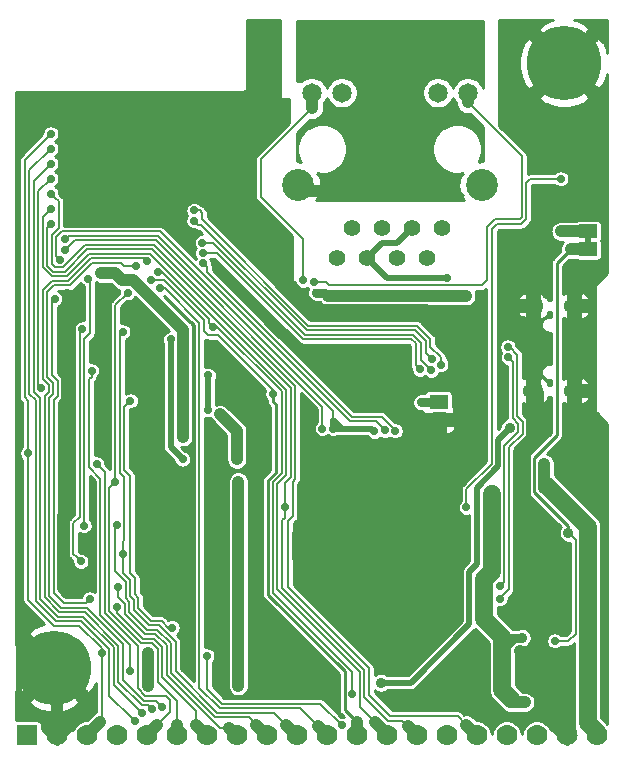
<source format=gbr>
G04 #@! TF.GenerationSoftware,KiCad,Pcbnew,5.1.0-unknown-f7d35cf~86~ubuntu18.04.1*
G04 #@! TF.CreationDate,2019-04-25T16:16:15+03:00*
G04 #@! TF.ProjectId,ESP32-GATEWAY_Rev_F,45535033-322d-4474-9154-455741595f52,F*
G04 #@! TF.SameCoordinates,Original*
G04 #@! TF.FileFunction,Copper,L2,Bot*
G04 #@! TF.FilePolarity,Positive*
%FSLAX46Y46*%
G04 Gerber Fmt 4.6, Leading zero omitted, Abs format (unit mm)*
G04 Created by KiCad (PCBNEW 5.1.0-unknown-f7d35cf~86~ubuntu18.04.1) date 2019-04-25 16:16:15*
%MOMM*%
%LPD*%
G04 APERTURE LIST*
%ADD10R,1.600200X1.168400*%
%ADD11C,1.650000*%
%ADD12C,2.700000*%
%ADD13C,1.410000*%
%ADD14C,1.778000*%
%ADD15R,1.778000X1.778000*%
%ADD16O,1.800000X1.200000*%
%ADD17R,0.400000X0.400000*%
%ADD18R,1.422400X1.422400*%
%ADD19C,1.200000*%
%ADD20C,6.300000*%
%ADD21C,1.300000*%
%ADD22C,2.000000*%
%ADD23C,0.700000*%
%ADD24C,0.900000*%
%ADD25C,0.750000*%
%ADD26C,0.508000*%
%ADD27C,0.203200*%
%ADD28C,1.016000*%
%ADD29C,0.254000*%
%ADD30C,0.762000*%
%ADD31C,0.406400*%
%ADD32C,1.778000*%
%ADD33C,1.524000*%
%ADD34C,1.270000*%
G04 APERTURE END LIST*
D10*
X118364000Y-85344000D03*
X118364000Y-86868000D03*
X118364000Y-86868000D03*
D11*
X105670000Y-73610500D03*
X94990000Y-73610500D03*
D12*
X93800000Y-81409000D03*
X109400000Y-81409000D03*
D11*
X108210000Y-73610500D03*
X97530000Y-73610500D03*
D13*
X97165000Y-87599000D03*
X98435000Y-85059000D03*
X99705000Y-87599000D03*
X100975000Y-85059000D03*
X102245000Y-87599000D03*
X103515000Y-85059000D03*
X104785000Y-87599000D03*
X106055000Y-85059000D03*
D14*
X78486000Y-128016000D03*
X75946000Y-128016000D03*
X73406000Y-128016000D03*
D15*
X70866000Y-128016000D03*
D14*
X81026000Y-128016000D03*
X83566000Y-128016000D03*
X88646000Y-128016000D03*
X86106000Y-128016000D03*
X91186000Y-128016000D03*
X93726000Y-128016000D03*
X98806000Y-128016000D03*
X96266000Y-128016000D03*
X101346000Y-128016000D03*
X103886000Y-128016000D03*
X108966000Y-128016000D03*
X106426000Y-128016000D03*
X116586000Y-128016000D03*
X119126000Y-128016000D03*
X114046000Y-128016000D03*
X111506000Y-128016000D03*
D16*
X117217000Y-98850000D03*
X113747000Y-98850000D03*
X113747000Y-91650000D03*
X117217000Y-91650000D03*
D10*
X105727500Y-99758500D03*
X105727500Y-101282500D03*
X105727500Y-101282500D03*
D17*
X101249000Y-97544000D03*
X101249000Y-98544000D03*
X100449000Y-99344000D03*
X99449000Y-99344000D03*
X98649000Y-98544000D03*
X98649000Y-97544000D03*
X99449000Y-96744000D03*
X100449000Y-96744000D03*
D18*
X99949000Y-98044000D03*
D19*
X70739000Y-122301000D03*
X75565000Y-122301000D03*
X74803000Y-123952000D03*
X71501000Y-124079000D03*
X74803000Y-120650000D03*
X71501000Y-120650000D03*
X73152000Y-124714000D03*
X73152000Y-119888000D03*
D20*
X73152000Y-122301000D03*
D19*
X113919000Y-71120000D03*
X118745000Y-71120000D03*
X117983000Y-72771000D03*
X114681000Y-72898000D03*
X117983000Y-69469000D03*
X114681000Y-69469000D03*
X116332000Y-73533000D03*
X116332000Y-68707000D03*
D20*
X116332000Y-71120000D03*
D21*
X80810000Y-82083000D03*
X77210000Y-82083000D03*
X79010000Y-83883000D03*
X79010000Y-80283000D03*
X80810000Y-80283000D03*
X77210000Y-80283000D03*
X80810000Y-83883000D03*
D22*
X79010000Y-82083000D03*
D21*
X77210000Y-83883000D03*
D23*
X115570000Y-120015000D03*
D24*
X116077994Y-85344000D03*
X116713000Y-110871000D03*
D23*
X70231000Y-109093000D03*
X70231000Y-112268000D03*
X70231000Y-116332000D03*
X119761000Y-102997000D03*
X119761000Y-105537000D03*
X119761000Y-109728000D03*
X119761000Y-113919000D03*
X119761000Y-118364000D03*
X119761000Y-121920000D03*
D24*
X114300000Y-113411000D03*
X113284000Y-111760000D03*
X114300000Y-111760000D03*
X109347000Y-94234000D03*
X109347000Y-95377000D03*
X109347000Y-96520000D03*
X98806000Y-104648000D03*
X112649000Y-120904000D03*
X112649000Y-104775000D03*
X116586000Y-118364000D03*
X115570000Y-118364000D03*
X101092000Y-121158000D03*
X102362000Y-119761000D03*
X101092000Y-118491000D03*
X101092000Y-116967000D03*
X99949000Y-114173000D03*
X97536000Y-114173000D03*
X102743000Y-112649000D03*
X97917000Y-110871000D03*
X100457000Y-110871000D03*
X105537000Y-110744000D03*
X107315000Y-110744000D03*
X101219000Y-115443000D03*
X93853000Y-110998000D03*
X93853000Y-112014000D03*
X93853000Y-113030000D03*
X90170000Y-109982000D03*
X90170000Y-111125000D03*
X82804000Y-107442000D03*
X82804000Y-108458000D03*
X102362000Y-122428000D03*
X103632000Y-118491000D03*
X103632000Y-110871000D03*
X93980000Y-120015000D03*
X90170000Y-112141000D03*
X74295000Y-94361000D03*
X74295000Y-95631000D03*
X85725000Y-76073000D03*
X83185000Y-76073000D03*
X80391000Y-76073000D03*
X77089000Y-76073000D03*
X75819000Y-83693000D03*
X75565000Y-81280000D03*
X75565000Y-78105000D03*
X75565000Y-74295000D03*
X78740000Y-74295000D03*
X78740000Y-78105000D03*
X81915000Y-78105000D03*
X81915000Y-74295000D03*
X84455000Y-74295000D03*
X84455000Y-78105000D03*
X74295000Y-90678000D03*
X86995000Y-74549000D03*
X91694000Y-68199000D03*
X91694000Y-69469000D03*
X103124000Y-102108000D03*
X106426000Y-95123000D03*
X91694000Y-74676000D03*
X92710000Y-74676000D03*
X91567000Y-88138000D03*
X106426000Y-94107000D03*
X90932000Y-104140000D03*
X87376000Y-97536000D03*
X92557600Y-88138000D03*
X103124000Y-100965000D03*
X73152000Y-74549000D03*
X77089000Y-90424000D03*
X78168500Y-90423439D03*
X74295000Y-115951000D03*
X112140998Y-117475002D03*
X73913946Y-109474000D03*
X94615000Y-91757500D03*
X74168000Y-102235152D03*
X82804000Y-113284000D03*
X82804000Y-114300000D03*
X82804000Y-115316000D03*
X107315000Y-113726430D03*
X112458500Y-93853000D03*
X111125000Y-94107000D03*
X111125000Y-93091000D03*
X112903000Y-92964000D03*
X114046000Y-92964000D03*
D23*
X105918004Y-102235000D03*
X105029000Y-102235000D03*
X104140000Y-102235000D03*
D24*
X111125000Y-91948000D03*
D23*
X103124000Y-95885000D03*
X102361988Y-95377000D03*
D24*
X92670479Y-94019521D03*
X90170000Y-91694000D03*
X109347000Y-93091000D03*
X109347000Y-91948000D03*
X109347000Y-90805000D03*
X109347000Y-97663000D03*
X109347000Y-98806000D03*
X109347000Y-99949000D03*
X109347000Y-101092000D03*
X99187000Y-109728000D03*
X101854000Y-109728000D03*
X103632000Y-109728000D03*
X105537000Y-109728000D03*
X101854000Y-110871000D03*
X100457000Y-109728000D03*
X97917000Y-109728000D03*
X99187000Y-110871000D03*
X107315000Y-109728000D03*
X95377000Y-110871000D03*
X95377000Y-109728000D03*
X96647000Y-110871000D03*
X96647000Y-109728000D03*
X111125000Y-90678000D03*
X111125000Y-89408000D03*
X111125000Y-88138000D03*
X111125000Y-86868000D03*
X111125000Y-85598000D03*
X112395000Y-88138000D03*
X112395000Y-90678000D03*
X112395000Y-86868000D03*
X112395000Y-85598000D03*
X112395000Y-89408000D03*
X113665000Y-88138000D03*
X114935000Y-90678000D03*
X113665000Y-90678000D03*
X113665000Y-86868000D03*
X114935000Y-89408000D03*
X113665000Y-85598000D03*
X113665000Y-89408000D03*
X114935000Y-86868000D03*
X114935000Y-85598000D03*
X114935000Y-88138000D03*
X114935000Y-84328000D03*
X114935000Y-83058000D03*
X114935000Y-81788000D03*
X114935000Y-80010000D03*
X114935000Y-78740000D03*
X114935000Y-77470000D03*
X114935000Y-76200000D03*
X114935000Y-74930000D03*
X109601000Y-122809000D03*
X107315000Y-122809000D03*
X108458000Y-122809000D03*
X105283000Y-123698000D03*
X104521000Y-124460000D03*
X93980000Y-123825000D03*
X92710000Y-123825000D03*
X91440000Y-123825000D03*
X90170000Y-123825000D03*
X95250000Y-123825000D03*
X96520000Y-123825000D03*
X92710000Y-122555000D03*
X93980000Y-122555000D03*
X90170000Y-122555000D03*
X91440000Y-122555000D03*
X95250000Y-122555000D03*
X86868000Y-118110000D03*
X112395000Y-74930000D03*
X113665000Y-74930000D03*
X113665000Y-76200000D03*
X113665000Y-77470000D03*
X111252000Y-74295000D03*
X111252000Y-72390000D03*
X111252000Y-70485000D03*
X111252000Y-68580000D03*
X116205000Y-76200000D03*
X116205000Y-78740000D03*
X116205000Y-77470000D03*
X105537000Y-113792000D03*
X105536992Y-115443000D03*
X106807000Y-115443000D03*
D23*
X81026000Y-94488000D03*
X82042010Y-94488000D03*
D24*
X77089000Y-74295000D03*
X80391000Y-74295000D03*
X83185000Y-74295000D03*
X78740000Y-76073000D03*
X75565000Y-76073000D03*
X81915000Y-76073000D03*
X84455000Y-76073000D03*
X85725000Y-74295000D03*
X74168000Y-74295000D03*
X77089000Y-78105000D03*
X80391000Y-78105000D03*
X83185000Y-78105000D03*
X90170000Y-68199000D03*
X90170000Y-69469000D03*
X90170000Y-72009000D03*
X90170000Y-70739000D03*
X90170000Y-73279000D03*
X113030000Y-125222000D03*
X111887000Y-125222000D03*
X112776000Y-119761000D03*
X88773000Y-106553000D03*
X88773000Y-107569000D03*
X84074000Y-102743000D03*
D23*
X84074000Y-97028000D03*
D24*
X81153000Y-123825000D03*
X77152500Y-88900000D03*
X88773000Y-114554000D03*
X81145229Y-121031000D03*
X88773000Y-123825000D03*
X110236000Y-107569000D03*
D23*
X104267012Y-99822000D03*
X72898000Y-77089000D03*
X77216000Y-121031000D03*
X70973086Y-104140000D03*
X106426000Y-89281000D03*
D24*
X103505000Y-90805000D03*
D23*
X99314000Y-90805000D03*
D25*
X95377000Y-90551000D03*
D24*
X108077000Y-90805000D03*
D23*
X95159530Y-89637202D03*
X94266301Y-89503821D03*
D24*
X103505000Y-68580000D03*
X106680000Y-68580000D03*
X99695000Y-68580000D03*
X96520000Y-68580000D03*
X97790000Y-70485000D03*
X95250000Y-70485000D03*
X105410000Y-70485000D03*
X107950000Y-70485000D03*
X103505000Y-72390000D03*
X99695000Y-72390000D03*
X97155000Y-75565000D03*
X99695000Y-76200000D03*
X103505000Y-76200000D03*
X106045000Y-75565000D03*
X101600000Y-78105000D03*
X101600000Y-74295000D03*
X101600000Y-70485000D03*
X99695000Y-80010000D03*
X103505000Y-80010000D03*
X105410000Y-81915000D03*
X97790000Y-81915000D03*
X101600000Y-81915000D03*
X100838000Y-123571000D03*
X111759976Y-101980980D03*
D23*
X111593816Y-95123000D03*
X110934500Y-116439176D03*
X110945655Y-115416133D03*
X111632439Y-96012561D03*
X79629000Y-99695000D03*
X83165118Y-118891880D03*
X72898000Y-82169000D03*
D24*
X114681000Y-107061000D03*
X114681000Y-106045000D03*
X114681000Y-105029000D03*
D23*
X82148555Y-90167249D03*
X72898000Y-79629000D03*
X80608563Y-126119125D03*
X72898000Y-78359000D03*
X80010000Y-126838003D03*
X72898000Y-83439000D03*
D24*
X87249000Y-100838000D03*
X88646000Y-104648000D03*
D23*
X86233000Y-100457020D03*
X86233000Y-97536000D03*
X72898000Y-80899000D03*
X72079663Y-98638043D03*
X97548670Y-127184919D03*
X86106000Y-121285000D03*
X76346831Y-97155000D03*
X79629000Y-122555000D03*
X86614561Y-93471439D03*
X98430568Y-124555251D03*
X82001455Y-88827971D03*
X80137000Y-88265000D03*
X82302865Y-125597410D03*
X84052273Y-104625152D03*
X76767885Y-105034590D03*
X83038190Y-94488000D03*
X79393926Y-90555188D03*
X78359000Y-106553000D03*
X81026000Y-87882878D03*
X81454766Y-125827582D03*
X74104500Y-86931504D03*
X95884996Y-102044500D03*
X74100664Y-85992781D03*
X96774000Y-102044500D03*
X100292412Y-102287515D03*
X73660000Y-87756990D03*
X101166595Y-102207780D03*
X85784289Y-88053618D03*
X102043985Y-102235000D03*
X75697606Y-110276932D03*
X78491565Y-110231305D03*
X76056201Y-89361299D03*
X78994000Y-93853000D03*
X78993992Y-112649000D03*
X73222686Y-91059000D03*
X78508767Y-117111090D03*
X76200000Y-116459000D03*
X75565000Y-93599000D03*
X75438000Y-113284002D03*
X78613000Y-115443000D03*
X72917863Y-84732988D03*
X116078000Y-80899000D03*
X108077000Y-108712000D03*
X92710000Y-108712000D03*
X105161367Y-96187517D03*
X85027114Y-84455000D03*
X85750053Y-87176474D03*
X104139439Y-97028561D03*
X85716035Y-86299321D03*
X105114546Y-97113546D03*
X105918000Y-96647000D03*
X85018726Y-83573266D03*
X91713803Y-99113378D03*
X81408376Y-89475128D03*
D26*
X118364000Y-85344000D02*
X118364000Y-86868000D01*
D27*
X117162999Y-111320999D02*
X116713000Y-110871000D01*
X117322589Y-111480589D02*
X117162999Y-111320999D01*
X117322589Y-119405411D02*
X117322589Y-111480589D01*
X115570000Y-120015000D02*
X116713000Y-120015000D01*
X116713000Y-120015000D02*
X117322589Y-119405411D01*
D28*
X118364000Y-85344000D02*
X116077994Y-85344000D01*
X118364000Y-86868000D02*
X116903500Y-86868000D01*
D29*
X116713000Y-110299500D02*
X116713000Y-110871000D01*
X113835636Y-107422136D02*
X116713000Y-110299500D01*
X113835636Y-104505209D02*
X113835636Y-107422136D01*
X116903500Y-86868000D02*
X115727995Y-88043505D01*
X115727995Y-102612850D02*
X113835636Y-104505209D01*
X115727995Y-88043505D02*
X115727995Y-102612850D01*
D26*
X119761000Y-121920000D02*
X119761000Y-126111000D01*
X119761000Y-113919000D02*
X119761000Y-109728000D01*
X119761000Y-118364000D02*
X119761000Y-113919000D01*
X119761000Y-121920000D02*
X119761000Y-118364000D01*
D28*
X113284000Y-111760000D02*
X114300000Y-111760000D01*
X93853000Y-110998000D02*
X98806000Y-106045000D01*
X98806000Y-106045000D02*
X98806000Y-104648000D01*
D30*
X116586000Y-118364000D02*
X115570000Y-118364000D01*
D28*
X101092000Y-118491000D02*
X101092000Y-116967000D01*
X97917000Y-110871000D02*
X100457000Y-110871000D01*
D26*
X81407000Y-106045000D02*
X82804000Y-107442000D01*
D30*
X82804000Y-107442000D02*
X82804000Y-108458000D01*
D26*
X70231000Y-109093000D02*
X70231000Y-112268000D01*
X70231000Y-112268000D02*
X70231000Y-116332000D01*
X70231000Y-116332000D02*
X70231000Y-126111000D01*
D28*
X85979000Y-76073000D02*
X83185000Y-76073000D01*
X80391000Y-76073000D02*
X77089000Y-76073000D01*
X75565000Y-81280000D02*
X75565000Y-78105000D01*
X75565000Y-74295000D02*
X78740000Y-74295000D01*
X78740000Y-78105000D02*
X81915000Y-78105000D01*
X81915000Y-74295000D02*
X84455000Y-74295000D01*
X91059000Y-69469000D02*
X91059000Y-68199000D01*
X101219000Y-115443000D02*
X99949000Y-114173000D01*
X103632000Y-112649000D02*
X102743000Y-112649000D01*
X103505000Y-115443000D02*
X101219000Y-115443000D01*
X103632000Y-115443000D02*
X103505000Y-115443000D01*
X93853000Y-110998000D02*
X93853000Y-112014000D01*
X93853000Y-113030000D02*
X93853000Y-112014000D01*
X90170000Y-109982000D02*
X90170000Y-111125000D01*
X90170000Y-111125000D02*
X90170000Y-112141000D01*
X102362000Y-122428000D02*
X102362000Y-121158000D01*
X102362000Y-121158000D02*
X102362000Y-119761000D01*
X102362000Y-119761000D02*
X103632000Y-118491000D01*
X103632000Y-118491000D02*
X103632000Y-115443000D01*
X103632000Y-115443000D02*
X103632000Y-112649000D01*
X103632000Y-112649000D02*
X103632000Y-111125000D01*
X84455000Y-78105000D02*
X84455000Y-78172000D01*
X84455000Y-78172000D02*
X82643200Y-79983800D01*
D26*
X107569000Y-97663000D02*
X107823000Y-97663000D01*
X107823000Y-97663000D02*
X108204000Y-97536000D01*
X108204000Y-97536000D02*
X107823000Y-97663000D01*
D31*
X107823000Y-101219000D02*
X107188000Y-101219000D01*
X107188000Y-101219000D02*
X107823000Y-101219000D01*
D28*
X92710000Y-74676000D02*
X91694000Y-74676000D01*
D32*
X107823000Y-101219000D02*
X107823000Y-99568000D01*
X107823000Y-99568000D02*
X107823000Y-97663000D01*
D26*
X81407000Y-106045000D02*
X81407000Y-97028000D01*
X81407000Y-97028000D02*
X81407000Y-96647000D01*
D28*
X90482001Y-104589999D02*
X90932000Y-104140000D01*
X90170000Y-109982000D02*
X90170000Y-104902000D01*
X90170000Y-104902000D02*
X90482001Y-104589999D01*
X90932000Y-103503604D02*
X90932000Y-104140000D01*
X87376000Y-97536000D02*
X87884016Y-97536000D01*
X90932000Y-100583984D02*
X90932000Y-103503604D01*
X87884016Y-97536000D02*
X90932000Y-100583984D01*
X73406000Y-124968000D02*
X73152000Y-124714000D01*
X73406000Y-128016000D02*
X73406000Y-124968000D01*
X93343604Y-120015000D02*
X93980000Y-120015000D01*
X90170000Y-116841396D02*
X93343604Y-120015000D01*
X90170000Y-112141000D02*
X90170000Y-116841396D01*
D33*
X116586000Y-128016000D02*
X116586000Y-125857000D01*
D31*
X106158974Y-101409496D02*
X105664000Y-101409496D01*
X107632504Y-101409496D02*
X106158974Y-101409496D01*
D26*
X72702001Y-74998999D02*
X73152000Y-74549000D01*
X70231000Y-109093000D02*
X70231000Y-108598026D01*
X70231000Y-108598026D02*
X70154810Y-108521836D01*
X70154810Y-108521836D02*
X70154810Y-77546190D01*
X70154810Y-77546190D02*
X72702001Y-74998999D01*
D32*
X107823000Y-95504000D02*
X106426000Y-94107000D01*
X107823000Y-97663000D02*
X107823000Y-95504000D01*
D28*
X74295000Y-102108152D02*
X74168000Y-102235152D01*
X74363945Y-109024001D02*
X74363945Y-102431097D01*
X74363945Y-102431097D02*
X74168000Y-102235152D01*
X74295000Y-95631000D02*
X74295000Y-102108152D01*
X73913946Y-109474000D02*
X74363945Y-109024001D01*
X82804000Y-115316000D02*
X82804000Y-107442000D01*
X101092000Y-121158000D02*
X101092000Y-118491000D01*
X116586000Y-124841000D02*
X116586000Y-125857000D01*
X112649000Y-120904000D02*
X116586000Y-124841000D01*
X105537000Y-110744000D02*
X107315000Y-110744000D01*
X113728500Y-91631500D02*
X113728500Y-89852500D01*
X113747000Y-91650000D02*
X113728500Y-91631500D01*
D30*
X105918004Y-101473004D02*
X105727500Y-101282500D01*
X105918004Y-102235000D02*
X105918004Y-101473004D01*
X105918004Y-102235000D02*
X104140000Y-102235000D01*
X105727500Y-101536500D02*
X105029000Y-102235000D01*
X105727500Y-101282500D02*
X105727500Y-101536500D01*
X107759500Y-101282500D02*
X107823000Y-101219000D01*
X105727500Y-101282500D02*
X107759500Y-101282500D01*
D33*
X103124000Y-100965000D02*
X103632000Y-101473000D01*
X103632000Y-101473000D02*
X103632000Y-110488604D01*
X103632000Y-110488604D02*
X103632000Y-111125000D01*
D29*
X103124000Y-95885000D02*
X102616000Y-95377000D01*
X102616000Y-95377000D02*
X102361988Y-95377000D01*
D33*
X91567000Y-88138000D02*
X92557600Y-88138000D01*
D34*
X92583000Y-88138000D02*
X92557600Y-88138000D01*
X92557600Y-89128600D02*
X92557600Y-89801014D01*
X91567000Y-88138000D02*
X92557600Y-89128600D01*
D33*
X95123000Y-92265500D02*
X94615000Y-91757500D01*
X106426000Y-94107000D02*
X104584500Y-92265500D01*
X104584500Y-92265500D02*
X95123000Y-92265500D01*
X94615000Y-91757500D02*
X92658514Y-89801014D01*
X92557600Y-89700100D02*
X92557600Y-88138000D01*
X93218000Y-90360500D02*
X92557600Y-89700100D01*
D28*
X96694958Y-98044000D02*
X92670479Y-94019521D01*
X99949000Y-98044000D02*
X96694958Y-98044000D01*
X92495521Y-94019521D02*
X90170000Y-91694000D01*
X92670479Y-94019521D02*
X92495521Y-94019521D01*
D33*
X100076000Y-98044000D02*
X99949000Y-98044000D01*
X103124000Y-100965000D02*
X100203000Y-98044000D01*
X100203000Y-98044000D02*
X100076000Y-98044000D01*
X112768825Y-116847175D02*
X112590997Y-117025003D01*
X112590997Y-117025003D02*
X112140998Y-117475002D01*
X113747000Y-98850000D02*
X113911834Y-99014834D01*
X113911834Y-99014834D02*
X113911834Y-102920313D01*
X113911834Y-102920313D02*
X112768825Y-104063322D01*
X112768825Y-104063322D02*
X112768825Y-116847175D01*
D28*
X109347000Y-90805000D02*
X109347000Y-101092000D01*
X73913946Y-115569946D02*
X73913946Y-109474000D01*
X74295000Y-115951000D02*
X73913946Y-115569946D01*
X105537000Y-115442992D02*
X105536992Y-115443000D01*
X105537000Y-113792000D02*
X105537000Y-115442992D01*
X103505000Y-115443000D02*
X105536992Y-115443000D01*
D26*
X81407000Y-96647000D02*
X81026000Y-96266000D01*
X81026000Y-96266000D02*
X81026000Y-94982974D01*
X81026000Y-94982974D02*
X81026000Y-94488000D01*
X81026000Y-94488000D02*
X82042010Y-94488000D01*
D32*
X82967001Y-81895199D02*
X82643200Y-82219000D01*
X91567000Y-87501604D02*
X85960595Y-81895199D01*
X85960595Y-81895199D02*
X82967001Y-81895199D01*
X91567000Y-88138000D02*
X91567000Y-87501604D01*
D28*
X111887000Y-125222000D02*
X111887000Y-124968000D01*
X113030000Y-125222000D02*
X111887000Y-125222000D01*
X88773000Y-106553000D02*
X88773000Y-107569000D01*
D33*
X111887000Y-124968000D02*
X111125000Y-124206000D01*
D30*
X112139604Y-119761000D02*
X111125000Y-119761000D01*
X112139604Y-119761000D02*
X111125000Y-120775604D01*
X112776000Y-119761000D02*
X112139604Y-119761000D01*
X111125000Y-120775604D02*
X111125000Y-121285000D01*
D33*
X111125000Y-124206000D02*
X111125000Y-121285000D01*
X111125000Y-121285000D02*
X111125000Y-119761000D01*
D26*
X81153002Y-121285002D02*
X81153000Y-121285000D01*
D33*
X111125000Y-119761000D02*
X111125000Y-119723698D01*
D28*
X81153000Y-121038771D02*
X81145229Y-121031000D01*
X81153000Y-123825000D02*
X81153000Y-121038771D01*
X88773000Y-107569000D02*
X88773000Y-123825000D01*
D30*
X111162302Y-119761000D02*
X111125000Y-119723698D01*
X112776000Y-119761000D02*
X111162302Y-119761000D01*
D33*
X110236000Y-114173000D02*
X110236000Y-107569000D01*
X109601000Y-114808000D02*
X110236000Y-114173000D01*
X111125000Y-119723698D02*
X109601000Y-118199698D01*
X109601000Y-118199698D02*
X109601000Y-114808000D01*
D28*
X84074000Y-97028000D02*
X84074000Y-102743000D01*
X78359000Y-88900000D02*
X77152500Y-88900000D01*
X78930500Y-89471500D02*
X78359000Y-88900000D01*
X79883000Y-89471500D02*
X78930500Y-89471500D01*
X84074000Y-97028000D02*
X84074000Y-93662500D01*
X84074000Y-93662500D02*
X79883000Y-89471500D01*
D30*
X105664000Y-99822000D02*
X104761986Y-99822000D01*
X104761986Y-99822000D02*
X104267012Y-99822000D01*
D28*
X105727500Y-99758500D02*
X105664000Y-99822000D01*
X75946000Y-128016000D02*
X77089000Y-126873000D01*
D27*
X70973086Y-99675086D02*
X70973086Y-104140000D01*
X70688221Y-99390221D02*
X70973086Y-99675086D01*
X72898000Y-77089000D02*
X70688221Y-79298779D01*
X70688221Y-79298779D02*
X70688221Y-99390221D01*
X77216000Y-126746000D02*
X77216000Y-121031000D01*
X77089000Y-126873000D02*
X77216000Y-126746000D01*
X70973086Y-104634974D02*
X70973086Y-104140000D01*
X70973086Y-116562406D02*
X70973086Y-104634974D01*
X73155680Y-118745000D02*
X70973086Y-116562406D01*
X75311000Y-118745000D02*
X73155680Y-118745000D01*
X77216000Y-121031000D02*
X77216000Y-120650000D01*
X77216000Y-120650000D02*
X75311000Y-118745000D01*
D26*
X99705000Y-87599000D02*
X101387000Y-89281000D01*
X101387000Y-89281000D02*
X106426000Y-89281000D01*
X103515000Y-85059000D02*
X102214000Y-86360000D01*
X102214000Y-86360000D02*
X100944000Y-86360000D01*
X100944000Y-86360000D02*
X99705000Y-87599000D01*
D28*
X99314000Y-90805000D02*
X96393000Y-90805000D01*
X96393000Y-90805000D02*
X96520000Y-90805000D01*
X102868604Y-90805000D02*
X102855883Y-90792279D01*
X99808974Y-90805000D02*
X99314000Y-90805000D01*
X103505000Y-90805000D02*
X102868604Y-90805000D01*
X102855883Y-90792279D02*
X99821695Y-90792279D01*
X99821695Y-90792279D02*
X99808974Y-90805000D01*
D30*
X96139000Y-90551000D02*
X95377000Y-90551000D01*
X96393000Y-90805000D02*
X96139000Y-90551000D01*
D28*
X103505000Y-90805000D02*
X108077000Y-90805000D01*
X108210000Y-73610500D02*
X108210000Y-74428000D01*
D27*
X112776000Y-78994000D02*
X108210000Y-74428000D01*
X112776000Y-84137500D02*
X112776000Y-78994000D01*
X110490000Y-84328000D02*
X112585500Y-84328000D01*
X112585500Y-84328000D02*
X112776000Y-84137500D01*
X96159164Y-89637202D02*
X96437962Y-89916000D01*
X96437962Y-89916000D02*
X109410500Y-89916000D01*
X109410500Y-89916000D02*
X109855000Y-89471500D01*
X95159530Y-89637202D02*
X96159164Y-89637202D01*
X109855000Y-84963000D02*
X110490000Y-84328000D01*
X109855000Y-89471500D02*
X109855000Y-84963000D01*
D28*
X94990000Y-74936000D02*
X94990000Y-73610500D01*
D27*
X90678000Y-82423000D02*
X94266301Y-86011301D01*
X94266301Y-86011301D02*
X94266301Y-89008847D01*
X94266301Y-89008847D02*
X94266301Y-89503821D01*
X90678000Y-79248000D02*
X90678000Y-82423000D01*
X94990000Y-74936000D02*
X90678000Y-79248000D01*
D28*
X93800000Y-81409000D02*
X94306000Y-81915000D01*
X94306000Y-81915000D02*
X97790000Y-81915000D01*
X101600000Y-70485000D02*
X103505000Y-68580000D01*
X103505000Y-68580000D02*
X106680000Y-68580000D01*
X99695000Y-68580000D02*
X96520000Y-68580000D01*
X97790000Y-70485000D02*
X95250000Y-70485000D01*
X105410000Y-70485000D02*
X107950000Y-70485000D01*
X103505000Y-72390000D02*
X103505000Y-76200000D01*
X99695000Y-72390000D02*
X99695000Y-76200000D01*
X99695000Y-76200000D02*
X103505000Y-76200000D01*
X101600000Y-78105000D02*
X101600000Y-74295000D01*
X99695000Y-80010000D02*
X103505000Y-80010000D01*
X97790000Y-81915000D02*
X101600000Y-81915000D01*
D26*
X103378000Y-123571000D02*
X108331000Y-118618000D01*
X110769411Y-102971545D02*
X111309977Y-102430979D01*
X110769411Y-105253768D02*
X110769411Y-102971545D01*
X100838000Y-123571000D02*
X103378000Y-123571000D01*
X108966000Y-113538000D02*
X108966000Y-107057179D01*
X108966000Y-107057179D02*
X110769411Y-105253768D01*
X111309977Y-102430979D02*
X111759976Y-101980980D01*
X108331000Y-118618000D02*
X108331000Y-114173000D01*
X108331000Y-114173000D02*
X108966000Y-113538000D01*
D27*
X111284499Y-116089177D02*
X110934500Y-116439176D01*
X111727414Y-115646262D02*
X111284499Y-116089177D01*
X111727414Y-103631956D02*
X111727414Y-115646262D01*
X111593816Y-95123000D02*
X111733895Y-95123000D01*
X111733895Y-95123000D02*
X112395011Y-95784116D01*
X112395011Y-95784116D02*
X112395011Y-100997645D01*
X112870423Y-101473057D02*
X112870423Y-102488947D01*
X112870423Y-102488947D02*
X111727414Y-103631956D01*
X112395011Y-100997645D02*
X112870423Y-101473057D01*
X112014000Y-96394122D02*
X111632439Y-96012561D01*
X110945655Y-115416133D02*
X111302822Y-115058966D01*
X111302822Y-103517688D02*
X112489416Y-102331094D01*
X111302822Y-115058966D02*
X111302822Y-103517688D01*
X112489416Y-101630906D02*
X112014000Y-101155490D01*
X112489416Y-102331094D02*
X112489416Y-101630906D01*
X112014000Y-101155490D02*
X112014000Y-96394122D01*
X79629000Y-114300000D02*
X79629000Y-106045000D01*
X79121000Y-105537000D02*
X79121000Y-100203000D01*
X80010000Y-116088056D02*
X80010000Y-114681000D01*
X79121000Y-100203000D02*
X79629000Y-99695000D01*
X80307068Y-116385123D02*
X80010000Y-116088056D01*
X80307068Y-117264068D02*
X80307068Y-116385123D01*
X83165118Y-118891880D02*
X82823880Y-118891880D01*
X80010000Y-114681000D02*
X79629000Y-114300000D01*
X82823880Y-118891880D02*
X82296000Y-118364000D01*
X82296000Y-118364000D02*
X82285942Y-118364000D01*
X81343460Y-118300460D02*
X80307068Y-117264068D01*
X82285942Y-118364000D02*
X82222402Y-118300460D01*
X79629000Y-106045000D02*
X79121000Y-105537000D01*
X82222402Y-118300460D02*
X81343460Y-118300460D01*
D28*
X108966000Y-128016000D02*
X108077000Y-127127000D01*
D27*
X73913967Y-88391969D02*
X73278969Y-88391969D01*
X72974287Y-85638869D02*
X73547264Y-85065892D01*
X73547264Y-82818264D02*
X73247999Y-82518999D01*
X73913998Y-88392000D02*
X73913967Y-88391969D01*
X73278969Y-88391969D02*
X72974287Y-88087287D01*
X73547264Y-85065892D02*
X73547264Y-82818264D01*
X73247999Y-82518999D02*
X72898000Y-82169000D01*
X72974287Y-88087287D02*
X72974287Y-85638869D01*
X92989433Y-115467021D02*
X92989433Y-109860397D01*
X99822000Y-122299588D02*
X92989433Y-115467021D01*
X93599000Y-98445306D02*
X81640650Y-86486956D01*
X73915840Y-88392000D02*
X73914000Y-88392000D01*
X81640650Y-86486956D02*
X75820884Y-86486956D01*
X99822000Y-124587000D02*
X99822000Y-122299588D01*
X75820884Y-86486956D02*
X73915840Y-88392000D01*
X101625411Y-126390411D02*
X99822000Y-124587000D01*
X108077000Y-127127000D02*
X107340411Y-126390411D01*
X107340411Y-126390411D02*
X101625411Y-126390411D01*
X93360415Y-106537585D02*
X93599000Y-106299000D01*
X93360415Y-109489415D02*
X93360415Y-106537585D01*
X92989433Y-109860397D02*
X93360415Y-109489415D01*
X93599000Y-106299000D02*
X93599000Y-98445306D01*
D33*
X115824000Y-107823000D02*
X114935000Y-106934000D01*
D28*
X114681000Y-105029000D02*
X114681000Y-106680000D01*
X114681000Y-106680000D02*
X115824000Y-107823000D01*
X114681000Y-107061000D02*
X114808000Y-107061000D01*
X114808000Y-107061000D02*
X114935000Y-106934000D01*
X114935000Y-106934000D02*
X114681000Y-106680000D01*
X114681000Y-107061000D02*
X114681000Y-106045000D01*
X114681000Y-105029000D02*
X114681000Y-106045000D01*
D33*
X118364000Y-110363000D02*
X115824000Y-107823000D01*
X118364000Y-127000000D02*
X118364000Y-110363000D01*
X119126000Y-127762000D02*
X118364000Y-127000000D01*
X119126000Y-128016000D02*
X119126000Y-127762000D01*
D28*
X96266000Y-128016000D02*
X95504000Y-127254000D01*
D27*
X82547249Y-90167249D02*
X82148555Y-90167249D01*
X85474588Y-123986418D02*
X85474588Y-93094588D01*
X85474588Y-93094588D02*
X82547249Y-90167249D01*
X87218170Y-125730000D02*
X85474588Y-123986418D01*
X95504000Y-127254000D02*
X93980000Y-125730000D01*
X93980000Y-125730000D02*
X87218170Y-125730000D01*
X80258564Y-125769126D02*
X80608563Y-126119125D01*
X75633998Y-117982978D02*
X78232011Y-120580991D01*
X78232011Y-123742573D02*
X80258564Y-125769126D01*
X73471318Y-117982978D02*
X75633998Y-117982978D01*
X78232011Y-120580991D02*
X78232011Y-123742573D01*
X71983507Y-99480847D02*
X71983507Y-116495167D01*
X71450243Y-81076757D02*
X71450243Y-98947583D01*
X72898000Y-79629000D02*
X71450243Y-81076757D01*
X71450243Y-98947583D02*
X71983507Y-99480847D01*
X71983507Y-116495167D02*
X73471318Y-117982978D01*
X71069232Y-80187768D02*
X71069232Y-99105402D01*
X73313499Y-118363989D02*
X75476179Y-118363989D01*
X71602496Y-99638666D02*
X71602496Y-116652986D01*
X71602496Y-116652986D02*
X73313499Y-118363989D01*
X75476179Y-118363989D02*
X77851000Y-120738810D01*
X79660001Y-126488004D02*
X80010000Y-126838003D01*
X77851000Y-120738810D02*
X77851000Y-124679003D01*
X71069232Y-99105402D02*
X71602496Y-99638666D01*
X77851000Y-124679003D02*
X79660001Y-126488004D01*
X72898000Y-78359000D02*
X71069232Y-80187768D01*
D28*
X101346000Y-127889000D02*
X100330000Y-126873000D01*
X101346000Y-128016000D02*
X101346000Y-127889000D01*
D27*
X100330000Y-126873000D02*
X99059978Y-125602978D01*
X72212265Y-88402925D02*
X72212265Y-84124735D01*
X81325012Y-87248978D02*
X76138362Y-87248978D01*
X74233320Y-89154020D02*
X72963360Y-89154020D01*
X92836978Y-98760944D02*
X81325012Y-87248978D01*
X72212265Y-84124735D02*
X72548001Y-83788999D01*
X72548001Y-83788999D02*
X72898000Y-83439000D01*
X72963360Y-89154020D02*
X72212265Y-88402925D01*
X92836978Y-105983362D02*
X92836978Y-98760944D01*
X76138362Y-87248978D02*
X74233320Y-89154020D01*
X92075000Y-115630249D02*
X92075000Y-106745340D01*
X99059978Y-122615227D02*
X92075000Y-115630249D01*
X99059978Y-125602978D02*
X99059978Y-122615227D01*
X92075000Y-106745340D02*
X92836978Y-105983362D01*
D28*
X88646000Y-102235000D02*
X88646000Y-104648000D01*
X87249000Y-100838000D02*
X88646000Y-102235000D01*
D26*
X86233000Y-100457020D02*
X86233000Y-97536000D01*
D27*
X71831254Y-81965746D02*
X71831254Y-98389634D01*
X71831254Y-98389634D02*
X72079663Y-98638043D01*
X72898000Y-80899000D02*
X71831254Y-81965746D01*
X86106000Y-124079000D02*
X86106000Y-121285000D01*
X87376000Y-125349000D02*
X86106000Y-124079000D01*
X97548670Y-127184919D02*
X95712751Y-125349000D01*
X95712751Y-125349000D02*
X87376000Y-125349000D01*
X79629000Y-120361490D02*
X79629000Y-122060026D01*
X76138483Y-97858322D02*
X76138483Y-105338295D01*
X77100133Y-117832623D02*
X79629000Y-120361490D01*
X77100133Y-106299945D02*
X77100133Y-117832623D01*
X76138483Y-105338295D02*
X77100133Y-106299945D01*
X76346831Y-97649974D02*
X76138483Y-97858322D01*
X76346831Y-97155000D02*
X76346831Y-97649974D01*
X79629000Y-122060026D02*
X79629000Y-122555000D01*
X82341045Y-88827971D02*
X82001455Y-88827971D01*
X86264562Y-93121440D02*
X86264562Y-92751488D01*
X86264562Y-92751488D02*
X82341045Y-88827971D01*
X86614561Y-93471439D02*
X86264562Y-93121440D01*
X87003366Y-93471439D02*
X92437068Y-98905141D01*
X86614561Y-93471439D02*
X87003366Y-93471439D01*
X98430568Y-122687568D02*
X98430568Y-124060277D01*
X91693989Y-115950989D02*
X98430568Y-122687568D01*
X92437068Y-105844442D02*
X91693989Y-106587521D01*
X98430568Y-124060277D02*
X98430568Y-124555251D01*
X91693989Y-106587521D02*
X91693989Y-115950989D01*
X92437068Y-98905141D02*
X92437068Y-105844442D01*
X81952866Y-125247411D02*
X82302865Y-125597410D01*
X72593276Y-97681313D02*
X73090075Y-98178112D01*
X72745529Y-99442521D02*
X72745529Y-116179529D01*
X76422999Y-88042001D02*
X74548958Y-89916042D01*
X72593276Y-90474809D02*
X72593276Y-97681313D01*
X74548958Y-89916042D02*
X73152043Y-89916042D01*
X73786956Y-117220956D02*
X75949636Y-117220956D01*
X73152043Y-89916042D02*
X72593276Y-90474809D01*
X80748275Y-125073115D02*
X81778570Y-125073115D01*
X81778570Y-125073115D02*
X81952866Y-125247411D01*
X78994033Y-123318873D02*
X80748275Y-125073115D01*
X73090075Y-98178112D02*
X73090075Y-99097975D01*
X78834501Y-88042001D02*
X76422999Y-88042001D01*
X79057500Y-88265000D02*
X78834501Y-88042001D01*
X80137000Y-88265000D02*
X79057500Y-88265000D01*
X78994033Y-120265353D02*
X78994033Y-123318873D01*
X72745529Y-116179529D02*
X73786956Y-117220956D01*
X75949636Y-117220956D02*
X78994033Y-120265353D01*
X73090075Y-99097975D02*
X72745529Y-99442521D01*
D28*
X81026000Y-128016000D02*
X81915000Y-127127000D01*
D27*
X82995129Y-126046871D02*
X82995129Y-125061119D01*
X82995129Y-125061119D02*
X82626114Y-124692104D01*
X77481144Y-105747849D02*
X77117884Y-105384589D01*
X77117884Y-105384589D02*
X76767885Y-105034590D01*
X81915000Y-127127000D02*
X82995129Y-126046871D01*
X77481144Y-117674804D02*
X77481144Y-105747849D01*
X80264000Y-120457660D02*
X77481144Y-117674804D01*
X80906094Y-124692104D02*
X80264000Y-124050010D01*
X80264000Y-124050010D02*
X80264000Y-120457660D01*
X82626114Y-124692104D02*
X80906094Y-124692104D01*
D26*
X83038190Y-103611069D02*
X83038190Y-94488000D01*
X84052273Y-104625152D02*
X83038190Y-103611069D01*
D28*
X83566000Y-128016000D02*
X83566000Y-127127000D01*
D27*
X78359000Y-106058026D02*
X78359000Y-106553000D01*
X79393926Y-90555188D02*
X78359000Y-91590114D01*
X78359000Y-91590114D02*
X78359000Y-106058026D01*
X77862155Y-107049845D02*
X77862155Y-117516985D01*
X78359000Y-106553000D02*
X77862155Y-107049845D01*
X77862155Y-117516985D02*
X80571155Y-120225985D01*
X81940411Y-120712615D02*
X81940411Y-123467571D01*
X81940411Y-123467571D02*
X83566000Y-125093160D01*
X83566000Y-125093160D02*
X83566000Y-127127000D01*
X81453781Y-120225985D02*
X81940411Y-120712615D01*
X80571155Y-120225985D02*
X81453781Y-120225985D01*
X81081310Y-125454126D02*
X81104767Y-125477583D01*
X81026000Y-87882878D02*
X80773111Y-87629989D01*
X80773111Y-87629989D02*
X76296181Y-87629989D01*
X74391139Y-89535031D02*
X72994224Y-89535031D01*
X72994224Y-89535031D02*
X72212265Y-90316990D01*
X72212265Y-90316990D02*
X72212265Y-97839133D01*
X72212265Y-97839133D02*
X72709064Y-98335931D01*
X72709064Y-98335931D02*
X72709064Y-98940156D01*
X81104767Y-125477583D02*
X81454766Y-125827582D01*
X80590456Y-125454126D02*
X81081310Y-125454126D01*
X72364518Y-99284702D02*
X72364518Y-116337348D01*
X72709064Y-98940156D02*
X72364518Y-99284702D01*
X75791817Y-117601967D02*
X78613022Y-120423172D01*
X78613022Y-120423172D02*
X78613022Y-123476692D01*
X76296181Y-87629989D02*
X74391139Y-89535031D01*
X78613022Y-123476692D02*
X80590456Y-125454126D01*
X73629137Y-117601967D02*
X75791817Y-117601967D01*
X72364518Y-116337348D02*
X73629137Y-117601967D01*
X74104500Y-86931504D02*
X74930059Y-86105945D01*
X81798469Y-86105945D02*
X95884996Y-100192472D01*
X74930059Y-86105945D02*
X81798469Y-86105945D01*
X95884996Y-101549526D02*
X95884996Y-102044500D01*
X95884996Y-100192472D02*
X95884996Y-101549526D01*
X74368511Y-85724934D02*
X81956288Y-85724934D01*
X81956288Y-85724934D02*
X96774000Y-100542646D01*
X74100664Y-85992781D02*
X74368511Y-85724934D01*
D26*
X100049397Y-102044500D02*
X100292412Y-102287515D01*
X96774000Y-102044500D02*
X96774000Y-101282500D01*
D27*
X96774000Y-100542646D02*
X96774000Y-101282500D01*
D26*
X96774000Y-102044500D02*
X97536000Y-102044500D01*
X96774000Y-101282500D02*
X97536000Y-102044500D01*
X97536000Y-102044500D02*
X100049397Y-102044500D01*
D27*
X73355298Y-87452288D02*
X73355298Y-85796688D01*
X73355298Y-85796688D02*
X73808063Y-85343923D01*
X100387658Y-101428843D02*
X100816596Y-101857781D01*
X98199027Y-101428843D02*
X100387658Y-101428843D01*
X100816596Y-101857781D02*
X101166595Y-102207780D01*
X73808063Y-85343923D02*
X82114107Y-85343923D01*
X73660000Y-87756990D02*
X73355298Y-87452288D01*
X82114107Y-85343923D02*
X98199027Y-101428843D01*
X102043985Y-102170985D02*
X102043985Y-102235000D01*
X100901500Y-101028500D02*
X102043985Y-102170985D01*
X98361500Y-101028500D02*
X100901500Y-101028500D01*
X86134288Y-88801288D02*
X98361500Y-101028500D01*
X85784289Y-88053618D02*
X86134288Y-88403617D01*
X86134288Y-88403617D02*
X86134288Y-88801288D01*
D28*
X91186000Y-128016000D02*
X90297000Y-127127000D01*
D27*
X76200000Y-89505098D02*
X76056201Y-89361299D01*
X76200000Y-93980000D02*
X76200000Y-89505098D01*
X75717421Y-94462579D02*
X76200000Y-93980000D01*
X75697606Y-110276932D02*
X75717421Y-110257117D01*
X75717421Y-110257117D02*
X75717421Y-94462579D01*
X78364590Y-114145924D02*
X78364590Y-110358280D01*
X79248000Y-115029334D02*
X78364590Y-114145924D01*
X79248000Y-116403714D02*
X79248000Y-115029334D01*
X81024133Y-119062479D02*
X79545047Y-117583393D01*
X89662011Y-126492011D02*
X86837181Y-126492011D01*
X83083444Y-122738274D02*
X83083444Y-120239158D01*
X78364590Y-110358280D02*
X78491565Y-110231305D01*
X79545047Y-117583393D02*
X79545047Y-116700761D01*
X90297000Y-127127000D02*
X89662011Y-126492011D01*
X79545047Y-116700761D02*
X79248000Y-116403714D01*
X86837181Y-126492011D02*
X83083444Y-122738274D01*
X83083444Y-120239158D02*
X81906764Y-119062480D01*
X81906764Y-119062480D02*
X81024133Y-119062479D01*
D28*
X93726000Y-128016000D02*
X92837000Y-127127000D01*
D27*
X91821000Y-126111000D02*
X92837000Y-127127000D01*
X86995000Y-126111000D02*
X91821000Y-126111000D01*
X78993992Y-114236496D02*
X79629000Y-114871504D01*
X78993992Y-112649000D02*
X78993992Y-114236496D01*
X83464455Y-122580455D02*
X86995000Y-126111000D01*
X79629000Y-114871504D02*
X79629000Y-116245884D01*
X83464455Y-120081339D02*
X83464455Y-122580455D01*
X79121000Y-111506000D02*
X78993992Y-111633008D01*
X79121000Y-106172000D02*
X79121000Y-111506000D01*
X78993992Y-111633008D02*
X78993992Y-112649000D01*
X78994000Y-93853000D02*
X78740000Y-94107000D01*
X78740000Y-105791000D02*
X79121000Y-106172000D01*
X78740000Y-94107000D02*
X78740000Y-105791000D01*
X82064583Y-118681470D02*
X81181954Y-118681470D01*
X82212055Y-118828942D02*
X82064583Y-118681470D01*
X82212058Y-118828942D02*
X82212055Y-118828942D01*
X82212058Y-118828942D02*
X83464455Y-120081339D01*
X81181954Y-118681470D02*
X79926058Y-117425574D01*
X79629000Y-116245884D02*
X79926058Y-116542942D01*
X79926058Y-117425574D02*
X79926058Y-116542942D01*
D28*
X86106000Y-128016000D02*
X85217000Y-127127000D01*
D27*
X75850001Y-116808999D02*
X76200000Y-116459000D01*
X74009999Y-116808999D02*
X75850001Y-116808999D01*
X73126540Y-115925540D02*
X74009999Y-116808999D01*
X73222686Y-91059000D02*
X73025000Y-91256686D01*
X73471086Y-99255794D02*
X73126540Y-99600340D01*
X73025000Y-97536000D02*
X73471086Y-97982086D01*
X73126540Y-99600340D02*
X73126540Y-115925540D01*
X73471086Y-97982086D02*
X73471086Y-99255794D01*
X73025000Y-91256686D02*
X73025000Y-97536000D01*
X80708500Y-119824500D02*
X78508767Y-117624767D01*
X81591126Y-119824500D02*
X80708500Y-119824500D01*
X82321422Y-120554796D02*
X81591126Y-119824500D01*
X82321422Y-123053912D02*
X82321422Y-120554796D01*
X85217000Y-125949490D02*
X82321422Y-123053912D01*
X85217000Y-127127000D02*
X85217000Y-125949490D01*
X78508767Y-117624767D02*
X78508767Y-117111090D01*
D28*
X88646000Y-128016000D02*
X88011000Y-127381000D01*
D27*
X75088001Y-112934003D02*
X75438000Y-113284002D01*
X75336410Y-109514093D02*
X74803000Y-110047503D01*
X75565000Y-93599000D02*
X75336410Y-93827590D01*
X74803000Y-112649002D02*
X75088001Y-112934003D01*
X74803000Y-110047503D02*
X74803000Y-112649002D01*
X75336410Y-93827590D02*
X75336410Y-109514093D01*
X82702433Y-122896093D02*
X87187340Y-127381000D01*
X78613000Y-115443000D02*
X78613000Y-116307544D01*
X78613000Y-116307544D02*
X79164036Y-116858580D01*
X87187340Y-127381000D02*
X88011000Y-127381000D01*
X81748945Y-119443490D02*
X82702433Y-120396978D01*
X79164036Y-117741208D02*
X80866318Y-119443490D01*
X80866318Y-119443490D02*
X81748945Y-119443490D01*
X79164036Y-116858580D02*
X79164036Y-117741208D01*
X82702433Y-120396978D02*
X82702433Y-122896093D01*
D28*
X103886000Y-128016000D02*
X103124000Y-127254000D01*
D27*
X92710000Y-109601000D02*
X92710000Y-108712000D01*
X92487001Y-109823999D02*
X92710000Y-109601000D01*
X92487001Y-115503419D02*
X92487001Y-109823999D01*
X99440989Y-122457407D02*
X92487001Y-115503419D01*
X99440989Y-124744819D02*
X99440989Y-122457407D01*
X103124000Y-127254000D02*
X102641422Y-126771422D01*
X102641422Y-126771422D02*
X101467592Y-126771422D01*
X101467592Y-126771422D02*
X99440989Y-124744819D01*
X72917863Y-84732988D02*
X72593276Y-85057575D01*
X93217989Y-98603125D02*
X93217989Y-106141181D01*
X93217989Y-106141181D02*
X92710000Y-106649170D01*
X73121179Y-88773009D02*
X74075501Y-88773009D01*
X92710000Y-106649170D02*
X92710000Y-108217026D01*
X75980543Y-86867967D02*
X81482831Y-86867967D01*
X92710000Y-108217026D02*
X92710000Y-108712000D01*
X81482831Y-86867967D02*
X93217989Y-98603125D01*
X74075501Y-88773009D02*
X75980543Y-86867967D01*
X72593276Y-85057575D02*
X72593276Y-88245106D01*
X72593276Y-88245106D02*
X73121179Y-88773009D01*
X113157008Y-81216492D02*
X113474500Y-80899000D01*
X113157008Y-84295320D02*
X113157008Y-81216492D01*
X112427680Y-84709008D02*
X112743320Y-84709008D01*
X108077000Y-107188000D02*
X110236000Y-105029000D01*
X110647828Y-84709000D02*
X112427672Y-84709000D01*
X113474500Y-80899000D02*
X116078000Y-80899000D01*
X112427672Y-84709000D02*
X112427680Y-84709008D01*
X112743320Y-84709008D02*
X113157008Y-84295320D01*
X108077000Y-108712000D02*
X108077000Y-107188000D01*
X110236000Y-105029000D02*
X110236000Y-85120828D01*
X110236000Y-85120828D02*
X110647828Y-84709000D01*
X103731728Y-93700568D02*
X94542752Y-93700568D01*
X105161367Y-96187517D02*
X104647989Y-95674139D01*
X104647989Y-95674139D02*
X104647989Y-94616829D01*
X85647183Y-84804999D02*
X85377113Y-84804999D01*
X94542752Y-93700568D02*
X85647183Y-84804999D01*
X104647989Y-94616829D02*
X103731728Y-93700568D01*
X85377113Y-84804999D02*
X85027114Y-84455000D01*
X103789440Y-96678562D02*
X104139439Y-97028561D01*
X103416090Y-94462590D02*
X103789440Y-94835940D01*
X103789440Y-94835940D02*
X103789440Y-96678562D01*
X86940999Y-87176474D02*
X94227115Y-94462590D01*
X85750053Y-87176474D02*
X86940999Y-87176474D01*
X94227115Y-94462590D02*
X103416090Y-94462590D01*
X104266978Y-96265978D02*
X105114546Y-97113546D01*
X104266978Y-94774648D02*
X104266978Y-96265978D01*
X85716035Y-86299321D02*
X86602675Y-86299321D01*
X103573909Y-94081579D02*
X104266978Y-94774648D01*
X94384933Y-94081579D02*
X103573909Y-94081579D01*
X86602675Y-86299321D02*
X94384933Y-94081579D01*
X105918000Y-96647000D02*
X105918000Y-96012000D01*
X105918000Y-96012000D02*
X105029000Y-95123000D01*
X103889547Y-93319557D02*
X94700571Y-93319557D01*
X94700571Y-93319557D02*
X85719401Y-84338387D01*
X85719401Y-84338387D02*
X85719401Y-83778967D01*
X85719401Y-83778967D02*
X85513700Y-83573266D01*
X85513700Y-83573266D02*
X85018726Y-83573266D01*
X105029000Y-94459010D02*
X103889547Y-93319557D01*
X105029000Y-95123000D02*
X105029000Y-94459010D01*
D28*
X98806000Y-128016000D02*
X98806000Y-126873000D01*
D29*
X98806000Y-126873000D02*
X97775766Y-125842766D01*
X91918999Y-105787760D02*
X91918999Y-99983499D01*
X91713803Y-99608352D02*
X91713803Y-99113378D01*
X91713803Y-99778303D02*
X91713803Y-99608352D01*
X97775766Y-125842766D02*
X97775766Y-122607517D01*
X91287578Y-106419181D02*
X91918999Y-105787760D01*
X91918999Y-99983499D02*
X91713803Y-99778303D01*
X91287578Y-116119329D02*
X91287578Y-106419181D01*
X97775766Y-122607517D02*
X91287578Y-116119329D01*
D27*
X85855599Y-92881355D02*
X82449372Y-89475128D01*
X86212451Y-94107000D02*
X85855599Y-93750148D01*
X91713803Y-98762303D02*
X87058500Y-94107000D01*
X91713803Y-99113378D02*
X91713803Y-98762303D01*
X81903350Y-89475128D02*
X81408376Y-89475128D01*
X82449372Y-89475128D02*
X81903350Y-89475128D01*
X87058500Y-94107000D02*
X86212451Y-94107000D01*
X85855599Y-93750148D02*
X85855599Y-92881355D01*
D29*
G36*
X115240616Y-67476639D02*
G01*
X114550802Y-67759564D01*
X114527480Y-67772030D01*
X114139272Y-68208851D01*
X114339694Y-68409273D01*
X114327172Y-68446249D01*
X114681000Y-68800077D01*
X114705749Y-68775328D01*
X115374672Y-69444251D01*
X115349923Y-69469000D01*
X115703751Y-69822828D01*
X115740726Y-69810306D01*
X116332000Y-70401580D01*
X116923274Y-69810306D01*
X116960249Y-69822828D01*
X117314077Y-69469000D01*
X117289328Y-69444251D01*
X117958251Y-68775328D01*
X117983000Y-68800077D01*
X118336828Y-68446249D01*
X118324306Y-68409273D01*
X118524728Y-68208851D01*
X118136520Y-67772030D01*
X117448690Y-67484316D01*
X117215065Y-67437000D01*
X120015000Y-67437000D01*
X120015000Y-70231581D01*
X119975361Y-70028616D01*
X119692436Y-69338802D01*
X119679970Y-69315480D01*
X119243149Y-68927272D01*
X119042727Y-69127694D01*
X119005751Y-69115172D01*
X118651923Y-69469000D01*
X118676672Y-69493749D01*
X118007749Y-70162672D01*
X117983000Y-70137923D01*
X117629172Y-70491751D01*
X117641694Y-70528726D01*
X117050420Y-71120000D01*
X117641694Y-71711274D01*
X117629172Y-71748249D01*
X117983000Y-72102077D01*
X118007749Y-72077328D01*
X118676672Y-72746251D01*
X118651923Y-72771000D01*
X119005751Y-73124828D01*
X119042727Y-73112306D01*
X119243149Y-73312728D01*
X119679970Y-72924520D01*
X119967684Y-72236690D01*
X120015000Y-72003064D01*
X120015001Y-88869184D01*
X119123832Y-89760354D01*
X119109289Y-89772289D01*
X119078968Y-89809236D01*
X119061678Y-89830304D01*
X119051789Y-89848805D01*
X119026299Y-89896493D01*
X119004513Y-89968312D01*
X118999656Y-90017631D01*
X118997157Y-90043000D01*
X118999000Y-90061710D01*
X118999001Y-100438280D01*
X118997157Y-100457000D01*
X119002645Y-100512710D01*
X119004514Y-100531689D01*
X119008117Y-100543565D01*
X119026299Y-100603507D01*
X119061678Y-100669696D01*
X119076647Y-100687935D01*
X119109290Y-100727711D01*
X119123827Y-100739641D01*
X120015000Y-101630815D01*
X120015001Y-127043531D01*
X119938133Y-126949867D01*
X119894517Y-126914072D01*
X119507000Y-126526555D01*
X119507000Y-110419138D01*
X119512529Y-110362999D01*
X119507000Y-110306860D01*
X119507000Y-110306854D01*
X119490461Y-110138933D01*
X119489784Y-110136699D01*
X119455534Y-110023796D01*
X119425103Y-109923477D01*
X119318968Y-109724911D01*
X119176133Y-109550867D01*
X119132523Y-109515077D01*
X116671928Y-107054483D01*
X116671924Y-107054478D01*
X115703521Y-106086076D01*
X115573088Y-105979033D01*
X115570000Y-105977382D01*
X115570000Y-104985333D01*
X115557136Y-104854726D01*
X115506303Y-104687149D01*
X115423753Y-104532709D01*
X115312659Y-104397341D01*
X115177290Y-104286247D01*
X115022850Y-104203697D01*
X114894501Y-104164764D01*
X116069560Y-102989705D01*
X116088943Y-102973798D01*
X116152424Y-102896445D01*
X116199596Y-102808193D01*
X116228644Y-102712435D01*
X116235995Y-102637797D01*
X116235995Y-102637794D01*
X116238452Y-102612850D01*
X116235995Y-102587906D01*
X116235995Y-99842879D01*
X116309471Y-99895828D01*
X116525175Y-99994256D01*
X116709000Y-99882713D01*
X116709000Y-99323000D01*
X117725000Y-99323000D01*
X117725000Y-99882713D01*
X117908825Y-99994256D01*
X118124529Y-99895828D01*
X118316886Y-99757210D01*
X118478504Y-99583728D01*
X118569792Y-99495642D01*
X118483739Y-99323000D01*
X117725000Y-99323000D01*
X116709000Y-99323000D01*
X116689000Y-99323000D01*
X116689000Y-98377000D01*
X116709000Y-98377000D01*
X116709000Y-97817287D01*
X117725000Y-97817287D01*
X117725000Y-98377000D01*
X118483739Y-98377000D01*
X118569792Y-98204358D01*
X118478504Y-98116272D01*
X118316886Y-97942790D01*
X118124529Y-97804172D01*
X117908825Y-97705744D01*
X117725000Y-97817287D01*
X116709000Y-97817287D01*
X116525175Y-97705744D01*
X116309471Y-97804172D01*
X116235995Y-97857121D01*
X116235995Y-92642879D01*
X116309471Y-92695828D01*
X116525175Y-92794256D01*
X116709000Y-92682713D01*
X116709000Y-92123000D01*
X117725000Y-92123000D01*
X117725000Y-92682713D01*
X117908825Y-92794256D01*
X118124529Y-92695828D01*
X118316886Y-92557210D01*
X118478504Y-92383728D01*
X118569792Y-92295642D01*
X118483739Y-92123000D01*
X117725000Y-92123000D01*
X116709000Y-92123000D01*
X116689000Y-92123000D01*
X116689000Y-91177000D01*
X116709000Y-91177000D01*
X116709000Y-90617287D01*
X117725000Y-90617287D01*
X117725000Y-91177000D01*
X118483739Y-91177000D01*
X118569792Y-91004358D01*
X118478504Y-90916272D01*
X118316886Y-90742790D01*
X118124529Y-90604172D01*
X117908825Y-90505744D01*
X117725000Y-90617287D01*
X116709000Y-90617287D01*
X116525175Y-90505744D01*
X116309471Y-90604172D01*
X116235995Y-90657121D01*
X116235995Y-88253925D01*
X116744300Y-87745621D01*
X116859833Y-87757000D01*
X117334727Y-87757000D01*
X117351204Y-87770522D01*
X117417392Y-87805901D01*
X117489211Y-87827687D01*
X117563900Y-87835043D01*
X119164100Y-87835043D01*
X119238789Y-87827687D01*
X119310608Y-87805901D01*
X119376796Y-87770522D01*
X119434811Y-87722911D01*
X119482422Y-87664896D01*
X119517801Y-87598708D01*
X119539587Y-87526889D01*
X119546943Y-87452200D01*
X119546943Y-86283800D01*
X119539587Y-86209111D01*
X119517801Y-86137292D01*
X119501075Y-86106000D01*
X119517801Y-86074708D01*
X119539587Y-86002889D01*
X119546943Y-85928200D01*
X119546943Y-84759800D01*
X119539587Y-84685111D01*
X119517801Y-84613292D01*
X119482422Y-84547104D01*
X119434811Y-84489089D01*
X119376796Y-84441478D01*
X119310608Y-84406099D01*
X119238789Y-84384313D01*
X119164100Y-84376957D01*
X117563900Y-84376957D01*
X117489211Y-84384313D01*
X117417392Y-84406099D01*
X117351204Y-84441478D01*
X117334727Y-84455000D01*
X116034327Y-84455000D01*
X115903720Y-84467864D01*
X115736143Y-84518697D01*
X115581703Y-84601247D01*
X115446335Y-84712341D01*
X115335241Y-84847709D01*
X115252691Y-85002149D01*
X115201858Y-85169726D01*
X115184693Y-85344000D01*
X115201858Y-85518274D01*
X115252691Y-85685851D01*
X115335241Y-85840291D01*
X115446335Y-85975659D01*
X115581703Y-86086753D01*
X115736143Y-86169303D01*
X115903720Y-86220136D01*
X116034327Y-86233000D01*
X116275912Y-86233000D01*
X116271841Y-86236341D01*
X116160747Y-86371709D01*
X116078197Y-86526149D01*
X116027364Y-86693726D01*
X116010199Y-86868000D01*
X116025879Y-87027200D01*
X115386430Y-87666650D01*
X115367047Y-87682557D01*
X115303566Y-87759910D01*
X115256394Y-87848163D01*
X115227346Y-87943921D01*
X115219995Y-88018558D01*
X115217538Y-88043505D01*
X115219995Y-88068449D01*
X115219995Y-91141998D01*
X115031186Y-91141998D01*
X115099792Y-91004358D01*
X115008504Y-90916272D01*
X114846886Y-90742790D01*
X114654529Y-90604172D01*
X114438825Y-90505744D01*
X114255000Y-90617287D01*
X114255000Y-91177000D01*
X114275000Y-91177000D01*
X114275000Y-92123000D01*
X114255000Y-92123000D01*
X114255000Y-92682713D01*
X114438825Y-92794256D01*
X114654529Y-92695828D01*
X114846886Y-92557210D01*
X115008504Y-92383728D01*
X115099792Y-92295642D01*
X115031186Y-92158002D01*
X115219995Y-92158002D01*
X115219995Y-92586091D01*
X115134073Y-92569000D01*
X114999927Y-92569000D01*
X114868360Y-92595171D01*
X114744426Y-92646506D01*
X114632888Y-92721033D01*
X114538033Y-92815888D01*
X114463506Y-92927426D01*
X114412171Y-93051360D01*
X114386000Y-93182927D01*
X114386000Y-93317073D01*
X114412171Y-93448640D01*
X114463506Y-93572574D01*
X114538033Y-93684112D01*
X114632888Y-93778967D01*
X114744426Y-93853494D01*
X114868360Y-93904829D01*
X114999927Y-93931000D01*
X115134073Y-93931000D01*
X115219995Y-93913909D01*
X115219996Y-96586092D01*
X115134073Y-96569000D01*
X114999927Y-96569000D01*
X114868360Y-96595171D01*
X114744426Y-96646506D01*
X114632888Y-96721033D01*
X114538033Y-96815888D01*
X114463506Y-96927426D01*
X114412171Y-97051360D01*
X114386000Y-97182927D01*
X114386000Y-97317073D01*
X114412171Y-97448640D01*
X114463506Y-97572574D01*
X114538033Y-97684112D01*
X114632888Y-97778967D01*
X114744426Y-97853494D01*
X114868360Y-97904829D01*
X114999927Y-97931000D01*
X115134073Y-97931000D01*
X115219996Y-97913908D01*
X115219996Y-98341998D01*
X115031186Y-98341998D01*
X115099792Y-98204358D01*
X115008504Y-98116272D01*
X114846886Y-97942790D01*
X114654529Y-97804172D01*
X114438825Y-97705744D01*
X114255000Y-97817287D01*
X114255000Y-98377000D01*
X114275000Y-98377000D01*
X114275000Y-99323000D01*
X114255000Y-99323000D01*
X114255000Y-99882713D01*
X114438825Y-99994256D01*
X114654529Y-99895828D01*
X114846886Y-99757210D01*
X115008504Y-99583728D01*
X115099792Y-99495642D01*
X115031186Y-99358002D01*
X115219996Y-99358002D01*
X115219996Y-102402429D01*
X113494071Y-104128354D01*
X113474688Y-104144261D01*
X113411207Y-104221614D01*
X113364035Y-104309867D01*
X113334987Y-104405625D01*
X113327636Y-104480262D01*
X113325179Y-104505209D01*
X113327636Y-104530153D01*
X113327637Y-107397182D01*
X113325179Y-107422136D01*
X113333371Y-107505303D01*
X113334988Y-107521721D01*
X113355922Y-107590732D01*
X113364036Y-107617479D01*
X113411207Y-107705731D01*
X113442018Y-107743274D01*
X113474689Y-107783084D01*
X113494066Y-107798986D01*
X116055034Y-110359955D01*
X115976577Y-110477374D01*
X115913935Y-110628606D01*
X115882000Y-110789154D01*
X115882000Y-110952846D01*
X115913935Y-111113394D01*
X115976577Y-111264626D01*
X116067520Y-111400732D01*
X116183268Y-111516480D01*
X116319374Y-111607423D01*
X116470606Y-111670065D01*
X116631154Y-111702000D01*
X116794846Y-111702000D01*
X116839990Y-111693020D01*
X116839989Y-119205511D01*
X116513101Y-119532400D01*
X116121190Y-119532400D01*
X116035985Y-119447195D01*
X115916258Y-119367196D01*
X115783225Y-119312092D01*
X115641997Y-119284000D01*
X115498003Y-119284000D01*
X115356775Y-119312092D01*
X115223742Y-119367196D01*
X115104015Y-119447195D01*
X115002195Y-119549015D01*
X114922196Y-119668742D01*
X114867092Y-119801775D01*
X114839000Y-119943003D01*
X114839000Y-120086997D01*
X114867092Y-120228225D01*
X114922196Y-120361258D01*
X115002195Y-120480985D01*
X115104015Y-120582805D01*
X115223742Y-120662804D01*
X115356775Y-120717908D01*
X115498003Y-120746000D01*
X115641997Y-120746000D01*
X115783225Y-120717908D01*
X115916258Y-120662804D01*
X116035985Y-120582805D01*
X116121190Y-120497600D01*
X116689295Y-120497600D01*
X116713000Y-120499935D01*
X116736705Y-120497600D01*
X116736707Y-120497600D01*
X116807606Y-120490617D01*
X116898577Y-120463022D01*
X116982415Y-120418209D01*
X117055901Y-120357901D01*
X117071017Y-120339482D01*
X117221000Y-120189499D01*
X117221000Y-126662576D01*
X117128463Y-126755113D01*
X117024169Y-126548651D01*
X116729485Y-126491363D01*
X116429286Y-126492666D01*
X116147831Y-126548651D01*
X116043536Y-126755115D01*
X116586000Y-127297580D01*
X116600142Y-127283437D01*
X117318563Y-128001858D01*
X117304420Y-128016000D01*
X117318563Y-128030142D01*
X116600143Y-128748563D01*
X116586000Y-128734420D01*
X116571858Y-128748563D01*
X115853437Y-128030142D01*
X115867580Y-128016000D01*
X115325115Y-127473536D01*
X115218293Y-127527497D01*
X115171459Y-127414429D01*
X115032473Y-127206422D01*
X114855578Y-127029527D01*
X114647571Y-126890541D01*
X114416445Y-126794805D01*
X114171084Y-126746000D01*
X113920916Y-126746000D01*
X113675555Y-126794805D01*
X113444429Y-126890541D01*
X113236422Y-127029527D01*
X113059527Y-127206422D01*
X112920541Y-127414429D01*
X112824805Y-127645555D01*
X112776000Y-127890916D01*
X112727195Y-127645555D01*
X112631459Y-127414429D01*
X112492473Y-127206422D01*
X112315578Y-127029527D01*
X112107571Y-126890541D01*
X111876445Y-126794805D01*
X111631084Y-126746000D01*
X111380916Y-126746000D01*
X111135555Y-126794805D01*
X110904429Y-126890541D01*
X110696422Y-127029527D01*
X110519527Y-127206422D01*
X110380541Y-127414429D01*
X110284805Y-127645555D01*
X110236000Y-127890916D01*
X110187195Y-127645555D01*
X110091459Y-127414429D01*
X109952473Y-127206422D01*
X109775578Y-127029527D01*
X109567571Y-126890541D01*
X109336445Y-126794805D01*
X109091084Y-126746000D01*
X108953235Y-126746000D01*
X108674740Y-126467505D01*
X108573291Y-126384248D01*
X108418852Y-126301698D01*
X108251274Y-126250864D01*
X108077000Y-126233700D01*
X107902726Y-126250864D01*
X107887870Y-126255371D01*
X107698428Y-126065929D01*
X107683312Y-126047510D01*
X107609826Y-125987202D01*
X107525988Y-125942389D01*
X107435017Y-125914794D01*
X107364118Y-125907811D01*
X107364116Y-125907811D01*
X107340411Y-125905476D01*
X107316706Y-125907811D01*
X101825310Y-125907811D01*
X100304600Y-124387101D01*
X100304600Y-124212812D01*
X100308268Y-124216480D01*
X100444374Y-124307423D01*
X100595606Y-124370065D01*
X100756154Y-124402000D01*
X100919846Y-124402000D01*
X101080394Y-124370065D01*
X101231626Y-124307423D01*
X101367732Y-124216480D01*
X101378212Y-124206000D01*
X103346819Y-124206000D01*
X103378000Y-124209071D01*
X103409181Y-124206000D01*
X103409192Y-124206000D01*
X103502482Y-124196812D01*
X103622180Y-124160502D01*
X103732494Y-124101537D01*
X103829185Y-124022185D01*
X103849074Y-123997950D01*
X108757962Y-119089064D01*
X108782185Y-119069185D01*
X108802065Y-119044961D01*
X108802069Y-119044957D01*
X108813001Y-119031637D01*
X108832482Y-119047625D01*
X109982000Y-120197144D01*
X109982000Y-121341145D01*
X109982001Y-121341155D01*
X109982000Y-124149861D01*
X109976471Y-124206000D01*
X109982000Y-124262139D01*
X109982000Y-124262145D01*
X109998539Y-124430066D01*
X110063897Y-124645522D01*
X110170032Y-124844088D01*
X110312867Y-125018133D01*
X110356483Y-125053928D01*
X111118479Y-125815924D01*
X111248911Y-125922967D01*
X111447476Y-126029103D01*
X111662932Y-126094461D01*
X111887000Y-126116529D01*
X111943139Y-126111000D01*
X113073667Y-126111000D01*
X113204274Y-126098136D01*
X113371851Y-126047303D01*
X113526291Y-125964753D01*
X113661659Y-125853659D01*
X113772753Y-125718291D01*
X113855303Y-125563851D01*
X113906136Y-125396274D01*
X113923301Y-125222000D01*
X113906136Y-125047726D01*
X113855303Y-124880149D01*
X113772753Y-124725709D01*
X113661659Y-124590341D01*
X113526291Y-124479247D01*
X113371851Y-124396697D01*
X113204274Y-124345864D01*
X113073667Y-124333000D01*
X112843618Y-124333000D01*
X112841967Y-124329911D01*
X112734924Y-124199479D01*
X112268000Y-123732555D01*
X112268000Y-120710235D01*
X112451980Y-120526255D01*
X112533606Y-120560065D01*
X112694154Y-120592000D01*
X112857846Y-120592000D01*
X113018394Y-120560065D01*
X113169626Y-120497423D01*
X113305732Y-120406480D01*
X113421480Y-120290732D01*
X113512423Y-120154626D01*
X113575065Y-120003394D01*
X113607000Y-119842846D01*
X113607000Y-119679154D01*
X113575065Y-119518606D01*
X113512423Y-119367374D01*
X113421480Y-119231268D01*
X113305732Y-119115520D01*
X113169626Y-119024577D01*
X113018394Y-118961935D01*
X112857846Y-118930000D01*
X112694154Y-118930000D01*
X112533606Y-118961935D01*
X112444123Y-118999000D01*
X112177027Y-118999000D01*
X112139604Y-118995314D01*
X112102181Y-118999000D01*
X112008889Y-118999000D01*
X111972923Y-118955175D01*
X111972922Y-118955174D01*
X111937133Y-118911565D01*
X111893523Y-118875775D01*
X110744000Y-117726253D01*
X110744000Y-117146604D01*
X110862503Y-117170176D01*
X111006497Y-117170176D01*
X111147725Y-117142084D01*
X111280758Y-117086980D01*
X111400485Y-117006981D01*
X111502305Y-116905161D01*
X111582304Y-116785434D01*
X111637408Y-116652401D01*
X111665500Y-116511173D01*
X111665500Y-116390675D01*
X112051896Y-116004279D01*
X112070315Y-115989163D01*
X112130623Y-115915677D01*
X112175436Y-115831839D01*
X112203031Y-115740868D01*
X112210014Y-115669969D01*
X112210014Y-115669960D01*
X112212348Y-115646263D01*
X112210014Y-115622566D01*
X112210014Y-103831855D01*
X113194911Y-102846959D01*
X113213324Y-102831848D01*
X113273632Y-102758362D01*
X113318445Y-102674524D01*
X113333025Y-102626460D01*
X113346040Y-102583554D01*
X113355358Y-102488947D01*
X113353023Y-102465240D01*
X113353023Y-101496761D01*
X113355358Y-101473056D01*
X113352627Y-101445329D01*
X113346040Y-101378451D01*
X113318445Y-101287480D01*
X113273632Y-101203642D01*
X113213324Y-101130156D01*
X113194910Y-101115044D01*
X112877611Y-100797746D01*
X112877611Y-99913232D01*
X113055175Y-99994256D01*
X113239000Y-99882713D01*
X113239000Y-99323000D01*
X113219000Y-99323000D01*
X113219000Y-98377000D01*
X113239000Y-98377000D01*
X113239000Y-97817287D01*
X113055175Y-97705744D01*
X112877611Y-97786768D01*
X112877611Y-95807820D01*
X112879946Y-95784115D01*
X112877611Y-95760409D01*
X112870628Y-95689510D01*
X112843033Y-95598539D01*
X112798220Y-95514701D01*
X112737912Y-95441215D01*
X112719493Y-95426099D01*
X112319954Y-95026560D01*
X112296724Y-94909775D01*
X112241620Y-94776742D01*
X112161621Y-94657015D01*
X112059801Y-94555195D01*
X111940074Y-94475196D01*
X111807041Y-94420092D01*
X111665813Y-94392000D01*
X111521819Y-94392000D01*
X111380591Y-94420092D01*
X111247558Y-94475196D01*
X111127831Y-94555195D01*
X111026011Y-94657015D01*
X110946012Y-94776742D01*
X110890908Y-94909775D01*
X110862816Y-95051003D01*
X110862816Y-95194997D01*
X110890908Y-95336225D01*
X110946012Y-95469258D01*
X111026011Y-95588985D01*
X111032177Y-95595151D01*
X110984635Y-95666303D01*
X110929531Y-95799336D01*
X110901439Y-95940564D01*
X110901439Y-96084558D01*
X110929531Y-96225786D01*
X110984635Y-96358819D01*
X111064634Y-96478546D01*
X111166454Y-96580366D01*
X111286181Y-96660365D01*
X111419214Y-96715469D01*
X111531401Y-96737784D01*
X111531400Y-101131785D01*
X111529065Y-101155490D01*
X111531397Y-101179167D01*
X111517582Y-101181915D01*
X111366350Y-101244557D01*
X111230244Y-101335500D01*
X111114496Y-101451248D01*
X111023553Y-101587354D01*
X110960911Y-101738586D01*
X110928976Y-101899134D01*
X110928976Y-101913956D01*
X110883030Y-101959902D01*
X110883020Y-101959910D01*
X110718600Y-102124331D01*
X110718600Y-92295642D01*
X112394208Y-92295642D01*
X112485496Y-92383728D01*
X112647114Y-92557210D01*
X112839471Y-92695828D01*
X113055175Y-92794256D01*
X113239000Y-92682713D01*
X113239000Y-92123000D01*
X112480261Y-92123000D01*
X112394208Y-92295642D01*
X110718600Y-92295642D01*
X110718600Y-91004358D01*
X112394208Y-91004358D01*
X112480261Y-91177000D01*
X113239000Y-91177000D01*
X113239000Y-90617287D01*
X113055175Y-90505744D01*
X112839471Y-90604172D01*
X112647114Y-90742790D01*
X112485496Y-90916272D01*
X112394208Y-91004358D01*
X110718600Y-91004358D01*
X110718600Y-85320727D01*
X110847728Y-85191600D01*
X112403892Y-85191600D01*
X112403973Y-85191608D01*
X112403974Y-85191608D01*
X112427679Y-85193943D01*
X112451384Y-85191608D01*
X112719615Y-85191608D01*
X112743320Y-85193943D01*
X112767025Y-85191608D01*
X112767027Y-85191608D01*
X112837926Y-85184625D01*
X112928897Y-85157030D01*
X113012735Y-85112217D01*
X113086221Y-85051909D01*
X113101337Y-85033490D01*
X113481490Y-84653337D01*
X113499909Y-84638221D01*
X113560217Y-84564735D01*
X113605030Y-84480897D01*
X113632625Y-84389926D01*
X113639608Y-84319027D01*
X113639608Y-84319026D01*
X113641943Y-84295321D01*
X113639608Y-84271616D01*
X113639608Y-81416391D01*
X113674398Y-81381600D01*
X115526810Y-81381600D01*
X115612015Y-81466805D01*
X115731742Y-81546804D01*
X115864775Y-81601908D01*
X116006003Y-81630000D01*
X116149997Y-81630000D01*
X116291225Y-81601908D01*
X116424258Y-81546804D01*
X116543985Y-81466805D01*
X116645805Y-81364985D01*
X116725804Y-81245258D01*
X116780908Y-81112225D01*
X116809000Y-80970997D01*
X116809000Y-80827003D01*
X116780908Y-80685775D01*
X116725804Y-80552742D01*
X116645805Y-80433015D01*
X116543985Y-80331195D01*
X116424258Y-80251196D01*
X116291225Y-80196092D01*
X116149997Y-80168000D01*
X116006003Y-80168000D01*
X115864775Y-80196092D01*
X115731742Y-80251196D01*
X115612015Y-80331195D01*
X115526810Y-80416400D01*
X113498196Y-80416400D01*
X113474499Y-80414066D01*
X113450802Y-80416400D01*
X113450793Y-80416400D01*
X113379894Y-80423383D01*
X113288923Y-80450978D01*
X113258600Y-80467186D01*
X113258600Y-79017704D01*
X113260935Y-78993999D01*
X113257180Y-78955878D01*
X113251617Y-78899394D01*
X113224022Y-78808423D01*
X113179209Y-78724585D01*
X113118901Y-78651099D01*
X113100488Y-78635988D01*
X110871000Y-76406500D01*
X110871000Y-74031149D01*
X114139272Y-74031149D01*
X114527480Y-74467970D01*
X115215310Y-74755684D01*
X115946053Y-74903681D01*
X116691629Y-74906273D01*
X117423384Y-74763361D01*
X118113198Y-74480436D01*
X118136520Y-74467970D01*
X118524728Y-74031149D01*
X118324306Y-73830727D01*
X118336828Y-73793751D01*
X117983000Y-73439923D01*
X117958251Y-73464672D01*
X117289328Y-72795749D01*
X117314077Y-72771000D01*
X116960249Y-72417172D01*
X116923274Y-72429694D01*
X116332000Y-71838420D01*
X114139272Y-74031149D01*
X110871000Y-74031149D01*
X110871000Y-71479629D01*
X112545727Y-71479629D01*
X112688639Y-72211384D01*
X112971564Y-72901198D01*
X112984030Y-72924520D01*
X113420851Y-73312728D01*
X113526402Y-73207177D01*
X113658249Y-73251828D01*
X114012077Y-72898000D01*
X113973186Y-72859109D01*
X114642109Y-72190186D01*
X114681000Y-72229077D01*
X115034828Y-71875249D01*
X115005243Y-71787892D01*
X115155279Y-71637856D01*
X115125502Y-71608079D01*
X115613580Y-71120000D01*
X115022306Y-70528726D01*
X115034828Y-70491751D01*
X114681000Y-70137923D01*
X114656251Y-70162672D01*
X113987328Y-69493749D01*
X114012077Y-69469000D01*
X113658249Y-69115172D01*
X113621273Y-69127694D01*
X113420851Y-68927272D01*
X112984030Y-69315480D01*
X112696316Y-70003310D01*
X112548319Y-70734053D01*
X112545727Y-71479629D01*
X110871000Y-71479629D01*
X110871000Y-67437000D01*
X115443580Y-67437000D01*
X115240616Y-67476639D01*
X115240616Y-67476639D01*
G37*
X115240616Y-67476639D02*
X114550802Y-67759564D01*
X114527480Y-67772030D01*
X114139272Y-68208851D01*
X114339694Y-68409273D01*
X114327172Y-68446249D01*
X114681000Y-68800077D01*
X114705749Y-68775328D01*
X115374672Y-69444251D01*
X115349923Y-69469000D01*
X115703751Y-69822828D01*
X115740726Y-69810306D01*
X116332000Y-70401580D01*
X116923274Y-69810306D01*
X116960249Y-69822828D01*
X117314077Y-69469000D01*
X117289328Y-69444251D01*
X117958251Y-68775328D01*
X117983000Y-68800077D01*
X118336828Y-68446249D01*
X118324306Y-68409273D01*
X118524728Y-68208851D01*
X118136520Y-67772030D01*
X117448690Y-67484316D01*
X117215065Y-67437000D01*
X120015000Y-67437000D01*
X120015000Y-70231581D01*
X119975361Y-70028616D01*
X119692436Y-69338802D01*
X119679970Y-69315480D01*
X119243149Y-68927272D01*
X119042727Y-69127694D01*
X119005751Y-69115172D01*
X118651923Y-69469000D01*
X118676672Y-69493749D01*
X118007749Y-70162672D01*
X117983000Y-70137923D01*
X117629172Y-70491751D01*
X117641694Y-70528726D01*
X117050420Y-71120000D01*
X117641694Y-71711274D01*
X117629172Y-71748249D01*
X117983000Y-72102077D01*
X118007749Y-72077328D01*
X118676672Y-72746251D01*
X118651923Y-72771000D01*
X119005751Y-73124828D01*
X119042727Y-73112306D01*
X119243149Y-73312728D01*
X119679970Y-72924520D01*
X119967684Y-72236690D01*
X120015000Y-72003064D01*
X120015001Y-88869184D01*
X119123832Y-89760354D01*
X119109289Y-89772289D01*
X119078968Y-89809236D01*
X119061678Y-89830304D01*
X119051789Y-89848805D01*
X119026299Y-89896493D01*
X119004513Y-89968312D01*
X118999656Y-90017631D01*
X118997157Y-90043000D01*
X118999000Y-90061710D01*
X118999001Y-100438280D01*
X118997157Y-100457000D01*
X119002645Y-100512710D01*
X119004514Y-100531689D01*
X119008117Y-100543565D01*
X119026299Y-100603507D01*
X119061678Y-100669696D01*
X119076647Y-100687935D01*
X119109290Y-100727711D01*
X119123827Y-100739641D01*
X120015000Y-101630815D01*
X120015001Y-127043531D01*
X119938133Y-126949867D01*
X119894517Y-126914072D01*
X119507000Y-126526555D01*
X119507000Y-110419138D01*
X119512529Y-110362999D01*
X119507000Y-110306860D01*
X119507000Y-110306854D01*
X119490461Y-110138933D01*
X119489784Y-110136699D01*
X119455534Y-110023796D01*
X119425103Y-109923477D01*
X119318968Y-109724911D01*
X119176133Y-109550867D01*
X119132523Y-109515077D01*
X116671928Y-107054483D01*
X116671924Y-107054478D01*
X115703521Y-106086076D01*
X115573088Y-105979033D01*
X115570000Y-105977382D01*
X115570000Y-104985333D01*
X115557136Y-104854726D01*
X115506303Y-104687149D01*
X115423753Y-104532709D01*
X115312659Y-104397341D01*
X115177290Y-104286247D01*
X115022850Y-104203697D01*
X114894501Y-104164764D01*
X116069560Y-102989705D01*
X116088943Y-102973798D01*
X116152424Y-102896445D01*
X116199596Y-102808193D01*
X116228644Y-102712435D01*
X116235995Y-102637797D01*
X116235995Y-102637794D01*
X116238452Y-102612850D01*
X116235995Y-102587906D01*
X116235995Y-99842879D01*
X116309471Y-99895828D01*
X116525175Y-99994256D01*
X116709000Y-99882713D01*
X116709000Y-99323000D01*
X117725000Y-99323000D01*
X117725000Y-99882713D01*
X117908825Y-99994256D01*
X118124529Y-99895828D01*
X118316886Y-99757210D01*
X118478504Y-99583728D01*
X118569792Y-99495642D01*
X118483739Y-99323000D01*
X117725000Y-99323000D01*
X116709000Y-99323000D01*
X116689000Y-99323000D01*
X116689000Y-98377000D01*
X116709000Y-98377000D01*
X116709000Y-97817287D01*
X117725000Y-97817287D01*
X117725000Y-98377000D01*
X118483739Y-98377000D01*
X118569792Y-98204358D01*
X118478504Y-98116272D01*
X118316886Y-97942790D01*
X118124529Y-97804172D01*
X117908825Y-97705744D01*
X117725000Y-97817287D01*
X116709000Y-97817287D01*
X116525175Y-97705744D01*
X116309471Y-97804172D01*
X116235995Y-97857121D01*
X116235995Y-92642879D01*
X116309471Y-92695828D01*
X116525175Y-92794256D01*
X116709000Y-92682713D01*
X116709000Y-92123000D01*
X117725000Y-92123000D01*
X117725000Y-92682713D01*
X117908825Y-92794256D01*
X118124529Y-92695828D01*
X118316886Y-92557210D01*
X118478504Y-92383728D01*
X118569792Y-92295642D01*
X118483739Y-92123000D01*
X117725000Y-92123000D01*
X116709000Y-92123000D01*
X116689000Y-92123000D01*
X116689000Y-91177000D01*
X116709000Y-91177000D01*
X116709000Y-90617287D01*
X117725000Y-90617287D01*
X117725000Y-91177000D01*
X118483739Y-91177000D01*
X118569792Y-91004358D01*
X118478504Y-90916272D01*
X118316886Y-90742790D01*
X118124529Y-90604172D01*
X117908825Y-90505744D01*
X117725000Y-90617287D01*
X116709000Y-90617287D01*
X116525175Y-90505744D01*
X116309471Y-90604172D01*
X116235995Y-90657121D01*
X116235995Y-88253925D01*
X116744300Y-87745621D01*
X116859833Y-87757000D01*
X117334727Y-87757000D01*
X117351204Y-87770522D01*
X117417392Y-87805901D01*
X117489211Y-87827687D01*
X117563900Y-87835043D01*
X119164100Y-87835043D01*
X119238789Y-87827687D01*
X119310608Y-87805901D01*
X119376796Y-87770522D01*
X119434811Y-87722911D01*
X119482422Y-87664896D01*
X119517801Y-87598708D01*
X119539587Y-87526889D01*
X119546943Y-87452200D01*
X119546943Y-86283800D01*
X119539587Y-86209111D01*
X119517801Y-86137292D01*
X119501075Y-86106000D01*
X119517801Y-86074708D01*
X119539587Y-86002889D01*
X119546943Y-85928200D01*
X119546943Y-84759800D01*
X119539587Y-84685111D01*
X119517801Y-84613292D01*
X119482422Y-84547104D01*
X119434811Y-84489089D01*
X119376796Y-84441478D01*
X119310608Y-84406099D01*
X119238789Y-84384313D01*
X119164100Y-84376957D01*
X117563900Y-84376957D01*
X117489211Y-84384313D01*
X117417392Y-84406099D01*
X117351204Y-84441478D01*
X117334727Y-84455000D01*
X116034327Y-84455000D01*
X115903720Y-84467864D01*
X115736143Y-84518697D01*
X115581703Y-84601247D01*
X115446335Y-84712341D01*
X115335241Y-84847709D01*
X115252691Y-85002149D01*
X115201858Y-85169726D01*
X115184693Y-85344000D01*
X115201858Y-85518274D01*
X115252691Y-85685851D01*
X115335241Y-85840291D01*
X115446335Y-85975659D01*
X115581703Y-86086753D01*
X115736143Y-86169303D01*
X115903720Y-86220136D01*
X116034327Y-86233000D01*
X116275912Y-86233000D01*
X116271841Y-86236341D01*
X116160747Y-86371709D01*
X116078197Y-86526149D01*
X116027364Y-86693726D01*
X116010199Y-86868000D01*
X116025879Y-87027200D01*
X115386430Y-87666650D01*
X115367047Y-87682557D01*
X115303566Y-87759910D01*
X115256394Y-87848163D01*
X115227346Y-87943921D01*
X115219995Y-88018558D01*
X115217538Y-88043505D01*
X115219995Y-88068449D01*
X115219995Y-91141998D01*
X115031186Y-91141998D01*
X115099792Y-91004358D01*
X115008504Y-90916272D01*
X114846886Y-90742790D01*
X114654529Y-90604172D01*
X114438825Y-90505744D01*
X114255000Y-90617287D01*
X114255000Y-91177000D01*
X114275000Y-91177000D01*
X114275000Y-92123000D01*
X114255000Y-92123000D01*
X114255000Y-92682713D01*
X114438825Y-92794256D01*
X114654529Y-92695828D01*
X114846886Y-92557210D01*
X115008504Y-92383728D01*
X115099792Y-92295642D01*
X115031186Y-92158002D01*
X115219995Y-92158002D01*
X115219995Y-92586091D01*
X115134073Y-92569000D01*
X114999927Y-92569000D01*
X114868360Y-92595171D01*
X114744426Y-92646506D01*
X114632888Y-92721033D01*
X114538033Y-92815888D01*
X114463506Y-92927426D01*
X114412171Y-93051360D01*
X114386000Y-93182927D01*
X114386000Y-93317073D01*
X114412171Y-93448640D01*
X114463506Y-93572574D01*
X114538033Y-93684112D01*
X114632888Y-93778967D01*
X114744426Y-93853494D01*
X114868360Y-93904829D01*
X114999927Y-93931000D01*
X115134073Y-93931000D01*
X115219995Y-93913909D01*
X115219996Y-96586092D01*
X115134073Y-96569000D01*
X114999927Y-96569000D01*
X114868360Y-96595171D01*
X114744426Y-96646506D01*
X114632888Y-96721033D01*
X114538033Y-96815888D01*
X114463506Y-96927426D01*
X114412171Y-97051360D01*
X114386000Y-97182927D01*
X114386000Y-97317073D01*
X114412171Y-97448640D01*
X114463506Y-97572574D01*
X114538033Y-97684112D01*
X114632888Y-97778967D01*
X114744426Y-97853494D01*
X114868360Y-97904829D01*
X114999927Y-97931000D01*
X115134073Y-97931000D01*
X115219996Y-97913908D01*
X115219996Y-98341998D01*
X115031186Y-98341998D01*
X115099792Y-98204358D01*
X115008504Y-98116272D01*
X114846886Y-97942790D01*
X114654529Y-97804172D01*
X114438825Y-97705744D01*
X114255000Y-97817287D01*
X114255000Y-98377000D01*
X114275000Y-98377000D01*
X114275000Y-99323000D01*
X114255000Y-99323000D01*
X114255000Y-99882713D01*
X114438825Y-99994256D01*
X114654529Y-99895828D01*
X114846886Y-99757210D01*
X115008504Y-99583728D01*
X115099792Y-99495642D01*
X115031186Y-99358002D01*
X115219996Y-99358002D01*
X115219996Y-102402429D01*
X113494071Y-104128354D01*
X113474688Y-104144261D01*
X113411207Y-104221614D01*
X113364035Y-104309867D01*
X113334987Y-104405625D01*
X113327636Y-104480262D01*
X113325179Y-104505209D01*
X113327636Y-104530153D01*
X113327637Y-107397182D01*
X113325179Y-107422136D01*
X113333371Y-107505303D01*
X113334988Y-107521721D01*
X113355922Y-107590732D01*
X113364036Y-107617479D01*
X113411207Y-107705731D01*
X113442018Y-107743274D01*
X113474689Y-107783084D01*
X113494066Y-107798986D01*
X116055034Y-110359955D01*
X115976577Y-110477374D01*
X115913935Y-110628606D01*
X115882000Y-110789154D01*
X115882000Y-110952846D01*
X115913935Y-111113394D01*
X115976577Y-111264626D01*
X116067520Y-111400732D01*
X116183268Y-111516480D01*
X116319374Y-111607423D01*
X116470606Y-111670065D01*
X116631154Y-111702000D01*
X116794846Y-111702000D01*
X116839990Y-111693020D01*
X116839989Y-119205511D01*
X116513101Y-119532400D01*
X116121190Y-119532400D01*
X116035985Y-119447195D01*
X115916258Y-119367196D01*
X115783225Y-119312092D01*
X115641997Y-119284000D01*
X115498003Y-119284000D01*
X115356775Y-119312092D01*
X115223742Y-119367196D01*
X115104015Y-119447195D01*
X115002195Y-119549015D01*
X114922196Y-119668742D01*
X114867092Y-119801775D01*
X114839000Y-119943003D01*
X114839000Y-120086997D01*
X114867092Y-120228225D01*
X114922196Y-120361258D01*
X115002195Y-120480985D01*
X115104015Y-120582805D01*
X115223742Y-120662804D01*
X115356775Y-120717908D01*
X115498003Y-120746000D01*
X115641997Y-120746000D01*
X115783225Y-120717908D01*
X115916258Y-120662804D01*
X116035985Y-120582805D01*
X116121190Y-120497600D01*
X116689295Y-120497600D01*
X116713000Y-120499935D01*
X116736705Y-120497600D01*
X116736707Y-120497600D01*
X116807606Y-120490617D01*
X116898577Y-120463022D01*
X116982415Y-120418209D01*
X117055901Y-120357901D01*
X117071017Y-120339482D01*
X117221000Y-120189499D01*
X117221000Y-126662576D01*
X117128463Y-126755113D01*
X117024169Y-126548651D01*
X116729485Y-126491363D01*
X116429286Y-126492666D01*
X116147831Y-126548651D01*
X116043536Y-126755115D01*
X116586000Y-127297580D01*
X116600142Y-127283437D01*
X117318563Y-128001858D01*
X117304420Y-128016000D01*
X117318563Y-128030142D01*
X116600143Y-128748563D01*
X116586000Y-128734420D01*
X116571858Y-128748563D01*
X115853437Y-128030142D01*
X115867580Y-128016000D01*
X115325115Y-127473536D01*
X115218293Y-127527497D01*
X115171459Y-127414429D01*
X115032473Y-127206422D01*
X114855578Y-127029527D01*
X114647571Y-126890541D01*
X114416445Y-126794805D01*
X114171084Y-126746000D01*
X113920916Y-126746000D01*
X113675555Y-126794805D01*
X113444429Y-126890541D01*
X113236422Y-127029527D01*
X113059527Y-127206422D01*
X112920541Y-127414429D01*
X112824805Y-127645555D01*
X112776000Y-127890916D01*
X112727195Y-127645555D01*
X112631459Y-127414429D01*
X112492473Y-127206422D01*
X112315578Y-127029527D01*
X112107571Y-126890541D01*
X111876445Y-126794805D01*
X111631084Y-126746000D01*
X111380916Y-126746000D01*
X111135555Y-126794805D01*
X110904429Y-126890541D01*
X110696422Y-127029527D01*
X110519527Y-127206422D01*
X110380541Y-127414429D01*
X110284805Y-127645555D01*
X110236000Y-127890916D01*
X110187195Y-127645555D01*
X110091459Y-127414429D01*
X109952473Y-127206422D01*
X109775578Y-127029527D01*
X109567571Y-126890541D01*
X109336445Y-126794805D01*
X109091084Y-126746000D01*
X108953235Y-126746000D01*
X108674740Y-126467505D01*
X108573291Y-126384248D01*
X108418852Y-126301698D01*
X108251274Y-126250864D01*
X108077000Y-126233700D01*
X107902726Y-126250864D01*
X107887870Y-126255371D01*
X107698428Y-126065929D01*
X107683312Y-126047510D01*
X107609826Y-125987202D01*
X107525988Y-125942389D01*
X107435017Y-125914794D01*
X107364118Y-125907811D01*
X107364116Y-125907811D01*
X107340411Y-125905476D01*
X107316706Y-125907811D01*
X101825310Y-125907811D01*
X100304600Y-124387101D01*
X100304600Y-124212812D01*
X100308268Y-124216480D01*
X100444374Y-124307423D01*
X100595606Y-124370065D01*
X100756154Y-124402000D01*
X100919846Y-124402000D01*
X101080394Y-124370065D01*
X101231626Y-124307423D01*
X101367732Y-124216480D01*
X101378212Y-124206000D01*
X103346819Y-124206000D01*
X103378000Y-124209071D01*
X103409181Y-124206000D01*
X103409192Y-124206000D01*
X103502482Y-124196812D01*
X103622180Y-124160502D01*
X103732494Y-124101537D01*
X103829185Y-124022185D01*
X103849074Y-123997950D01*
X108757962Y-119089064D01*
X108782185Y-119069185D01*
X108802065Y-119044961D01*
X108802069Y-119044957D01*
X108813001Y-119031637D01*
X108832482Y-119047625D01*
X109982000Y-120197144D01*
X109982000Y-121341145D01*
X109982001Y-121341155D01*
X109982000Y-124149861D01*
X109976471Y-124206000D01*
X109982000Y-124262139D01*
X109982000Y-124262145D01*
X109998539Y-124430066D01*
X110063897Y-124645522D01*
X110170032Y-124844088D01*
X110312867Y-125018133D01*
X110356483Y-125053928D01*
X111118479Y-125815924D01*
X111248911Y-125922967D01*
X111447476Y-126029103D01*
X111662932Y-126094461D01*
X111887000Y-126116529D01*
X111943139Y-126111000D01*
X113073667Y-126111000D01*
X113204274Y-126098136D01*
X113371851Y-126047303D01*
X113526291Y-125964753D01*
X113661659Y-125853659D01*
X113772753Y-125718291D01*
X113855303Y-125563851D01*
X113906136Y-125396274D01*
X113923301Y-125222000D01*
X113906136Y-125047726D01*
X113855303Y-124880149D01*
X113772753Y-124725709D01*
X113661659Y-124590341D01*
X113526291Y-124479247D01*
X113371851Y-124396697D01*
X113204274Y-124345864D01*
X113073667Y-124333000D01*
X112843618Y-124333000D01*
X112841967Y-124329911D01*
X112734924Y-124199479D01*
X112268000Y-123732555D01*
X112268000Y-120710235D01*
X112451980Y-120526255D01*
X112533606Y-120560065D01*
X112694154Y-120592000D01*
X112857846Y-120592000D01*
X113018394Y-120560065D01*
X113169626Y-120497423D01*
X113305732Y-120406480D01*
X113421480Y-120290732D01*
X113512423Y-120154626D01*
X113575065Y-120003394D01*
X113607000Y-119842846D01*
X113607000Y-119679154D01*
X113575065Y-119518606D01*
X113512423Y-119367374D01*
X113421480Y-119231268D01*
X113305732Y-119115520D01*
X113169626Y-119024577D01*
X113018394Y-118961935D01*
X112857846Y-118930000D01*
X112694154Y-118930000D01*
X112533606Y-118961935D01*
X112444123Y-118999000D01*
X112177027Y-118999000D01*
X112139604Y-118995314D01*
X112102181Y-118999000D01*
X112008889Y-118999000D01*
X111972923Y-118955175D01*
X111972922Y-118955174D01*
X111937133Y-118911565D01*
X111893523Y-118875775D01*
X110744000Y-117726253D01*
X110744000Y-117146604D01*
X110862503Y-117170176D01*
X111006497Y-117170176D01*
X111147725Y-117142084D01*
X111280758Y-117086980D01*
X111400485Y-117006981D01*
X111502305Y-116905161D01*
X111582304Y-116785434D01*
X111637408Y-116652401D01*
X111665500Y-116511173D01*
X111665500Y-116390675D01*
X112051896Y-116004279D01*
X112070315Y-115989163D01*
X112130623Y-115915677D01*
X112175436Y-115831839D01*
X112203031Y-115740868D01*
X112210014Y-115669969D01*
X112210014Y-115669960D01*
X112212348Y-115646263D01*
X112210014Y-115622566D01*
X112210014Y-103831855D01*
X113194911Y-102846959D01*
X113213324Y-102831848D01*
X113273632Y-102758362D01*
X113318445Y-102674524D01*
X113333025Y-102626460D01*
X113346040Y-102583554D01*
X113355358Y-102488947D01*
X113353023Y-102465240D01*
X113353023Y-101496761D01*
X113355358Y-101473056D01*
X113352627Y-101445329D01*
X113346040Y-101378451D01*
X113318445Y-101287480D01*
X113273632Y-101203642D01*
X113213324Y-101130156D01*
X113194910Y-101115044D01*
X112877611Y-100797746D01*
X112877611Y-99913232D01*
X113055175Y-99994256D01*
X113239000Y-99882713D01*
X113239000Y-99323000D01*
X113219000Y-99323000D01*
X113219000Y-98377000D01*
X113239000Y-98377000D01*
X113239000Y-97817287D01*
X113055175Y-97705744D01*
X112877611Y-97786768D01*
X112877611Y-95807820D01*
X112879946Y-95784115D01*
X112877611Y-95760409D01*
X112870628Y-95689510D01*
X112843033Y-95598539D01*
X112798220Y-95514701D01*
X112737912Y-95441215D01*
X112719493Y-95426099D01*
X112319954Y-95026560D01*
X112296724Y-94909775D01*
X112241620Y-94776742D01*
X112161621Y-94657015D01*
X112059801Y-94555195D01*
X111940074Y-94475196D01*
X111807041Y-94420092D01*
X111665813Y-94392000D01*
X111521819Y-94392000D01*
X111380591Y-94420092D01*
X111247558Y-94475196D01*
X111127831Y-94555195D01*
X111026011Y-94657015D01*
X110946012Y-94776742D01*
X110890908Y-94909775D01*
X110862816Y-95051003D01*
X110862816Y-95194997D01*
X110890908Y-95336225D01*
X110946012Y-95469258D01*
X111026011Y-95588985D01*
X111032177Y-95595151D01*
X110984635Y-95666303D01*
X110929531Y-95799336D01*
X110901439Y-95940564D01*
X110901439Y-96084558D01*
X110929531Y-96225786D01*
X110984635Y-96358819D01*
X111064634Y-96478546D01*
X111166454Y-96580366D01*
X111286181Y-96660365D01*
X111419214Y-96715469D01*
X111531401Y-96737784D01*
X111531400Y-101131785D01*
X111529065Y-101155490D01*
X111531397Y-101179167D01*
X111517582Y-101181915D01*
X111366350Y-101244557D01*
X111230244Y-101335500D01*
X111114496Y-101451248D01*
X111023553Y-101587354D01*
X110960911Y-101738586D01*
X110928976Y-101899134D01*
X110928976Y-101913956D01*
X110883030Y-101959902D01*
X110883020Y-101959910D01*
X110718600Y-102124331D01*
X110718600Y-92295642D01*
X112394208Y-92295642D01*
X112485496Y-92383728D01*
X112647114Y-92557210D01*
X112839471Y-92695828D01*
X113055175Y-92794256D01*
X113239000Y-92682713D01*
X113239000Y-92123000D01*
X112480261Y-92123000D01*
X112394208Y-92295642D01*
X110718600Y-92295642D01*
X110718600Y-91004358D01*
X112394208Y-91004358D01*
X112480261Y-91177000D01*
X113239000Y-91177000D01*
X113239000Y-90617287D01*
X113055175Y-90505744D01*
X112839471Y-90604172D01*
X112647114Y-90742790D01*
X112485496Y-90916272D01*
X112394208Y-91004358D01*
X110718600Y-91004358D01*
X110718600Y-85320727D01*
X110847728Y-85191600D01*
X112403892Y-85191600D01*
X112403973Y-85191608D01*
X112403974Y-85191608D01*
X112427679Y-85193943D01*
X112451384Y-85191608D01*
X112719615Y-85191608D01*
X112743320Y-85193943D01*
X112767025Y-85191608D01*
X112767027Y-85191608D01*
X112837926Y-85184625D01*
X112928897Y-85157030D01*
X113012735Y-85112217D01*
X113086221Y-85051909D01*
X113101337Y-85033490D01*
X113481490Y-84653337D01*
X113499909Y-84638221D01*
X113560217Y-84564735D01*
X113605030Y-84480897D01*
X113632625Y-84389926D01*
X113639608Y-84319027D01*
X113639608Y-84319026D01*
X113641943Y-84295321D01*
X113639608Y-84271616D01*
X113639608Y-81416391D01*
X113674398Y-81381600D01*
X115526810Y-81381600D01*
X115612015Y-81466805D01*
X115731742Y-81546804D01*
X115864775Y-81601908D01*
X116006003Y-81630000D01*
X116149997Y-81630000D01*
X116291225Y-81601908D01*
X116424258Y-81546804D01*
X116543985Y-81466805D01*
X116645805Y-81364985D01*
X116725804Y-81245258D01*
X116780908Y-81112225D01*
X116809000Y-80970997D01*
X116809000Y-80827003D01*
X116780908Y-80685775D01*
X116725804Y-80552742D01*
X116645805Y-80433015D01*
X116543985Y-80331195D01*
X116424258Y-80251196D01*
X116291225Y-80196092D01*
X116149997Y-80168000D01*
X116006003Y-80168000D01*
X115864775Y-80196092D01*
X115731742Y-80251196D01*
X115612015Y-80331195D01*
X115526810Y-80416400D01*
X113498196Y-80416400D01*
X113474499Y-80414066D01*
X113450802Y-80416400D01*
X113450793Y-80416400D01*
X113379894Y-80423383D01*
X113288923Y-80450978D01*
X113258600Y-80467186D01*
X113258600Y-79017704D01*
X113260935Y-78993999D01*
X113257180Y-78955878D01*
X113251617Y-78899394D01*
X113224022Y-78808423D01*
X113179209Y-78724585D01*
X113118901Y-78651099D01*
X113100488Y-78635988D01*
X110871000Y-76406500D01*
X110871000Y-74031149D01*
X114139272Y-74031149D01*
X114527480Y-74467970D01*
X115215310Y-74755684D01*
X115946053Y-74903681D01*
X116691629Y-74906273D01*
X117423384Y-74763361D01*
X118113198Y-74480436D01*
X118136520Y-74467970D01*
X118524728Y-74031149D01*
X118324306Y-73830727D01*
X118336828Y-73793751D01*
X117983000Y-73439923D01*
X117958251Y-73464672D01*
X117289328Y-72795749D01*
X117314077Y-72771000D01*
X116960249Y-72417172D01*
X116923274Y-72429694D01*
X116332000Y-71838420D01*
X114139272Y-74031149D01*
X110871000Y-74031149D01*
X110871000Y-71479629D01*
X112545727Y-71479629D01*
X112688639Y-72211384D01*
X112971564Y-72901198D01*
X112984030Y-72924520D01*
X113420851Y-73312728D01*
X113526402Y-73207177D01*
X113658249Y-73251828D01*
X114012077Y-72898000D01*
X113973186Y-72859109D01*
X114642109Y-72190186D01*
X114681000Y-72229077D01*
X115034828Y-71875249D01*
X115005243Y-71787892D01*
X115155279Y-71637856D01*
X115125502Y-71608079D01*
X115613580Y-71120000D01*
X115022306Y-70528726D01*
X115034828Y-70491751D01*
X114681000Y-70137923D01*
X114656251Y-70162672D01*
X113987328Y-69493749D01*
X114012077Y-69469000D01*
X113658249Y-69115172D01*
X113621273Y-69127694D01*
X113420851Y-68927272D01*
X112984030Y-69315480D01*
X112696316Y-70003310D01*
X112548319Y-70734053D01*
X112545727Y-71479629D01*
X110871000Y-71479629D01*
X110871000Y-67437000D01*
X115443580Y-67437000D01*
X115240616Y-67476639D01*
G36*
X92329000Y-74041000D02*
G01*
X92331440Y-74065776D01*
X92338667Y-74089601D01*
X92350403Y-74111557D01*
X92366197Y-74130803D01*
X92385443Y-74146597D01*
X92407399Y-74158333D01*
X92431224Y-74165560D01*
X92456000Y-74168000D01*
X93091000Y-74168000D01*
X93091000Y-76152500D01*
X90353518Y-78889983D01*
X90335099Y-78905099D01*
X90274791Y-78978585D01*
X90229978Y-79062424D01*
X90202383Y-79153395D01*
X90195400Y-79224293D01*
X90193065Y-79248000D01*
X90195400Y-79271705D01*
X90195401Y-82399285D01*
X90193065Y-82423000D01*
X90202384Y-82517606D01*
X90229978Y-82608576D01*
X90274792Y-82692415D01*
X90318768Y-82746000D01*
X90335100Y-82765901D01*
X90353513Y-82781012D01*
X93345000Y-85772500D01*
X93345000Y-89535000D01*
X93347440Y-89559776D01*
X93354667Y-89583601D01*
X93366403Y-89605557D01*
X93382197Y-89624803D01*
X93401443Y-89640597D01*
X93423399Y-89652333D01*
X93447224Y-89659560D01*
X93472000Y-89662000D01*
X93552444Y-89662000D01*
X93563393Y-89717046D01*
X93618497Y-89850079D01*
X93698496Y-89969806D01*
X93800316Y-90071626D01*
X93920043Y-90151625D01*
X94053076Y-90206729D01*
X94194304Y-90234821D01*
X94338298Y-90234821D01*
X94479526Y-90206729D01*
X94612559Y-90151625D01*
X94629106Y-90140568D01*
X94693545Y-90205007D01*
X94696765Y-90207159D01*
X94669598Y-90257985D01*
X94626026Y-90401622D01*
X94611314Y-90551000D01*
X94626026Y-90700378D01*
X94669598Y-90844015D01*
X94740355Y-90976392D01*
X94835578Y-91092422D01*
X94951608Y-91187645D01*
X95083985Y-91258402D01*
X95227622Y-91301974D01*
X95339574Y-91313000D01*
X95659856Y-91313000D01*
X95761341Y-91436659D01*
X95896709Y-91547753D01*
X96051149Y-91630303D01*
X96218726Y-91681136D01*
X96349333Y-91694000D01*
X99765314Y-91694000D01*
X99808974Y-91698300D01*
X99852634Y-91694000D01*
X99852641Y-91694000D01*
X99981796Y-91681279D01*
X102695781Y-91681279D01*
X102712677Y-91682943D01*
X102824937Y-91694000D01*
X102824943Y-91694000D01*
X102868603Y-91698300D01*
X102912263Y-91694000D01*
X108120667Y-91694000D01*
X108251274Y-91681136D01*
X108418851Y-91630303D01*
X108573291Y-91547753D01*
X108708659Y-91436659D01*
X108819753Y-91301291D01*
X108902303Y-91146851D01*
X108953136Y-90979274D01*
X108970301Y-90805000D01*
X108953136Y-90630726D01*
X108902303Y-90463149D01*
X108867801Y-90398600D01*
X109386795Y-90398600D01*
X109410500Y-90400935D01*
X109434205Y-90398600D01*
X109434207Y-90398600D01*
X109505106Y-90391617D01*
X109596077Y-90364022D01*
X109679915Y-90319209D01*
X109753401Y-90258901D01*
X109753400Y-104829100D01*
X107752513Y-106829988D01*
X107734100Y-106845099D01*
X107718989Y-106863512D01*
X107718987Y-106863514D01*
X107673792Y-106918585D01*
X107628978Y-107002424D01*
X107601384Y-107093394D01*
X107592065Y-107188000D01*
X107594401Y-107211715D01*
X107594400Y-108160810D01*
X107509195Y-108246015D01*
X107429196Y-108365742D01*
X107374092Y-108498775D01*
X107346000Y-108640003D01*
X107346000Y-108783997D01*
X107374092Y-108925225D01*
X107429196Y-109058258D01*
X107509195Y-109177985D01*
X107611015Y-109279805D01*
X107730742Y-109359804D01*
X107863775Y-109414908D01*
X108005003Y-109443000D01*
X108148997Y-109443000D01*
X108290225Y-109414908D01*
X108331001Y-109398018D01*
X108331000Y-113274975D01*
X107904045Y-113701931D01*
X107879816Y-113721815D01*
X107859932Y-113746044D01*
X107800463Y-113818507D01*
X107741498Y-113928821D01*
X107716203Y-114012209D01*
X107705189Y-114048518D01*
X107704913Y-114051318D01*
X107692929Y-114173000D01*
X107696001Y-114204191D01*
X107696000Y-118354974D01*
X103114976Y-122936000D01*
X101378212Y-122936000D01*
X101367732Y-122925520D01*
X101231626Y-122834577D01*
X101080394Y-122771935D01*
X100919846Y-122740000D01*
X100756154Y-122740000D01*
X100595606Y-122771935D01*
X100444374Y-122834577D01*
X100308268Y-122925520D01*
X100304600Y-122929188D01*
X100304600Y-122323295D01*
X100306935Y-122299588D01*
X100297617Y-122204981D01*
X100270022Y-122114011D01*
X100253838Y-122083733D01*
X100225209Y-122030173D01*
X100164901Y-121956687D01*
X100146488Y-121941576D01*
X93472033Y-115267122D01*
X93472033Y-110060296D01*
X93684902Y-109847428D01*
X93703316Y-109832316D01*
X93763624Y-109758830D01*
X93808437Y-109674992D01*
X93822349Y-109629128D01*
X93836032Y-109584022D01*
X93845350Y-109489415D01*
X93843015Y-109465708D01*
X93843015Y-106737484D01*
X93923482Y-106657017D01*
X93941901Y-106641901D01*
X94002209Y-106568415D01*
X94047022Y-106484577D01*
X94074617Y-106393606D01*
X94081600Y-106322707D01*
X94081600Y-106322706D01*
X94083935Y-106299001D01*
X94081600Y-106275296D01*
X94081600Y-99071576D01*
X95402396Y-100392372D01*
X95402397Y-101493309D01*
X95317191Y-101578515D01*
X95237192Y-101698242D01*
X95182088Y-101831275D01*
X95153996Y-101972503D01*
X95153996Y-102116497D01*
X95182088Y-102257725D01*
X95237192Y-102390758D01*
X95317191Y-102510485D01*
X95419011Y-102612305D01*
X95538738Y-102692304D01*
X95671771Y-102747408D01*
X95812999Y-102775500D01*
X95956993Y-102775500D01*
X96098221Y-102747408D01*
X96231254Y-102692304D01*
X96329498Y-102626659D01*
X96427742Y-102692304D01*
X96560775Y-102747408D01*
X96702003Y-102775500D01*
X96845997Y-102775500D01*
X96987225Y-102747408D01*
X97120258Y-102692304D01*
X97139421Y-102679500D01*
X97504811Y-102679500D01*
X97536000Y-102682572D01*
X97567189Y-102679500D01*
X99675162Y-102679500D01*
X99724607Y-102753500D01*
X99826427Y-102855320D01*
X99946154Y-102935319D01*
X100079187Y-102990423D01*
X100220415Y-103018515D01*
X100364409Y-103018515D01*
X100505637Y-102990423D01*
X100638670Y-102935319D01*
X100758397Y-102855320D01*
X100783048Y-102830669D01*
X100820337Y-102855584D01*
X100953370Y-102910688D01*
X101094598Y-102938780D01*
X101238592Y-102938780D01*
X101379820Y-102910688D01*
X101512853Y-102855584D01*
X101584921Y-102807430D01*
X101697727Y-102882804D01*
X101830760Y-102937908D01*
X101971988Y-102966000D01*
X102115982Y-102966000D01*
X102257210Y-102937908D01*
X102390243Y-102882804D01*
X102509970Y-102802805D01*
X102611790Y-102700985D01*
X102691789Y-102581258D01*
X102746893Y-102448225D01*
X102774985Y-102306997D01*
X102774985Y-102163003D01*
X102746893Y-102021775D01*
X102695811Y-101898450D01*
X104292400Y-101898450D01*
X104303420Y-102000058D01*
X104341426Y-102119228D01*
X104401951Y-102228693D01*
X104482669Y-102324248D01*
X104580477Y-102402219D01*
X104691618Y-102459610D01*
X104811819Y-102494217D01*
X104936463Y-102504708D01*
X105060750Y-102501700D01*
X105219500Y-102342950D01*
X105219500Y-101739700D01*
X106235500Y-101739700D01*
X106235500Y-102342950D01*
X106394250Y-102501700D01*
X106518537Y-102504708D01*
X106643181Y-102494217D01*
X106763382Y-102459610D01*
X106874523Y-102402219D01*
X106972331Y-102324248D01*
X107053049Y-102228693D01*
X107113574Y-102119228D01*
X107151580Y-102000058D01*
X107162600Y-101898450D01*
X107003850Y-101739700D01*
X106235500Y-101739700D01*
X105219500Y-101739700D01*
X104451150Y-101739700D01*
X104292400Y-101898450D01*
X102695811Y-101898450D01*
X102691789Y-101888742D01*
X102611790Y-101769015D01*
X102509970Y-101667195D01*
X102390243Y-101587196D01*
X102257210Y-101532092D01*
X102115982Y-101504000D01*
X102059500Y-101504000D01*
X101259517Y-100704018D01*
X101244401Y-100685599D01*
X101170915Y-100625291D01*
X101087077Y-100580478D01*
X100996106Y-100552883D01*
X100925207Y-100545900D01*
X100925205Y-100545900D01*
X100901500Y-100543565D01*
X100877795Y-100545900D01*
X98561400Y-100545900D01*
X97837500Y-99822000D01*
X103501326Y-99822000D01*
X103516038Y-99971378D01*
X103559610Y-100115015D01*
X103630367Y-100247392D01*
X103725590Y-100363422D01*
X103841620Y-100458645D01*
X103973997Y-100529402D01*
X104117634Y-100572974D01*
X104229586Y-100584000D01*
X104301353Y-100584000D01*
X104292400Y-100666550D01*
X104451150Y-100825300D01*
X105219500Y-100825300D01*
X105219500Y-100754500D01*
X106235500Y-100754500D01*
X106235500Y-100825300D01*
X107003850Y-100825300D01*
X107162600Y-100666550D01*
X107151580Y-100564942D01*
X107113574Y-100445772D01*
X107053049Y-100336307D01*
X106972331Y-100240752D01*
X106910443Y-100191416D01*
X106910443Y-99174300D01*
X106903087Y-99099611D01*
X106881301Y-99027792D01*
X106845922Y-98961604D01*
X106798311Y-98903589D01*
X106740296Y-98855978D01*
X106674108Y-98820599D01*
X106602289Y-98798813D01*
X106527600Y-98791457D01*
X104927400Y-98791457D01*
X104852711Y-98798813D01*
X104780892Y-98820599D01*
X104714704Y-98855978D01*
X104656689Y-98903589D01*
X104609078Y-98961604D01*
X104573699Y-99027792D01*
X104563929Y-99060000D01*
X104229586Y-99060000D01*
X104117634Y-99071026D01*
X103973997Y-99114598D01*
X103841620Y-99185355D01*
X103725590Y-99280578D01*
X103630367Y-99396608D01*
X103559610Y-99528985D01*
X103516038Y-99672622D01*
X103501326Y-99822000D01*
X97837500Y-99822000D01*
X86616888Y-88601389D01*
X86616888Y-88427321D01*
X86619223Y-88403616D01*
X86615892Y-88369800D01*
X86609905Y-88309011D01*
X86582310Y-88218040D01*
X86537497Y-88134202D01*
X86515289Y-88107141D01*
X86515289Y-87981621D01*
X86487197Y-87840393D01*
X86432093Y-87707360D01*
X86399829Y-87659074D01*
X86741100Y-87659074D01*
X93869101Y-94787076D01*
X93884214Y-94805491D01*
X93957700Y-94865799D01*
X94041538Y-94910612D01*
X94132509Y-94938207D01*
X94203408Y-94945190D01*
X94203409Y-94945190D01*
X94227114Y-94947525D01*
X94250819Y-94945190D01*
X103216191Y-94945190D01*
X103306840Y-95035840D01*
X103306841Y-96654847D01*
X103304505Y-96678562D01*
X103313824Y-96773168D01*
X103341418Y-96864138D01*
X103370485Y-96918517D01*
X103386232Y-96947977D01*
X103408439Y-96975036D01*
X103408439Y-97100558D01*
X103436531Y-97241786D01*
X103491635Y-97374819D01*
X103571634Y-97494546D01*
X103673454Y-97596366D01*
X103793181Y-97676365D01*
X103926214Y-97731469D01*
X104067442Y-97759561D01*
X104211436Y-97759561D01*
X104352664Y-97731469D01*
X104485697Y-97676365D01*
X104580338Y-97613128D01*
X104648561Y-97681351D01*
X104768288Y-97761350D01*
X104901321Y-97816454D01*
X105042549Y-97844546D01*
X105186543Y-97844546D01*
X105327771Y-97816454D01*
X105460804Y-97761350D01*
X105580531Y-97681351D01*
X105682351Y-97579531D01*
X105762350Y-97459804D01*
X105800023Y-97368854D01*
X105846003Y-97378000D01*
X105989997Y-97378000D01*
X106131225Y-97349908D01*
X106264258Y-97294804D01*
X106383985Y-97214805D01*
X106485805Y-97112985D01*
X106565804Y-96993258D01*
X106620908Y-96860225D01*
X106649000Y-96718997D01*
X106649000Y-96575003D01*
X106620908Y-96433775D01*
X106565804Y-96300742D01*
X106485805Y-96181015D01*
X106400600Y-96095810D01*
X106400600Y-96035707D01*
X106402935Y-96012000D01*
X106393617Y-95917393D01*
X106366022Y-95826423D01*
X106346747Y-95790362D01*
X106321209Y-95742585D01*
X106260901Y-95669099D01*
X106242487Y-95653988D01*
X105511600Y-94923101D01*
X105511600Y-94482717D01*
X105513935Y-94459010D01*
X105504617Y-94364403D01*
X105477022Y-94273433D01*
X105454233Y-94230798D01*
X105432209Y-94189595D01*
X105398557Y-94148590D01*
X105387013Y-94134523D01*
X105387012Y-94134522D01*
X105371901Y-94116109D01*
X105353488Y-94100998D01*
X104247564Y-92995075D01*
X104232448Y-92976656D01*
X104158962Y-92916348D01*
X104075124Y-92871535D01*
X103984153Y-92843940D01*
X103913254Y-92836957D01*
X103913252Y-92836957D01*
X103889547Y-92834622D01*
X103865842Y-92836957D01*
X94900470Y-92836957D01*
X86202001Y-84138488D01*
X86202001Y-83802671D01*
X86204336Y-83778966D01*
X86201689Y-83752092D01*
X86195018Y-83684361D01*
X86167423Y-83593390D01*
X86122610Y-83509552D01*
X86062302Y-83436066D01*
X86043883Y-83420950D01*
X85871717Y-83248784D01*
X85856601Y-83230365D01*
X85783115Y-83170057D01*
X85699277Y-83125244D01*
X85608306Y-83097649D01*
X85573468Y-83094218D01*
X85484711Y-83005461D01*
X85364984Y-82925462D01*
X85231951Y-82870358D01*
X85090723Y-82842266D01*
X84946729Y-82842266D01*
X84805501Y-82870358D01*
X84672468Y-82925462D01*
X84552741Y-83005461D01*
X84450921Y-83107281D01*
X84370922Y-83227008D01*
X84315818Y-83360041D01*
X84287726Y-83501269D01*
X84287726Y-83645263D01*
X84315818Y-83786491D01*
X84370922Y-83919524D01*
X84438332Y-84020410D01*
X84379310Y-84108742D01*
X84324206Y-84241775D01*
X84296114Y-84383003D01*
X84296114Y-84526997D01*
X84324206Y-84668225D01*
X84379310Y-84801258D01*
X84459309Y-84920985D01*
X84561129Y-85022805D01*
X84680856Y-85102804D01*
X84813889Y-85157908D01*
X84955117Y-85186000D01*
X85080637Y-85186000D01*
X85107698Y-85208208D01*
X85191536Y-85253021D01*
X85282507Y-85280616D01*
X85353406Y-85287599D01*
X85353407Y-85287599D01*
X85377112Y-85289934D01*
X85400817Y-85287599D01*
X85447284Y-85287599D01*
X85728006Y-85568321D01*
X85644038Y-85568321D01*
X85502810Y-85596413D01*
X85369777Y-85651517D01*
X85250050Y-85731516D01*
X85148230Y-85833336D01*
X85068231Y-85953063D01*
X85013127Y-86086096D01*
X84985035Y-86227324D01*
X84985035Y-86371318D01*
X85013127Y-86512546D01*
X85068231Y-86645579D01*
X85146925Y-86763353D01*
X85102249Y-86830216D01*
X85047145Y-86963249D01*
X85019053Y-87104477D01*
X85019053Y-87248471D01*
X85047145Y-87389699D01*
X85102249Y-87522732D01*
X85181049Y-87640665D01*
X85145921Y-87693238D01*
X82472124Y-85019441D01*
X82457008Y-85001022D01*
X82383522Y-84940714D01*
X82299684Y-84895901D01*
X82208713Y-84868306D01*
X82137814Y-84861323D01*
X82137812Y-84861323D01*
X82114107Y-84858988D01*
X82090402Y-84861323D01*
X74029864Y-84861323D01*
X74029864Y-82841971D01*
X74032199Y-82818264D01*
X74022881Y-82723657D01*
X73995286Y-82632687D01*
X73950472Y-82548848D01*
X73948676Y-82546659D01*
X73890165Y-82475363D01*
X73871746Y-82460247D01*
X73629000Y-82217501D01*
X73629000Y-82097003D01*
X73600908Y-81955775D01*
X73545804Y-81822742D01*
X73465805Y-81703015D01*
X73363985Y-81601195D01*
X73263421Y-81534000D01*
X73363985Y-81466805D01*
X73465805Y-81364985D01*
X73545804Y-81245258D01*
X73600908Y-81112225D01*
X73629000Y-80970997D01*
X73629000Y-80827003D01*
X73600908Y-80685775D01*
X73545804Y-80552742D01*
X73465805Y-80433015D01*
X73363985Y-80331195D01*
X73263421Y-80264000D01*
X73363985Y-80196805D01*
X73465805Y-80094985D01*
X73545804Y-79975258D01*
X73600908Y-79842225D01*
X73629000Y-79700997D01*
X73629000Y-79557003D01*
X73600908Y-79415775D01*
X73545804Y-79282742D01*
X73465805Y-79163015D01*
X73363985Y-79061195D01*
X73263421Y-78994000D01*
X73363985Y-78926805D01*
X73465805Y-78824985D01*
X73545804Y-78705258D01*
X73600908Y-78572225D01*
X73629000Y-78430997D01*
X73629000Y-78287003D01*
X73600908Y-78145775D01*
X73545804Y-78012742D01*
X73465805Y-77893015D01*
X73363985Y-77791195D01*
X73263421Y-77724000D01*
X73363985Y-77656805D01*
X73465805Y-77554985D01*
X73545804Y-77435258D01*
X73600908Y-77302225D01*
X73629000Y-77160997D01*
X73629000Y-77017003D01*
X73600908Y-76875775D01*
X73545804Y-76742742D01*
X73465805Y-76623015D01*
X73363985Y-76521195D01*
X73244258Y-76441196D01*
X73111225Y-76386092D01*
X72969997Y-76358000D01*
X72826003Y-76358000D01*
X72684775Y-76386092D01*
X72551742Y-76441196D01*
X72432015Y-76521195D01*
X72330195Y-76623015D01*
X72250196Y-76742742D01*
X72195092Y-76875775D01*
X72167000Y-77017003D01*
X72167000Y-77137501D01*
X70363739Y-78940762D01*
X70345320Y-78955878D01*
X70285012Y-79029364D01*
X70240199Y-79113203D01*
X70212604Y-79204174D01*
X70205768Y-79273577D01*
X70203286Y-79298779D01*
X70205621Y-79322484D01*
X70205622Y-99366506D01*
X70203286Y-99390221D01*
X70212605Y-99484827D01*
X70240199Y-99575797D01*
X70285013Y-99659636D01*
X70324652Y-99707936D01*
X70345321Y-99733122D01*
X70363734Y-99748233D01*
X70490486Y-99874985D01*
X70490487Y-103588809D01*
X70405281Y-103674015D01*
X70325282Y-103793742D01*
X70270178Y-103926775D01*
X70242086Y-104068003D01*
X70242086Y-104211997D01*
X70270178Y-104353225D01*
X70325282Y-104486258D01*
X70405281Y-104605985D01*
X70490487Y-104691191D01*
X70490486Y-116538701D01*
X70488151Y-116562406D01*
X70490486Y-116586111D01*
X70490486Y-116586112D01*
X70497469Y-116657011D01*
X70525064Y-116747982D01*
X70569877Y-116831821D01*
X70630185Y-116905307D01*
X70648604Y-116920423D01*
X72332684Y-118604504D01*
X72060616Y-118657639D01*
X71370802Y-118940564D01*
X71347480Y-118953030D01*
X70959272Y-119389851D01*
X71159694Y-119590273D01*
X71147172Y-119627249D01*
X71501000Y-119981077D01*
X71525749Y-119956328D01*
X72194672Y-120625251D01*
X72169923Y-120650000D01*
X72523751Y-121003828D01*
X72560726Y-120991306D01*
X73152000Y-121582580D01*
X73166143Y-121568438D01*
X73884563Y-122286858D01*
X73870420Y-122301000D01*
X74461694Y-122892274D01*
X74449172Y-122929249D01*
X74803000Y-123283077D01*
X74827749Y-123258328D01*
X75496672Y-123927251D01*
X75471923Y-123952000D01*
X75825751Y-124305828D01*
X75862727Y-124293306D01*
X76063149Y-124493728D01*
X76499970Y-124105520D01*
X76733401Y-123547464D01*
X76733400Y-126055046D01*
X76592708Y-126130249D01*
X76491259Y-126213505D01*
X75958764Y-126746000D01*
X75820916Y-126746000D01*
X75575555Y-126794805D01*
X75344429Y-126890541D01*
X75136422Y-127029527D01*
X74959527Y-127206422D01*
X74820541Y-127414429D01*
X74773707Y-127527497D01*
X74666885Y-127473536D01*
X74124420Y-128016000D01*
X74138563Y-128030142D01*
X73420143Y-128748563D01*
X73406000Y-128734420D01*
X73391858Y-128748563D01*
X72673437Y-128030142D01*
X72687580Y-128016000D01*
X72145115Y-127473536D01*
X72137843Y-127477209D01*
X72137843Y-127127000D01*
X72130487Y-127052311D01*
X72108701Y-126980492D01*
X72073322Y-126914304D01*
X72025711Y-126856289D01*
X71967696Y-126808678D01*
X71901508Y-126773299D01*
X71841564Y-126755115D01*
X72863536Y-126755115D01*
X73406000Y-127297580D01*
X73948464Y-126755115D01*
X73844169Y-126548651D01*
X73549485Y-126491363D01*
X73249286Y-126492666D01*
X72967831Y-126548651D01*
X72863536Y-126755115D01*
X71841564Y-126755115D01*
X71829689Y-126751513D01*
X71755000Y-126744157D01*
X69977000Y-126744157D01*
X69977000Y-125212149D01*
X70959272Y-125212149D01*
X71347480Y-125648970D01*
X72035310Y-125936684D01*
X72766053Y-126084681D01*
X73511629Y-126087273D01*
X74243384Y-125944361D01*
X74933198Y-125661436D01*
X74956520Y-125648970D01*
X75344728Y-125212149D01*
X75144306Y-125011727D01*
X75156828Y-124974751D01*
X74803000Y-124620923D01*
X74778251Y-124645672D01*
X74109328Y-123976749D01*
X74134077Y-123952000D01*
X73780249Y-123598172D01*
X73743274Y-123610694D01*
X73152000Y-123019420D01*
X70959272Y-125212149D01*
X69977000Y-125212149D01*
X69977000Y-124259240D01*
X70240851Y-124493728D01*
X70346402Y-124388177D01*
X70478249Y-124432828D01*
X70832077Y-124079000D01*
X70793186Y-124040109D01*
X71462109Y-123371186D01*
X71501000Y-123410077D01*
X71854828Y-123056249D01*
X71825243Y-122968892D01*
X71975279Y-122818856D01*
X71945502Y-122789079D01*
X72433580Y-122301000D01*
X71842306Y-121709726D01*
X71854828Y-121672751D01*
X71501000Y-121318923D01*
X71476251Y-121343672D01*
X70807328Y-120674749D01*
X70832077Y-120650000D01*
X70478249Y-120296172D01*
X70441273Y-120308694D01*
X70240851Y-120108272D01*
X69977000Y-120342760D01*
X69977000Y-73533000D01*
X89135287Y-73533000D01*
X89154000Y-73534843D01*
X89172713Y-73533000D01*
X89228689Y-73527487D01*
X89300508Y-73505701D01*
X89366696Y-73470322D01*
X89424711Y-73422711D01*
X89472322Y-73364696D01*
X89507701Y-73298508D01*
X89529487Y-73226689D01*
X89536843Y-73152000D01*
X89535000Y-73133287D01*
X89535000Y-67437000D01*
X92329000Y-67437000D01*
X92329000Y-74041000D01*
X92329000Y-74041000D01*
G37*
X92329000Y-74041000D02*
X92331440Y-74065776D01*
X92338667Y-74089601D01*
X92350403Y-74111557D01*
X92366197Y-74130803D01*
X92385443Y-74146597D01*
X92407399Y-74158333D01*
X92431224Y-74165560D01*
X92456000Y-74168000D01*
X93091000Y-74168000D01*
X93091000Y-76152500D01*
X90353518Y-78889983D01*
X90335099Y-78905099D01*
X90274791Y-78978585D01*
X90229978Y-79062424D01*
X90202383Y-79153395D01*
X90195400Y-79224293D01*
X90193065Y-79248000D01*
X90195400Y-79271705D01*
X90195401Y-82399285D01*
X90193065Y-82423000D01*
X90202384Y-82517606D01*
X90229978Y-82608576D01*
X90274792Y-82692415D01*
X90318768Y-82746000D01*
X90335100Y-82765901D01*
X90353513Y-82781012D01*
X93345000Y-85772500D01*
X93345000Y-89535000D01*
X93347440Y-89559776D01*
X93354667Y-89583601D01*
X93366403Y-89605557D01*
X93382197Y-89624803D01*
X93401443Y-89640597D01*
X93423399Y-89652333D01*
X93447224Y-89659560D01*
X93472000Y-89662000D01*
X93552444Y-89662000D01*
X93563393Y-89717046D01*
X93618497Y-89850079D01*
X93698496Y-89969806D01*
X93800316Y-90071626D01*
X93920043Y-90151625D01*
X94053076Y-90206729D01*
X94194304Y-90234821D01*
X94338298Y-90234821D01*
X94479526Y-90206729D01*
X94612559Y-90151625D01*
X94629106Y-90140568D01*
X94693545Y-90205007D01*
X94696765Y-90207159D01*
X94669598Y-90257985D01*
X94626026Y-90401622D01*
X94611314Y-90551000D01*
X94626026Y-90700378D01*
X94669598Y-90844015D01*
X94740355Y-90976392D01*
X94835578Y-91092422D01*
X94951608Y-91187645D01*
X95083985Y-91258402D01*
X95227622Y-91301974D01*
X95339574Y-91313000D01*
X95659856Y-91313000D01*
X95761341Y-91436659D01*
X95896709Y-91547753D01*
X96051149Y-91630303D01*
X96218726Y-91681136D01*
X96349333Y-91694000D01*
X99765314Y-91694000D01*
X99808974Y-91698300D01*
X99852634Y-91694000D01*
X99852641Y-91694000D01*
X99981796Y-91681279D01*
X102695781Y-91681279D01*
X102712677Y-91682943D01*
X102824937Y-91694000D01*
X102824943Y-91694000D01*
X102868603Y-91698300D01*
X102912263Y-91694000D01*
X108120667Y-91694000D01*
X108251274Y-91681136D01*
X108418851Y-91630303D01*
X108573291Y-91547753D01*
X108708659Y-91436659D01*
X108819753Y-91301291D01*
X108902303Y-91146851D01*
X108953136Y-90979274D01*
X108970301Y-90805000D01*
X108953136Y-90630726D01*
X108902303Y-90463149D01*
X108867801Y-90398600D01*
X109386795Y-90398600D01*
X109410500Y-90400935D01*
X109434205Y-90398600D01*
X109434207Y-90398600D01*
X109505106Y-90391617D01*
X109596077Y-90364022D01*
X109679915Y-90319209D01*
X109753401Y-90258901D01*
X109753400Y-104829100D01*
X107752513Y-106829988D01*
X107734100Y-106845099D01*
X107718989Y-106863512D01*
X107718987Y-106863514D01*
X107673792Y-106918585D01*
X107628978Y-107002424D01*
X107601384Y-107093394D01*
X107592065Y-107188000D01*
X107594401Y-107211715D01*
X107594400Y-108160810D01*
X107509195Y-108246015D01*
X107429196Y-108365742D01*
X107374092Y-108498775D01*
X107346000Y-108640003D01*
X107346000Y-108783997D01*
X107374092Y-108925225D01*
X107429196Y-109058258D01*
X107509195Y-109177985D01*
X107611015Y-109279805D01*
X107730742Y-109359804D01*
X107863775Y-109414908D01*
X108005003Y-109443000D01*
X108148997Y-109443000D01*
X108290225Y-109414908D01*
X108331001Y-109398018D01*
X108331000Y-113274975D01*
X107904045Y-113701931D01*
X107879816Y-113721815D01*
X107859932Y-113746044D01*
X107800463Y-113818507D01*
X107741498Y-113928821D01*
X107716203Y-114012209D01*
X107705189Y-114048518D01*
X107704913Y-114051318D01*
X107692929Y-114173000D01*
X107696001Y-114204191D01*
X107696000Y-118354974D01*
X103114976Y-122936000D01*
X101378212Y-122936000D01*
X101367732Y-122925520D01*
X101231626Y-122834577D01*
X101080394Y-122771935D01*
X100919846Y-122740000D01*
X100756154Y-122740000D01*
X100595606Y-122771935D01*
X100444374Y-122834577D01*
X100308268Y-122925520D01*
X100304600Y-122929188D01*
X100304600Y-122323295D01*
X100306935Y-122299588D01*
X100297617Y-122204981D01*
X100270022Y-122114011D01*
X100253838Y-122083733D01*
X100225209Y-122030173D01*
X100164901Y-121956687D01*
X100146488Y-121941576D01*
X93472033Y-115267122D01*
X93472033Y-110060296D01*
X93684902Y-109847428D01*
X93703316Y-109832316D01*
X93763624Y-109758830D01*
X93808437Y-109674992D01*
X93822349Y-109629128D01*
X93836032Y-109584022D01*
X93845350Y-109489415D01*
X93843015Y-109465708D01*
X93843015Y-106737484D01*
X93923482Y-106657017D01*
X93941901Y-106641901D01*
X94002209Y-106568415D01*
X94047022Y-106484577D01*
X94074617Y-106393606D01*
X94081600Y-106322707D01*
X94081600Y-106322706D01*
X94083935Y-106299001D01*
X94081600Y-106275296D01*
X94081600Y-99071576D01*
X95402396Y-100392372D01*
X95402397Y-101493309D01*
X95317191Y-101578515D01*
X95237192Y-101698242D01*
X95182088Y-101831275D01*
X95153996Y-101972503D01*
X95153996Y-102116497D01*
X95182088Y-102257725D01*
X95237192Y-102390758D01*
X95317191Y-102510485D01*
X95419011Y-102612305D01*
X95538738Y-102692304D01*
X95671771Y-102747408D01*
X95812999Y-102775500D01*
X95956993Y-102775500D01*
X96098221Y-102747408D01*
X96231254Y-102692304D01*
X96329498Y-102626659D01*
X96427742Y-102692304D01*
X96560775Y-102747408D01*
X96702003Y-102775500D01*
X96845997Y-102775500D01*
X96987225Y-102747408D01*
X97120258Y-102692304D01*
X97139421Y-102679500D01*
X97504811Y-102679500D01*
X97536000Y-102682572D01*
X97567189Y-102679500D01*
X99675162Y-102679500D01*
X99724607Y-102753500D01*
X99826427Y-102855320D01*
X99946154Y-102935319D01*
X100079187Y-102990423D01*
X100220415Y-103018515D01*
X100364409Y-103018515D01*
X100505637Y-102990423D01*
X100638670Y-102935319D01*
X100758397Y-102855320D01*
X100783048Y-102830669D01*
X100820337Y-102855584D01*
X100953370Y-102910688D01*
X101094598Y-102938780D01*
X101238592Y-102938780D01*
X101379820Y-102910688D01*
X101512853Y-102855584D01*
X101584921Y-102807430D01*
X101697727Y-102882804D01*
X101830760Y-102937908D01*
X101971988Y-102966000D01*
X102115982Y-102966000D01*
X102257210Y-102937908D01*
X102390243Y-102882804D01*
X102509970Y-102802805D01*
X102611790Y-102700985D01*
X102691789Y-102581258D01*
X102746893Y-102448225D01*
X102774985Y-102306997D01*
X102774985Y-102163003D01*
X102746893Y-102021775D01*
X102695811Y-101898450D01*
X104292400Y-101898450D01*
X104303420Y-102000058D01*
X104341426Y-102119228D01*
X104401951Y-102228693D01*
X104482669Y-102324248D01*
X104580477Y-102402219D01*
X104691618Y-102459610D01*
X104811819Y-102494217D01*
X104936463Y-102504708D01*
X105060750Y-102501700D01*
X105219500Y-102342950D01*
X105219500Y-101739700D01*
X106235500Y-101739700D01*
X106235500Y-102342950D01*
X106394250Y-102501700D01*
X106518537Y-102504708D01*
X106643181Y-102494217D01*
X106763382Y-102459610D01*
X106874523Y-102402219D01*
X106972331Y-102324248D01*
X107053049Y-102228693D01*
X107113574Y-102119228D01*
X107151580Y-102000058D01*
X107162600Y-101898450D01*
X107003850Y-101739700D01*
X106235500Y-101739700D01*
X105219500Y-101739700D01*
X104451150Y-101739700D01*
X104292400Y-101898450D01*
X102695811Y-101898450D01*
X102691789Y-101888742D01*
X102611790Y-101769015D01*
X102509970Y-101667195D01*
X102390243Y-101587196D01*
X102257210Y-101532092D01*
X102115982Y-101504000D01*
X102059500Y-101504000D01*
X101259517Y-100704018D01*
X101244401Y-100685599D01*
X101170915Y-100625291D01*
X101087077Y-100580478D01*
X100996106Y-100552883D01*
X100925207Y-100545900D01*
X100925205Y-100545900D01*
X100901500Y-100543565D01*
X100877795Y-100545900D01*
X98561400Y-100545900D01*
X97837500Y-99822000D01*
X103501326Y-99822000D01*
X103516038Y-99971378D01*
X103559610Y-100115015D01*
X103630367Y-100247392D01*
X103725590Y-100363422D01*
X103841620Y-100458645D01*
X103973997Y-100529402D01*
X104117634Y-100572974D01*
X104229586Y-100584000D01*
X104301353Y-100584000D01*
X104292400Y-100666550D01*
X104451150Y-100825300D01*
X105219500Y-100825300D01*
X105219500Y-100754500D01*
X106235500Y-100754500D01*
X106235500Y-100825300D01*
X107003850Y-100825300D01*
X107162600Y-100666550D01*
X107151580Y-100564942D01*
X107113574Y-100445772D01*
X107053049Y-100336307D01*
X106972331Y-100240752D01*
X106910443Y-100191416D01*
X106910443Y-99174300D01*
X106903087Y-99099611D01*
X106881301Y-99027792D01*
X106845922Y-98961604D01*
X106798311Y-98903589D01*
X106740296Y-98855978D01*
X106674108Y-98820599D01*
X106602289Y-98798813D01*
X106527600Y-98791457D01*
X104927400Y-98791457D01*
X104852711Y-98798813D01*
X104780892Y-98820599D01*
X104714704Y-98855978D01*
X104656689Y-98903589D01*
X104609078Y-98961604D01*
X104573699Y-99027792D01*
X104563929Y-99060000D01*
X104229586Y-99060000D01*
X104117634Y-99071026D01*
X103973997Y-99114598D01*
X103841620Y-99185355D01*
X103725590Y-99280578D01*
X103630367Y-99396608D01*
X103559610Y-99528985D01*
X103516038Y-99672622D01*
X103501326Y-99822000D01*
X97837500Y-99822000D01*
X86616888Y-88601389D01*
X86616888Y-88427321D01*
X86619223Y-88403616D01*
X86615892Y-88369800D01*
X86609905Y-88309011D01*
X86582310Y-88218040D01*
X86537497Y-88134202D01*
X86515289Y-88107141D01*
X86515289Y-87981621D01*
X86487197Y-87840393D01*
X86432093Y-87707360D01*
X86399829Y-87659074D01*
X86741100Y-87659074D01*
X93869101Y-94787076D01*
X93884214Y-94805491D01*
X93957700Y-94865799D01*
X94041538Y-94910612D01*
X94132509Y-94938207D01*
X94203408Y-94945190D01*
X94203409Y-94945190D01*
X94227114Y-94947525D01*
X94250819Y-94945190D01*
X103216191Y-94945190D01*
X103306840Y-95035840D01*
X103306841Y-96654847D01*
X103304505Y-96678562D01*
X103313824Y-96773168D01*
X103341418Y-96864138D01*
X103370485Y-96918517D01*
X103386232Y-96947977D01*
X103408439Y-96975036D01*
X103408439Y-97100558D01*
X103436531Y-97241786D01*
X103491635Y-97374819D01*
X103571634Y-97494546D01*
X103673454Y-97596366D01*
X103793181Y-97676365D01*
X103926214Y-97731469D01*
X104067442Y-97759561D01*
X104211436Y-97759561D01*
X104352664Y-97731469D01*
X104485697Y-97676365D01*
X104580338Y-97613128D01*
X104648561Y-97681351D01*
X104768288Y-97761350D01*
X104901321Y-97816454D01*
X105042549Y-97844546D01*
X105186543Y-97844546D01*
X105327771Y-97816454D01*
X105460804Y-97761350D01*
X105580531Y-97681351D01*
X105682351Y-97579531D01*
X105762350Y-97459804D01*
X105800023Y-97368854D01*
X105846003Y-97378000D01*
X105989997Y-97378000D01*
X106131225Y-97349908D01*
X106264258Y-97294804D01*
X106383985Y-97214805D01*
X106485805Y-97112985D01*
X106565804Y-96993258D01*
X106620908Y-96860225D01*
X106649000Y-96718997D01*
X106649000Y-96575003D01*
X106620908Y-96433775D01*
X106565804Y-96300742D01*
X106485805Y-96181015D01*
X106400600Y-96095810D01*
X106400600Y-96035707D01*
X106402935Y-96012000D01*
X106393617Y-95917393D01*
X106366022Y-95826423D01*
X106346747Y-95790362D01*
X106321209Y-95742585D01*
X106260901Y-95669099D01*
X106242487Y-95653988D01*
X105511600Y-94923101D01*
X105511600Y-94482717D01*
X105513935Y-94459010D01*
X105504617Y-94364403D01*
X105477022Y-94273433D01*
X105454233Y-94230798D01*
X105432209Y-94189595D01*
X105398557Y-94148590D01*
X105387013Y-94134523D01*
X105387012Y-94134522D01*
X105371901Y-94116109D01*
X105353488Y-94100998D01*
X104247564Y-92995075D01*
X104232448Y-92976656D01*
X104158962Y-92916348D01*
X104075124Y-92871535D01*
X103984153Y-92843940D01*
X103913254Y-92836957D01*
X103913252Y-92836957D01*
X103889547Y-92834622D01*
X103865842Y-92836957D01*
X94900470Y-92836957D01*
X86202001Y-84138488D01*
X86202001Y-83802671D01*
X86204336Y-83778966D01*
X86201689Y-83752092D01*
X86195018Y-83684361D01*
X86167423Y-83593390D01*
X86122610Y-83509552D01*
X86062302Y-83436066D01*
X86043883Y-83420950D01*
X85871717Y-83248784D01*
X85856601Y-83230365D01*
X85783115Y-83170057D01*
X85699277Y-83125244D01*
X85608306Y-83097649D01*
X85573468Y-83094218D01*
X85484711Y-83005461D01*
X85364984Y-82925462D01*
X85231951Y-82870358D01*
X85090723Y-82842266D01*
X84946729Y-82842266D01*
X84805501Y-82870358D01*
X84672468Y-82925462D01*
X84552741Y-83005461D01*
X84450921Y-83107281D01*
X84370922Y-83227008D01*
X84315818Y-83360041D01*
X84287726Y-83501269D01*
X84287726Y-83645263D01*
X84315818Y-83786491D01*
X84370922Y-83919524D01*
X84438332Y-84020410D01*
X84379310Y-84108742D01*
X84324206Y-84241775D01*
X84296114Y-84383003D01*
X84296114Y-84526997D01*
X84324206Y-84668225D01*
X84379310Y-84801258D01*
X84459309Y-84920985D01*
X84561129Y-85022805D01*
X84680856Y-85102804D01*
X84813889Y-85157908D01*
X84955117Y-85186000D01*
X85080637Y-85186000D01*
X85107698Y-85208208D01*
X85191536Y-85253021D01*
X85282507Y-85280616D01*
X85353406Y-85287599D01*
X85353407Y-85287599D01*
X85377112Y-85289934D01*
X85400817Y-85287599D01*
X85447284Y-85287599D01*
X85728006Y-85568321D01*
X85644038Y-85568321D01*
X85502810Y-85596413D01*
X85369777Y-85651517D01*
X85250050Y-85731516D01*
X85148230Y-85833336D01*
X85068231Y-85953063D01*
X85013127Y-86086096D01*
X84985035Y-86227324D01*
X84985035Y-86371318D01*
X85013127Y-86512546D01*
X85068231Y-86645579D01*
X85146925Y-86763353D01*
X85102249Y-86830216D01*
X85047145Y-86963249D01*
X85019053Y-87104477D01*
X85019053Y-87248471D01*
X85047145Y-87389699D01*
X85102249Y-87522732D01*
X85181049Y-87640665D01*
X85145921Y-87693238D01*
X82472124Y-85019441D01*
X82457008Y-85001022D01*
X82383522Y-84940714D01*
X82299684Y-84895901D01*
X82208713Y-84868306D01*
X82137814Y-84861323D01*
X82137812Y-84861323D01*
X82114107Y-84858988D01*
X82090402Y-84861323D01*
X74029864Y-84861323D01*
X74029864Y-82841971D01*
X74032199Y-82818264D01*
X74022881Y-82723657D01*
X73995286Y-82632687D01*
X73950472Y-82548848D01*
X73948676Y-82546659D01*
X73890165Y-82475363D01*
X73871746Y-82460247D01*
X73629000Y-82217501D01*
X73629000Y-82097003D01*
X73600908Y-81955775D01*
X73545804Y-81822742D01*
X73465805Y-81703015D01*
X73363985Y-81601195D01*
X73263421Y-81534000D01*
X73363985Y-81466805D01*
X73465805Y-81364985D01*
X73545804Y-81245258D01*
X73600908Y-81112225D01*
X73629000Y-80970997D01*
X73629000Y-80827003D01*
X73600908Y-80685775D01*
X73545804Y-80552742D01*
X73465805Y-80433015D01*
X73363985Y-80331195D01*
X73263421Y-80264000D01*
X73363985Y-80196805D01*
X73465805Y-80094985D01*
X73545804Y-79975258D01*
X73600908Y-79842225D01*
X73629000Y-79700997D01*
X73629000Y-79557003D01*
X73600908Y-79415775D01*
X73545804Y-79282742D01*
X73465805Y-79163015D01*
X73363985Y-79061195D01*
X73263421Y-78994000D01*
X73363985Y-78926805D01*
X73465805Y-78824985D01*
X73545804Y-78705258D01*
X73600908Y-78572225D01*
X73629000Y-78430997D01*
X73629000Y-78287003D01*
X73600908Y-78145775D01*
X73545804Y-78012742D01*
X73465805Y-77893015D01*
X73363985Y-77791195D01*
X73263421Y-77724000D01*
X73363985Y-77656805D01*
X73465805Y-77554985D01*
X73545804Y-77435258D01*
X73600908Y-77302225D01*
X73629000Y-77160997D01*
X73629000Y-77017003D01*
X73600908Y-76875775D01*
X73545804Y-76742742D01*
X73465805Y-76623015D01*
X73363985Y-76521195D01*
X73244258Y-76441196D01*
X73111225Y-76386092D01*
X72969997Y-76358000D01*
X72826003Y-76358000D01*
X72684775Y-76386092D01*
X72551742Y-76441196D01*
X72432015Y-76521195D01*
X72330195Y-76623015D01*
X72250196Y-76742742D01*
X72195092Y-76875775D01*
X72167000Y-77017003D01*
X72167000Y-77137501D01*
X70363739Y-78940762D01*
X70345320Y-78955878D01*
X70285012Y-79029364D01*
X70240199Y-79113203D01*
X70212604Y-79204174D01*
X70205768Y-79273577D01*
X70203286Y-79298779D01*
X70205621Y-79322484D01*
X70205622Y-99366506D01*
X70203286Y-99390221D01*
X70212605Y-99484827D01*
X70240199Y-99575797D01*
X70285013Y-99659636D01*
X70324652Y-99707936D01*
X70345321Y-99733122D01*
X70363734Y-99748233D01*
X70490486Y-99874985D01*
X70490487Y-103588809D01*
X70405281Y-103674015D01*
X70325282Y-103793742D01*
X70270178Y-103926775D01*
X70242086Y-104068003D01*
X70242086Y-104211997D01*
X70270178Y-104353225D01*
X70325282Y-104486258D01*
X70405281Y-104605985D01*
X70490487Y-104691191D01*
X70490486Y-116538701D01*
X70488151Y-116562406D01*
X70490486Y-116586111D01*
X70490486Y-116586112D01*
X70497469Y-116657011D01*
X70525064Y-116747982D01*
X70569877Y-116831821D01*
X70630185Y-116905307D01*
X70648604Y-116920423D01*
X72332684Y-118604504D01*
X72060616Y-118657639D01*
X71370802Y-118940564D01*
X71347480Y-118953030D01*
X70959272Y-119389851D01*
X71159694Y-119590273D01*
X71147172Y-119627249D01*
X71501000Y-119981077D01*
X71525749Y-119956328D01*
X72194672Y-120625251D01*
X72169923Y-120650000D01*
X72523751Y-121003828D01*
X72560726Y-120991306D01*
X73152000Y-121582580D01*
X73166143Y-121568438D01*
X73884563Y-122286858D01*
X73870420Y-122301000D01*
X74461694Y-122892274D01*
X74449172Y-122929249D01*
X74803000Y-123283077D01*
X74827749Y-123258328D01*
X75496672Y-123927251D01*
X75471923Y-123952000D01*
X75825751Y-124305828D01*
X75862727Y-124293306D01*
X76063149Y-124493728D01*
X76499970Y-124105520D01*
X76733401Y-123547464D01*
X76733400Y-126055046D01*
X76592708Y-126130249D01*
X76491259Y-126213505D01*
X75958764Y-126746000D01*
X75820916Y-126746000D01*
X75575555Y-126794805D01*
X75344429Y-126890541D01*
X75136422Y-127029527D01*
X74959527Y-127206422D01*
X74820541Y-127414429D01*
X74773707Y-127527497D01*
X74666885Y-127473536D01*
X74124420Y-128016000D01*
X74138563Y-128030142D01*
X73420143Y-128748563D01*
X73406000Y-128734420D01*
X73391858Y-128748563D01*
X72673437Y-128030142D01*
X72687580Y-128016000D01*
X72145115Y-127473536D01*
X72137843Y-127477209D01*
X72137843Y-127127000D01*
X72130487Y-127052311D01*
X72108701Y-126980492D01*
X72073322Y-126914304D01*
X72025711Y-126856289D01*
X71967696Y-126808678D01*
X71901508Y-126773299D01*
X71841564Y-126755115D01*
X72863536Y-126755115D01*
X73406000Y-127297580D01*
X73948464Y-126755115D01*
X73844169Y-126548651D01*
X73549485Y-126491363D01*
X73249286Y-126492666D01*
X72967831Y-126548651D01*
X72863536Y-126755115D01*
X71841564Y-126755115D01*
X71829689Y-126751513D01*
X71755000Y-126744157D01*
X69977000Y-126744157D01*
X69977000Y-125212149D01*
X70959272Y-125212149D01*
X71347480Y-125648970D01*
X72035310Y-125936684D01*
X72766053Y-126084681D01*
X73511629Y-126087273D01*
X74243384Y-125944361D01*
X74933198Y-125661436D01*
X74956520Y-125648970D01*
X75344728Y-125212149D01*
X75144306Y-125011727D01*
X75156828Y-124974751D01*
X74803000Y-124620923D01*
X74778251Y-124645672D01*
X74109328Y-123976749D01*
X74134077Y-123952000D01*
X73780249Y-123598172D01*
X73743274Y-123610694D01*
X73152000Y-123019420D01*
X70959272Y-125212149D01*
X69977000Y-125212149D01*
X69977000Y-124259240D01*
X70240851Y-124493728D01*
X70346402Y-124388177D01*
X70478249Y-124432828D01*
X70832077Y-124079000D01*
X70793186Y-124040109D01*
X71462109Y-123371186D01*
X71501000Y-123410077D01*
X71854828Y-123056249D01*
X71825243Y-122968892D01*
X71975279Y-122818856D01*
X71945502Y-122789079D01*
X72433580Y-122301000D01*
X71842306Y-121709726D01*
X71854828Y-121672751D01*
X71501000Y-121318923D01*
X71476251Y-121343672D01*
X70807328Y-120674749D01*
X70832077Y-120650000D01*
X70478249Y-120296172D01*
X70441273Y-120308694D01*
X70240851Y-120108272D01*
X69977000Y-120342760D01*
X69977000Y-73533000D01*
X89135287Y-73533000D01*
X89154000Y-73534843D01*
X89172713Y-73533000D01*
X89228689Y-73527487D01*
X89300508Y-73505701D01*
X89366696Y-73470322D01*
X89424711Y-73422711D01*
X89472322Y-73364696D01*
X89507701Y-73298508D01*
X89529487Y-73226689D01*
X89536843Y-73152000D01*
X89535000Y-73133287D01*
X89535000Y-67437000D01*
X92329000Y-67437000D01*
X92329000Y-74041000D01*
G36*
X86024244Y-94553616D02*
G01*
X86026874Y-94555022D01*
X86117844Y-94582617D01*
X86212451Y-94591935D01*
X86236158Y-94589600D01*
X86858601Y-94589600D01*
X91057248Y-98788248D01*
X91010895Y-98900153D01*
X90982803Y-99041381D01*
X90982803Y-99185375D01*
X91010895Y-99326603D01*
X91065999Y-99459636D01*
X91145998Y-99579363D01*
X91205803Y-99639168D01*
X91205803Y-99753359D01*
X91203346Y-99778303D01*
X91205803Y-99803247D01*
X91205803Y-99803249D01*
X91213154Y-99877887D01*
X91242202Y-99973645D01*
X91289374Y-100061898D01*
X91352855Y-100139251D01*
X91372238Y-100155158D01*
X91411000Y-100193920D01*
X91410999Y-105577339D01*
X90946008Y-106042331D01*
X90926631Y-106058233D01*
X90910729Y-106077610D01*
X90910728Y-106077611D01*
X90863149Y-106135586D01*
X90816177Y-106223465D01*
X90815978Y-106223838D01*
X90787340Y-106318247D01*
X90786930Y-106319597D01*
X90777121Y-106419181D01*
X90779579Y-106444135D01*
X90779578Y-116094385D01*
X90777121Y-116119329D01*
X90779578Y-116144273D01*
X90779578Y-116144275D01*
X90786929Y-116218913D01*
X90815977Y-116314671D01*
X90863149Y-116402924D01*
X90926630Y-116480277D01*
X90946013Y-116496184D01*
X97267767Y-122817939D01*
X97267766Y-125817822D01*
X97265309Y-125842766D01*
X97267766Y-125867710D01*
X97267766Y-125867712D01*
X97275117Y-125942350D01*
X97304165Y-126038108D01*
X97351337Y-126126361D01*
X97414818Y-126203714D01*
X97434201Y-126219621D01*
X97680376Y-126465796D01*
X97620667Y-126453919D01*
X97500170Y-126453919D01*
X96070768Y-125024518D01*
X96055652Y-125006099D01*
X95982166Y-124945791D01*
X95898328Y-124900978D01*
X95807357Y-124873383D01*
X95736458Y-124866400D01*
X95736456Y-124866400D01*
X95712751Y-124864065D01*
X95689046Y-124866400D01*
X87575899Y-124866400D01*
X86588600Y-123879101D01*
X86588600Y-121836190D01*
X86673805Y-121750985D01*
X86753804Y-121631258D01*
X86808908Y-121498225D01*
X86837000Y-121356997D01*
X86837000Y-121213003D01*
X86808908Y-121071775D01*
X86753804Y-120938742D01*
X86673805Y-120819015D01*
X86571985Y-120717195D01*
X86452258Y-120637196D01*
X86319225Y-120582092D01*
X86177997Y-120554000D01*
X86034003Y-120554000D01*
X85957188Y-120569279D01*
X85957188Y-106509334D01*
X87884000Y-106509334D01*
X87884001Y-107525325D01*
X87884000Y-107525334D01*
X87884001Y-123868667D01*
X87896865Y-123999274D01*
X87947698Y-124166851D01*
X88030248Y-124321291D01*
X88141342Y-124456659D01*
X88276710Y-124567753D01*
X88431150Y-124650303D01*
X88598727Y-124701136D01*
X88773000Y-124718301D01*
X88947274Y-124701136D01*
X89114851Y-124650303D01*
X89269291Y-124567753D01*
X89404659Y-124456659D01*
X89515753Y-124321291D01*
X89598303Y-124166851D01*
X89649136Y-123999274D01*
X89662000Y-123868667D01*
X89662000Y-106509333D01*
X89649136Y-106378726D01*
X89598303Y-106211149D01*
X89515753Y-106056709D01*
X89404659Y-105921341D01*
X89269290Y-105810247D01*
X89114850Y-105727697D01*
X88947273Y-105676864D01*
X88773000Y-105659699D01*
X88598726Y-105676864D01*
X88431149Y-105727697D01*
X88276709Y-105810247D01*
X88141341Y-105921341D01*
X88030247Y-106056710D01*
X87947697Y-106211150D01*
X87896864Y-106378727D01*
X87884000Y-106509334D01*
X85957188Y-106509334D01*
X85957188Y-101134004D01*
X86019775Y-101159928D01*
X86161003Y-101188020D01*
X86304997Y-101188020D01*
X86419280Y-101165288D01*
X86423698Y-101179852D01*
X86506248Y-101334291D01*
X86589505Y-101435740D01*
X87757000Y-102603235D01*
X87757001Y-104691667D01*
X87769865Y-104822274D01*
X87820698Y-104989851D01*
X87903248Y-105144291D01*
X88014342Y-105279659D01*
X88149710Y-105390753D01*
X88304150Y-105473303D01*
X88471727Y-105524136D01*
X88646000Y-105541301D01*
X88820274Y-105524136D01*
X88987851Y-105473303D01*
X89142291Y-105390753D01*
X89277659Y-105279659D01*
X89388753Y-105144291D01*
X89471303Y-104989851D01*
X89522136Y-104822274D01*
X89535000Y-104691667D01*
X89535000Y-102278659D01*
X89539300Y-102234999D01*
X89535000Y-102191334D01*
X89535000Y-102191333D01*
X89522136Y-102060726D01*
X89522136Y-102060724D01*
X89485896Y-101941257D01*
X89471303Y-101893149D01*
X89388753Y-101738709D01*
X89277659Y-101603341D01*
X89243737Y-101575502D01*
X87846740Y-100178505D01*
X87745291Y-100095248D01*
X87590852Y-100012698D01*
X87423274Y-99961864D01*
X87249000Y-99944700D01*
X87074726Y-99961864D01*
X86907148Y-100012698D01*
X86868000Y-100033623D01*
X86868000Y-97901421D01*
X86880804Y-97882258D01*
X86935908Y-97749225D01*
X86964000Y-97607997D01*
X86964000Y-97464003D01*
X86935908Y-97322775D01*
X86880804Y-97189742D01*
X86800805Y-97070015D01*
X86698985Y-96968195D01*
X86579258Y-96888196D01*
X86446225Y-96833092D01*
X86304997Y-96805000D01*
X86161003Y-96805000D01*
X86019775Y-96833092D01*
X85957188Y-96859016D01*
X85957188Y-94517774D01*
X86024244Y-94553616D01*
X86024244Y-94553616D01*
G37*
X86024244Y-94553616D02*
X86026874Y-94555022D01*
X86117844Y-94582617D01*
X86212451Y-94591935D01*
X86236158Y-94589600D01*
X86858601Y-94589600D01*
X91057248Y-98788248D01*
X91010895Y-98900153D01*
X90982803Y-99041381D01*
X90982803Y-99185375D01*
X91010895Y-99326603D01*
X91065999Y-99459636D01*
X91145998Y-99579363D01*
X91205803Y-99639168D01*
X91205803Y-99753359D01*
X91203346Y-99778303D01*
X91205803Y-99803247D01*
X91205803Y-99803249D01*
X91213154Y-99877887D01*
X91242202Y-99973645D01*
X91289374Y-100061898D01*
X91352855Y-100139251D01*
X91372238Y-100155158D01*
X91411000Y-100193920D01*
X91410999Y-105577339D01*
X90946008Y-106042331D01*
X90926631Y-106058233D01*
X90910729Y-106077610D01*
X90910728Y-106077611D01*
X90863149Y-106135586D01*
X90816177Y-106223465D01*
X90815978Y-106223838D01*
X90787340Y-106318247D01*
X90786930Y-106319597D01*
X90777121Y-106419181D01*
X90779579Y-106444135D01*
X90779578Y-116094385D01*
X90777121Y-116119329D01*
X90779578Y-116144273D01*
X90779578Y-116144275D01*
X90786929Y-116218913D01*
X90815977Y-116314671D01*
X90863149Y-116402924D01*
X90926630Y-116480277D01*
X90946013Y-116496184D01*
X97267767Y-122817939D01*
X97267766Y-125817822D01*
X97265309Y-125842766D01*
X97267766Y-125867710D01*
X97267766Y-125867712D01*
X97275117Y-125942350D01*
X97304165Y-126038108D01*
X97351337Y-126126361D01*
X97414818Y-126203714D01*
X97434201Y-126219621D01*
X97680376Y-126465796D01*
X97620667Y-126453919D01*
X97500170Y-126453919D01*
X96070768Y-125024518D01*
X96055652Y-125006099D01*
X95982166Y-124945791D01*
X95898328Y-124900978D01*
X95807357Y-124873383D01*
X95736458Y-124866400D01*
X95736456Y-124866400D01*
X95712751Y-124864065D01*
X95689046Y-124866400D01*
X87575899Y-124866400D01*
X86588600Y-123879101D01*
X86588600Y-121836190D01*
X86673805Y-121750985D01*
X86753804Y-121631258D01*
X86808908Y-121498225D01*
X86837000Y-121356997D01*
X86837000Y-121213003D01*
X86808908Y-121071775D01*
X86753804Y-120938742D01*
X86673805Y-120819015D01*
X86571985Y-120717195D01*
X86452258Y-120637196D01*
X86319225Y-120582092D01*
X86177997Y-120554000D01*
X86034003Y-120554000D01*
X85957188Y-120569279D01*
X85957188Y-106509334D01*
X87884000Y-106509334D01*
X87884001Y-107525325D01*
X87884000Y-107525334D01*
X87884001Y-123868667D01*
X87896865Y-123999274D01*
X87947698Y-124166851D01*
X88030248Y-124321291D01*
X88141342Y-124456659D01*
X88276710Y-124567753D01*
X88431150Y-124650303D01*
X88598727Y-124701136D01*
X88773000Y-124718301D01*
X88947274Y-124701136D01*
X89114851Y-124650303D01*
X89269291Y-124567753D01*
X89404659Y-124456659D01*
X89515753Y-124321291D01*
X89598303Y-124166851D01*
X89649136Y-123999274D01*
X89662000Y-123868667D01*
X89662000Y-106509333D01*
X89649136Y-106378726D01*
X89598303Y-106211149D01*
X89515753Y-106056709D01*
X89404659Y-105921341D01*
X89269290Y-105810247D01*
X89114850Y-105727697D01*
X88947273Y-105676864D01*
X88773000Y-105659699D01*
X88598726Y-105676864D01*
X88431149Y-105727697D01*
X88276709Y-105810247D01*
X88141341Y-105921341D01*
X88030247Y-106056710D01*
X87947697Y-106211150D01*
X87896864Y-106378727D01*
X87884000Y-106509334D01*
X85957188Y-106509334D01*
X85957188Y-101134004D01*
X86019775Y-101159928D01*
X86161003Y-101188020D01*
X86304997Y-101188020D01*
X86419280Y-101165288D01*
X86423698Y-101179852D01*
X86506248Y-101334291D01*
X86589505Y-101435740D01*
X87757000Y-102603235D01*
X87757001Y-104691667D01*
X87769865Y-104822274D01*
X87820698Y-104989851D01*
X87903248Y-105144291D01*
X88014342Y-105279659D01*
X88149710Y-105390753D01*
X88304150Y-105473303D01*
X88471727Y-105524136D01*
X88646000Y-105541301D01*
X88820274Y-105524136D01*
X88987851Y-105473303D01*
X89142291Y-105390753D01*
X89277659Y-105279659D01*
X89388753Y-105144291D01*
X89471303Y-104989851D01*
X89522136Y-104822274D01*
X89535000Y-104691667D01*
X89535000Y-102278659D01*
X89539300Y-102234999D01*
X89535000Y-102191334D01*
X89535000Y-102191333D01*
X89522136Y-102060726D01*
X89522136Y-102060724D01*
X89485896Y-101941257D01*
X89471303Y-101893149D01*
X89388753Y-101738709D01*
X89277659Y-101603341D01*
X89243737Y-101575502D01*
X87846740Y-100178505D01*
X87745291Y-100095248D01*
X87590852Y-100012698D01*
X87423274Y-99961864D01*
X87249000Y-99944700D01*
X87074726Y-99961864D01*
X86907148Y-100012698D01*
X86868000Y-100033623D01*
X86868000Y-97901421D01*
X86880804Y-97882258D01*
X86935908Y-97749225D01*
X86964000Y-97607997D01*
X86964000Y-97464003D01*
X86935908Y-97322775D01*
X86880804Y-97189742D01*
X86800805Y-97070015D01*
X86698985Y-96968195D01*
X86579258Y-96888196D01*
X86446225Y-96833092D01*
X86304997Y-96805000D01*
X86161003Y-96805000D01*
X86019775Y-96833092D01*
X85957188Y-96859016D01*
X85957188Y-94517774D01*
X86024244Y-94553616D01*
G36*
X84991989Y-93294489D02*
G01*
X84991988Y-123425489D01*
X83947055Y-122380556D01*
X83947055Y-120105046D01*
X83949390Y-120081339D01*
X83940072Y-119986732D01*
X83912477Y-119895762D01*
X83897623Y-119867972D01*
X83867664Y-119811924D01*
X83807356Y-119738438D01*
X83788943Y-119723327D01*
X83567679Y-119502063D01*
X83631103Y-119459685D01*
X83732923Y-119357865D01*
X83812922Y-119238138D01*
X83868026Y-119105105D01*
X83896118Y-118963877D01*
X83896118Y-118819883D01*
X83868026Y-118678655D01*
X83812922Y-118545622D01*
X83732923Y-118425895D01*
X83631103Y-118324075D01*
X83511376Y-118244076D01*
X83378343Y-118188972D01*
X83237115Y-118160880D01*
X83093121Y-118160880D01*
X82951893Y-118188972D01*
X82846943Y-118232444D01*
X82654017Y-118039518D01*
X82638901Y-118021099D01*
X82573196Y-117967177D01*
X82565303Y-117957559D01*
X82491817Y-117897251D01*
X82407979Y-117852438D01*
X82317008Y-117824843D01*
X82246109Y-117817860D01*
X82246107Y-117817860D01*
X82222402Y-117815525D01*
X82198697Y-117817860D01*
X81543360Y-117817860D01*
X80789668Y-117064169D01*
X80789668Y-116408829D01*
X80792003Y-116385122D01*
X80789318Y-116357860D01*
X80782685Y-116290517D01*
X80755090Y-116199546D01*
X80713576Y-116121879D01*
X80710276Y-116115706D01*
X80691574Y-116092918D01*
X80649969Y-116042222D01*
X80631544Y-116027101D01*
X80492600Y-115888158D01*
X80492600Y-114704696D01*
X80494934Y-114680999D01*
X80492600Y-114657302D01*
X80492600Y-114657293D01*
X80485617Y-114586394D01*
X80458022Y-114495423D01*
X80413209Y-114411585D01*
X80352901Y-114338099D01*
X80334482Y-114322983D01*
X80111600Y-114100101D01*
X80111600Y-106068696D01*
X80113934Y-106044999D01*
X80111600Y-106021302D01*
X80111600Y-106021293D01*
X80104617Y-105950394D01*
X80077022Y-105859423D01*
X80032209Y-105775585D01*
X79971901Y-105702099D01*
X79953482Y-105686983D01*
X79603600Y-105337101D01*
X79603600Y-100426000D01*
X79700997Y-100426000D01*
X79842225Y-100397908D01*
X79975258Y-100342804D01*
X80094985Y-100262805D01*
X80196805Y-100160985D01*
X80276804Y-100041258D01*
X80331908Y-99908225D01*
X80360000Y-99766997D01*
X80360000Y-99623003D01*
X80331908Y-99481775D01*
X80276804Y-99348742D01*
X80196805Y-99229015D01*
X80094985Y-99127195D01*
X79975258Y-99047196D01*
X79842225Y-98992092D01*
X79700997Y-98964000D01*
X79557003Y-98964000D01*
X79415775Y-98992092D01*
X79282742Y-99047196D01*
X79222600Y-99087382D01*
X79222600Y-94549539D01*
X79340258Y-94500804D01*
X79459985Y-94420805D01*
X79561805Y-94318985D01*
X79641804Y-94199258D01*
X79696908Y-94066225D01*
X79725000Y-93924997D01*
X79725000Y-93781003D01*
X79696908Y-93639775D01*
X79641804Y-93506742D01*
X79561805Y-93387015D01*
X79459985Y-93285195D01*
X79340258Y-93205196D01*
X79207225Y-93150092D01*
X79065997Y-93122000D01*
X78922003Y-93122000D01*
X78841600Y-93137993D01*
X78841600Y-91790013D01*
X79345425Y-91286188D01*
X79465923Y-91286188D01*
X79607151Y-91258096D01*
X79740184Y-91202992D01*
X79859911Y-91122993D01*
X79961731Y-91021173D01*
X80041730Y-90901446D01*
X80045825Y-90891560D01*
X82920377Y-93766113D01*
X82824965Y-93785092D01*
X82691932Y-93840196D01*
X82572205Y-93920195D01*
X82470385Y-94022015D01*
X82390386Y-94141742D01*
X82335282Y-94274775D01*
X82307190Y-94416003D01*
X82307190Y-94559997D01*
X82335282Y-94701225D01*
X82390386Y-94834258D01*
X82403191Y-94853422D01*
X82403190Y-103579888D01*
X82400119Y-103611069D01*
X82403190Y-103642250D01*
X82403190Y-103642260D01*
X82412378Y-103735550D01*
X82448688Y-103855248D01*
X82507653Y-103965562D01*
X82587005Y-104062254D01*
X82611240Y-104082143D01*
X83344869Y-104815772D01*
X83349365Y-104838377D01*
X83404469Y-104971410D01*
X83484468Y-105091137D01*
X83586288Y-105192957D01*
X83706015Y-105272956D01*
X83839048Y-105328060D01*
X83980276Y-105356152D01*
X84124270Y-105356152D01*
X84265498Y-105328060D01*
X84398531Y-105272956D01*
X84518258Y-105192957D01*
X84620078Y-105091137D01*
X84700077Y-104971410D01*
X84755181Y-104838377D01*
X84783273Y-104697149D01*
X84783273Y-104553155D01*
X84755181Y-104411927D01*
X84700077Y-104278894D01*
X84620078Y-104159167D01*
X84518258Y-104057347D01*
X84398531Y-103977348D01*
X84265498Y-103922244D01*
X84242893Y-103917748D01*
X83949149Y-103624004D01*
X84074000Y-103636301D01*
X84248274Y-103619136D01*
X84415851Y-103568303D01*
X84570291Y-103485753D01*
X84705659Y-103374659D01*
X84816753Y-103239291D01*
X84899303Y-103084851D01*
X84950136Y-102917274D01*
X84963000Y-102786667D01*
X84963000Y-93706159D01*
X84967300Y-93662499D01*
X84963000Y-93618839D01*
X84963000Y-93618833D01*
X84950136Y-93488226D01*
X84939330Y-93452601D01*
X84920599Y-93390855D01*
X84899303Y-93320649D01*
X84816753Y-93166209D01*
X84736344Y-93068231D01*
X84733495Y-93064759D01*
X84733494Y-93064758D01*
X84705659Y-93030841D01*
X84671742Y-93003006D01*
X82487017Y-90818282D01*
X82494813Y-90815053D01*
X82505448Y-90807947D01*
X84991989Y-93294489D01*
X84991989Y-93294489D01*
G37*
X84991989Y-93294489D02*
X84991988Y-123425489D01*
X83947055Y-122380556D01*
X83947055Y-120105046D01*
X83949390Y-120081339D01*
X83940072Y-119986732D01*
X83912477Y-119895762D01*
X83897623Y-119867972D01*
X83867664Y-119811924D01*
X83807356Y-119738438D01*
X83788943Y-119723327D01*
X83567679Y-119502063D01*
X83631103Y-119459685D01*
X83732923Y-119357865D01*
X83812922Y-119238138D01*
X83868026Y-119105105D01*
X83896118Y-118963877D01*
X83896118Y-118819883D01*
X83868026Y-118678655D01*
X83812922Y-118545622D01*
X83732923Y-118425895D01*
X83631103Y-118324075D01*
X83511376Y-118244076D01*
X83378343Y-118188972D01*
X83237115Y-118160880D01*
X83093121Y-118160880D01*
X82951893Y-118188972D01*
X82846943Y-118232444D01*
X82654017Y-118039518D01*
X82638901Y-118021099D01*
X82573196Y-117967177D01*
X82565303Y-117957559D01*
X82491817Y-117897251D01*
X82407979Y-117852438D01*
X82317008Y-117824843D01*
X82246109Y-117817860D01*
X82246107Y-117817860D01*
X82222402Y-117815525D01*
X82198697Y-117817860D01*
X81543360Y-117817860D01*
X80789668Y-117064169D01*
X80789668Y-116408829D01*
X80792003Y-116385122D01*
X80789318Y-116357860D01*
X80782685Y-116290517D01*
X80755090Y-116199546D01*
X80713576Y-116121879D01*
X80710276Y-116115706D01*
X80691574Y-116092918D01*
X80649969Y-116042222D01*
X80631544Y-116027101D01*
X80492600Y-115888158D01*
X80492600Y-114704696D01*
X80494934Y-114680999D01*
X80492600Y-114657302D01*
X80492600Y-114657293D01*
X80485617Y-114586394D01*
X80458022Y-114495423D01*
X80413209Y-114411585D01*
X80352901Y-114338099D01*
X80334482Y-114322983D01*
X80111600Y-114100101D01*
X80111600Y-106068696D01*
X80113934Y-106044999D01*
X80111600Y-106021302D01*
X80111600Y-106021293D01*
X80104617Y-105950394D01*
X80077022Y-105859423D01*
X80032209Y-105775585D01*
X79971901Y-105702099D01*
X79953482Y-105686983D01*
X79603600Y-105337101D01*
X79603600Y-100426000D01*
X79700997Y-100426000D01*
X79842225Y-100397908D01*
X79975258Y-100342804D01*
X80094985Y-100262805D01*
X80196805Y-100160985D01*
X80276804Y-100041258D01*
X80331908Y-99908225D01*
X80360000Y-99766997D01*
X80360000Y-99623003D01*
X80331908Y-99481775D01*
X80276804Y-99348742D01*
X80196805Y-99229015D01*
X80094985Y-99127195D01*
X79975258Y-99047196D01*
X79842225Y-98992092D01*
X79700997Y-98964000D01*
X79557003Y-98964000D01*
X79415775Y-98992092D01*
X79282742Y-99047196D01*
X79222600Y-99087382D01*
X79222600Y-94549539D01*
X79340258Y-94500804D01*
X79459985Y-94420805D01*
X79561805Y-94318985D01*
X79641804Y-94199258D01*
X79696908Y-94066225D01*
X79725000Y-93924997D01*
X79725000Y-93781003D01*
X79696908Y-93639775D01*
X79641804Y-93506742D01*
X79561805Y-93387015D01*
X79459985Y-93285195D01*
X79340258Y-93205196D01*
X79207225Y-93150092D01*
X79065997Y-93122000D01*
X78922003Y-93122000D01*
X78841600Y-93137993D01*
X78841600Y-91790013D01*
X79345425Y-91286188D01*
X79465923Y-91286188D01*
X79607151Y-91258096D01*
X79740184Y-91202992D01*
X79859911Y-91122993D01*
X79961731Y-91021173D01*
X80041730Y-90901446D01*
X80045825Y-90891560D01*
X82920377Y-93766113D01*
X82824965Y-93785092D01*
X82691932Y-93840196D01*
X82572205Y-93920195D01*
X82470385Y-94022015D01*
X82390386Y-94141742D01*
X82335282Y-94274775D01*
X82307190Y-94416003D01*
X82307190Y-94559997D01*
X82335282Y-94701225D01*
X82390386Y-94834258D01*
X82403191Y-94853422D01*
X82403190Y-103579888D01*
X82400119Y-103611069D01*
X82403190Y-103642250D01*
X82403190Y-103642260D01*
X82412378Y-103735550D01*
X82448688Y-103855248D01*
X82507653Y-103965562D01*
X82587005Y-104062254D01*
X82611240Y-104082143D01*
X83344869Y-104815772D01*
X83349365Y-104838377D01*
X83404469Y-104971410D01*
X83484468Y-105091137D01*
X83586288Y-105192957D01*
X83706015Y-105272956D01*
X83839048Y-105328060D01*
X83980276Y-105356152D01*
X84124270Y-105356152D01*
X84265498Y-105328060D01*
X84398531Y-105272956D01*
X84518258Y-105192957D01*
X84620078Y-105091137D01*
X84700077Y-104971410D01*
X84755181Y-104838377D01*
X84783273Y-104697149D01*
X84783273Y-104553155D01*
X84755181Y-104411927D01*
X84700077Y-104278894D01*
X84620078Y-104159167D01*
X84518258Y-104057347D01*
X84398531Y-103977348D01*
X84265498Y-103922244D01*
X84242893Y-103917748D01*
X83949149Y-103624004D01*
X84074000Y-103636301D01*
X84248274Y-103619136D01*
X84415851Y-103568303D01*
X84570291Y-103485753D01*
X84705659Y-103374659D01*
X84816753Y-103239291D01*
X84899303Y-103084851D01*
X84950136Y-102917274D01*
X84963000Y-102786667D01*
X84963000Y-93706159D01*
X84967300Y-93662499D01*
X84963000Y-93618839D01*
X84963000Y-93618833D01*
X84950136Y-93488226D01*
X84939330Y-93452601D01*
X84920599Y-93390855D01*
X84899303Y-93320649D01*
X84816753Y-93166209D01*
X84736344Y-93068231D01*
X84733495Y-93064759D01*
X84733494Y-93064758D01*
X84705659Y-93030841D01*
X84671742Y-93003006D01*
X82487017Y-90818282D01*
X82494813Y-90815053D01*
X82505448Y-90807947D01*
X84991989Y-93294489D01*
G36*
X75488396Y-89827284D02*
G01*
X75590216Y-89929104D01*
X75709943Y-90009103D01*
X75717401Y-90012192D01*
X75717400Y-92883993D01*
X75636997Y-92868000D01*
X75493003Y-92868000D01*
X75351775Y-92896092D01*
X75218742Y-92951196D01*
X75099015Y-93031195D01*
X74997195Y-93133015D01*
X74917196Y-93252742D01*
X74862092Y-93385775D01*
X74834000Y-93527003D01*
X74834000Y-93670997D01*
X74856004Y-93781616D01*
X74851475Y-93827590D01*
X74853810Y-93851295D01*
X74853811Y-109314192D01*
X74478518Y-109689486D01*
X74460099Y-109704602D01*
X74399791Y-109778088D01*
X74354978Y-109861927D01*
X74327383Y-109952898D01*
X74320963Y-110018080D01*
X74318065Y-110047503D01*
X74320400Y-110071208D01*
X74320401Y-112625287D01*
X74318065Y-112649002D01*
X74327384Y-112743608D01*
X74354978Y-112834578D01*
X74357554Y-112839397D01*
X74399792Y-112918417D01*
X74460100Y-112991903D01*
X74478514Y-113007015D01*
X74707000Y-113235500D01*
X74707000Y-113355999D01*
X74735092Y-113497227D01*
X74790196Y-113630260D01*
X74870195Y-113749987D01*
X74972015Y-113851807D01*
X75091742Y-113931806D01*
X75224775Y-113986910D01*
X75366003Y-114015002D01*
X75509997Y-114015002D01*
X75651225Y-113986910D01*
X75784258Y-113931806D01*
X75903985Y-113851807D01*
X76005805Y-113749987D01*
X76085804Y-113630260D01*
X76140908Y-113497227D01*
X76169000Y-113355999D01*
X76169000Y-113212005D01*
X76140908Y-113070777D01*
X76085804Y-112937744D01*
X76005805Y-112818017D01*
X75903985Y-112716197D01*
X75784258Y-112636198D01*
X75651225Y-112581094D01*
X75509997Y-112553002D01*
X75389498Y-112553002D01*
X75285600Y-112449103D01*
X75285600Y-110880805D01*
X75351348Y-110924736D01*
X75484381Y-110979840D01*
X75625609Y-111007932D01*
X75769603Y-111007932D01*
X75910831Y-110979840D01*
X76043864Y-110924736D01*
X76163591Y-110844737D01*
X76265411Y-110742917D01*
X76345410Y-110623190D01*
X76400514Y-110490157D01*
X76428606Y-110348929D01*
X76428606Y-110204935D01*
X76400514Y-110063707D01*
X76345410Y-109930674D01*
X76265411Y-109810947D01*
X76200021Y-109745557D01*
X76200021Y-106082332D01*
X76617533Y-106499844D01*
X76617534Y-115858821D01*
X76546258Y-115811196D01*
X76413225Y-115756092D01*
X76271997Y-115728000D01*
X76128003Y-115728000D01*
X75986775Y-115756092D01*
X75853742Y-115811196D01*
X75734015Y-115891195D01*
X75632195Y-115993015D01*
X75552196Y-116112742D01*
X75497092Y-116245775D01*
X75481055Y-116326399D01*
X74209899Y-116326399D01*
X73609140Y-115725641D01*
X73609140Y-99800239D01*
X73795573Y-99613807D01*
X73813987Y-99598695D01*
X73874295Y-99525209D01*
X73919108Y-99441371D01*
X73926393Y-99417356D01*
X73946703Y-99350401D01*
X73956021Y-99255794D01*
X73953686Y-99232087D01*
X73953686Y-98005793D01*
X73956021Y-97982086D01*
X73946703Y-97887479D01*
X73919108Y-97796509D01*
X73901580Y-97763717D01*
X73874295Y-97712671D01*
X73841529Y-97672745D01*
X73829099Y-97657599D01*
X73829098Y-97657598D01*
X73813987Y-97639185D01*
X73795573Y-97624073D01*
X73507600Y-97336101D01*
X73507600Y-91732213D01*
X73568944Y-91706804D01*
X73688671Y-91626805D01*
X73790491Y-91524985D01*
X73870490Y-91405258D01*
X73925594Y-91272225D01*
X73953686Y-91130997D01*
X73953686Y-90987003D01*
X73925594Y-90845775D01*
X73870490Y-90712742D01*
X73790491Y-90593015D01*
X73688671Y-90491195D01*
X73568944Y-90411196D01*
X73538636Y-90398642D01*
X74525253Y-90398642D01*
X74548958Y-90400977D01*
X74572663Y-90398642D01*
X74572665Y-90398642D01*
X74643564Y-90391659D01*
X74734535Y-90364064D01*
X74818373Y-90319251D01*
X74891859Y-90258943D01*
X74906975Y-90240524D01*
X75421032Y-89726467D01*
X75488396Y-89827284D01*
X75488396Y-89827284D01*
G37*
X75488396Y-89827284D02*
X75590216Y-89929104D01*
X75709943Y-90009103D01*
X75717401Y-90012192D01*
X75717400Y-92883993D01*
X75636997Y-92868000D01*
X75493003Y-92868000D01*
X75351775Y-92896092D01*
X75218742Y-92951196D01*
X75099015Y-93031195D01*
X74997195Y-93133015D01*
X74917196Y-93252742D01*
X74862092Y-93385775D01*
X74834000Y-93527003D01*
X74834000Y-93670997D01*
X74856004Y-93781616D01*
X74851475Y-93827590D01*
X74853810Y-93851295D01*
X74853811Y-109314192D01*
X74478518Y-109689486D01*
X74460099Y-109704602D01*
X74399791Y-109778088D01*
X74354978Y-109861927D01*
X74327383Y-109952898D01*
X74320963Y-110018080D01*
X74318065Y-110047503D01*
X74320400Y-110071208D01*
X74320401Y-112625287D01*
X74318065Y-112649002D01*
X74327384Y-112743608D01*
X74354978Y-112834578D01*
X74357554Y-112839397D01*
X74399792Y-112918417D01*
X74460100Y-112991903D01*
X74478514Y-113007015D01*
X74707000Y-113235500D01*
X74707000Y-113355999D01*
X74735092Y-113497227D01*
X74790196Y-113630260D01*
X74870195Y-113749987D01*
X74972015Y-113851807D01*
X75091742Y-113931806D01*
X75224775Y-113986910D01*
X75366003Y-114015002D01*
X75509997Y-114015002D01*
X75651225Y-113986910D01*
X75784258Y-113931806D01*
X75903985Y-113851807D01*
X76005805Y-113749987D01*
X76085804Y-113630260D01*
X76140908Y-113497227D01*
X76169000Y-113355999D01*
X76169000Y-113212005D01*
X76140908Y-113070777D01*
X76085804Y-112937744D01*
X76005805Y-112818017D01*
X75903985Y-112716197D01*
X75784258Y-112636198D01*
X75651225Y-112581094D01*
X75509997Y-112553002D01*
X75389498Y-112553002D01*
X75285600Y-112449103D01*
X75285600Y-110880805D01*
X75351348Y-110924736D01*
X75484381Y-110979840D01*
X75625609Y-111007932D01*
X75769603Y-111007932D01*
X75910831Y-110979840D01*
X76043864Y-110924736D01*
X76163591Y-110844737D01*
X76265411Y-110742917D01*
X76345410Y-110623190D01*
X76400514Y-110490157D01*
X76428606Y-110348929D01*
X76428606Y-110204935D01*
X76400514Y-110063707D01*
X76345410Y-109930674D01*
X76265411Y-109810947D01*
X76200021Y-109745557D01*
X76200021Y-106082332D01*
X76617533Y-106499844D01*
X76617534Y-115858821D01*
X76546258Y-115811196D01*
X76413225Y-115756092D01*
X76271997Y-115728000D01*
X76128003Y-115728000D01*
X75986775Y-115756092D01*
X75853742Y-115811196D01*
X75734015Y-115891195D01*
X75632195Y-115993015D01*
X75552196Y-116112742D01*
X75497092Y-116245775D01*
X75481055Y-116326399D01*
X74209899Y-116326399D01*
X73609140Y-115725641D01*
X73609140Y-99800239D01*
X73795573Y-99613807D01*
X73813987Y-99598695D01*
X73874295Y-99525209D01*
X73919108Y-99441371D01*
X73926393Y-99417356D01*
X73946703Y-99350401D01*
X73956021Y-99255794D01*
X73953686Y-99232087D01*
X73953686Y-98005793D01*
X73956021Y-97982086D01*
X73946703Y-97887479D01*
X73919108Y-97796509D01*
X73901580Y-97763717D01*
X73874295Y-97712671D01*
X73841529Y-97672745D01*
X73829099Y-97657599D01*
X73829098Y-97657598D01*
X73813987Y-97639185D01*
X73795573Y-97624073D01*
X73507600Y-97336101D01*
X73507600Y-91732213D01*
X73568944Y-91706804D01*
X73688671Y-91626805D01*
X73790491Y-91524985D01*
X73870490Y-91405258D01*
X73925594Y-91272225D01*
X73953686Y-91130997D01*
X73953686Y-90987003D01*
X73925594Y-90845775D01*
X73870490Y-90712742D01*
X73790491Y-90593015D01*
X73688671Y-90491195D01*
X73568944Y-90411196D01*
X73538636Y-90398642D01*
X74525253Y-90398642D01*
X74548958Y-90400977D01*
X74572663Y-90398642D01*
X74572665Y-90398642D01*
X74643564Y-90391659D01*
X74734535Y-90364064D01*
X74818373Y-90319251D01*
X74891859Y-90258943D01*
X74906975Y-90240524D01*
X75421032Y-89726467D01*
X75488396Y-89827284D01*
G36*
X76810649Y-89725303D02*
G01*
X76978226Y-89776136D01*
X77108833Y-89789000D01*
X77990765Y-89789000D01*
X78271001Y-90069236D01*
X78298841Y-90103159D01*
X78434209Y-90214253D01*
X78588649Y-90296803D01*
X78683258Y-90325502D01*
X78696209Y-90329430D01*
X78691018Y-90341963D01*
X78662926Y-90483191D01*
X78662926Y-90603689D01*
X78034518Y-91232097D01*
X78016099Y-91247213D01*
X77955791Y-91320699D01*
X77910978Y-91404538D01*
X77883383Y-91495509D01*
X77877428Y-91555973D01*
X77874065Y-91590114D01*
X77876400Y-91613819D01*
X77876401Y-105468744D01*
X77824045Y-105404948D01*
X77805626Y-105389832D01*
X77498885Y-105083091D01*
X77498885Y-104962593D01*
X77470793Y-104821365D01*
X77415689Y-104688332D01*
X77335690Y-104568605D01*
X77233870Y-104466785D01*
X77114143Y-104386786D01*
X76981110Y-104331682D01*
X76839882Y-104303590D01*
X76695888Y-104303590D01*
X76621083Y-104318470D01*
X76621083Y-98058221D01*
X76671313Y-98007991D01*
X76689732Y-97992875D01*
X76750040Y-97919389D01*
X76794853Y-97835551D01*
X76800646Y-97816454D01*
X76822448Y-97744581D01*
X76825879Y-97709742D01*
X76914636Y-97620985D01*
X76994635Y-97501258D01*
X77049739Y-97368225D01*
X77077831Y-97226997D01*
X77077831Y-97083003D01*
X77049739Y-96941775D01*
X76994635Y-96808742D01*
X76914636Y-96689015D01*
X76812816Y-96587195D01*
X76693089Y-96507196D01*
X76560056Y-96452092D01*
X76418828Y-96424000D01*
X76274834Y-96424000D01*
X76200021Y-96438881D01*
X76200021Y-94662478D01*
X76524487Y-94338013D01*
X76542901Y-94322901D01*
X76560130Y-94301908D01*
X76603208Y-94249416D01*
X76604605Y-94246804D01*
X76648022Y-94165577D01*
X76666526Y-94104577D01*
X76675617Y-94074607D01*
X76684935Y-93980000D01*
X76682600Y-93956293D01*
X76682600Y-89739592D01*
X76704005Y-89707557D01*
X76717318Y-89675416D01*
X76810649Y-89725303D01*
X76810649Y-89725303D01*
G37*
X76810649Y-89725303D02*
X76978226Y-89776136D01*
X77108833Y-89789000D01*
X77990765Y-89789000D01*
X78271001Y-90069236D01*
X78298841Y-90103159D01*
X78434209Y-90214253D01*
X78588649Y-90296803D01*
X78683258Y-90325502D01*
X78696209Y-90329430D01*
X78691018Y-90341963D01*
X78662926Y-90483191D01*
X78662926Y-90603689D01*
X78034518Y-91232097D01*
X78016099Y-91247213D01*
X77955791Y-91320699D01*
X77910978Y-91404538D01*
X77883383Y-91495509D01*
X77877428Y-91555973D01*
X77874065Y-91590114D01*
X77876400Y-91613819D01*
X77876401Y-105468744D01*
X77824045Y-105404948D01*
X77805626Y-105389832D01*
X77498885Y-105083091D01*
X77498885Y-104962593D01*
X77470793Y-104821365D01*
X77415689Y-104688332D01*
X77335690Y-104568605D01*
X77233870Y-104466785D01*
X77114143Y-104386786D01*
X76981110Y-104331682D01*
X76839882Y-104303590D01*
X76695888Y-104303590D01*
X76621083Y-104318470D01*
X76621083Y-98058221D01*
X76671313Y-98007991D01*
X76689732Y-97992875D01*
X76750040Y-97919389D01*
X76794853Y-97835551D01*
X76800646Y-97816454D01*
X76822448Y-97744581D01*
X76825879Y-97709742D01*
X76914636Y-97620985D01*
X76994635Y-97501258D01*
X77049739Y-97368225D01*
X77077831Y-97226997D01*
X77077831Y-97083003D01*
X77049739Y-96941775D01*
X76994635Y-96808742D01*
X76914636Y-96689015D01*
X76812816Y-96587195D01*
X76693089Y-96507196D01*
X76560056Y-96452092D01*
X76418828Y-96424000D01*
X76274834Y-96424000D01*
X76200021Y-96438881D01*
X76200021Y-94662478D01*
X76524487Y-94338013D01*
X76542901Y-94322901D01*
X76560130Y-94301908D01*
X76603208Y-94249416D01*
X76604605Y-94246804D01*
X76648022Y-94165577D01*
X76666526Y-94104577D01*
X76675617Y-94074607D01*
X76684935Y-93980000D01*
X76682600Y-93956293D01*
X76682600Y-89739592D01*
X76704005Y-89707557D01*
X76717318Y-89675416D01*
X76810649Y-89725303D01*
G36*
X109474000Y-73178768D02*
G01*
X109391289Y-72979088D01*
X109245409Y-72760762D01*
X109059738Y-72575091D01*
X108841412Y-72429211D01*
X108598822Y-72328726D01*
X108341289Y-72277500D01*
X108078711Y-72277500D01*
X107821178Y-72328726D01*
X107578588Y-72429211D01*
X107360262Y-72575091D01*
X107174591Y-72760762D01*
X107028711Y-72979088D01*
X106940000Y-73193253D01*
X106851289Y-72979088D01*
X106705409Y-72760762D01*
X106519738Y-72575091D01*
X106301412Y-72429211D01*
X106058822Y-72328726D01*
X105801289Y-72277500D01*
X105538711Y-72277500D01*
X105281178Y-72328726D01*
X105038588Y-72429211D01*
X104820262Y-72575091D01*
X104634591Y-72760762D01*
X104488711Y-72979088D01*
X104388226Y-73221678D01*
X104337000Y-73479211D01*
X104337000Y-73741789D01*
X104388226Y-73999322D01*
X104488711Y-74241912D01*
X104634591Y-74460238D01*
X104820262Y-74645909D01*
X105038588Y-74791789D01*
X105281178Y-74892274D01*
X105538711Y-74943500D01*
X105801289Y-74943500D01*
X106058822Y-74892274D01*
X106301412Y-74791789D01*
X106519738Y-74645909D01*
X106705409Y-74460238D01*
X106851289Y-74241912D01*
X106940000Y-74027747D01*
X107028711Y-74241912D01*
X107174591Y-74460238D01*
X107194191Y-74479838D01*
X107208703Y-74627171D01*
X107266799Y-74818687D01*
X107361141Y-74995190D01*
X107488105Y-75149896D01*
X107642811Y-75276860D01*
X107819314Y-75371202D01*
X108010830Y-75429298D01*
X108210000Y-75448915D01*
X108354572Y-75434676D01*
X109474000Y-76554103D01*
X109474000Y-79423867D01*
X109356313Y-79414873D01*
X109126207Y-79442638D01*
X109183086Y-79357513D01*
X109341991Y-78973881D01*
X109423000Y-78566620D01*
X109423000Y-78151380D01*
X109341991Y-77744119D01*
X109183086Y-77360487D01*
X108952391Y-77015228D01*
X108658772Y-76721609D01*
X108313513Y-76490914D01*
X107929881Y-76332009D01*
X107522620Y-76251000D01*
X107107380Y-76251000D01*
X106700119Y-76332009D01*
X106316487Y-76490914D01*
X105971228Y-76721609D01*
X105677609Y-77015228D01*
X105446914Y-77360487D01*
X105288009Y-77744119D01*
X105207000Y-78151380D01*
X105207000Y-78566620D01*
X105288009Y-78973881D01*
X105446914Y-79357513D01*
X105677609Y-79702772D01*
X105971228Y-79996391D01*
X106316487Y-80227086D01*
X106700119Y-80385991D01*
X107107380Y-80467000D01*
X107522620Y-80467000D01*
X107703581Y-80431005D01*
X107793330Y-80520754D01*
X107540949Y-80686243D01*
X107435667Y-81062813D01*
X107405873Y-81452687D01*
X107452713Y-81840882D01*
X107540949Y-82131757D01*
X107793330Y-82297246D01*
X107630824Y-82459752D01*
X107848072Y-82677000D01*
X95351928Y-82677000D01*
X95569176Y-82459752D01*
X95406670Y-82297246D01*
X95659051Y-82131757D01*
X95764333Y-81755187D01*
X95794127Y-81365313D01*
X95747287Y-80977118D01*
X95659051Y-80686243D01*
X95406670Y-80520754D01*
X95496419Y-80431005D01*
X95677380Y-80467000D01*
X96092620Y-80467000D01*
X96499881Y-80385991D01*
X96883513Y-80227086D01*
X97228772Y-79996391D01*
X97522391Y-79702772D01*
X97753086Y-79357513D01*
X97911991Y-78973881D01*
X97993000Y-78566620D01*
X97993000Y-78151380D01*
X97911991Y-77744119D01*
X97753086Y-77360487D01*
X97522391Y-77015228D01*
X97228772Y-76721609D01*
X96883513Y-76490914D01*
X96499881Y-76332009D01*
X96092620Y-76251000D01*
X95677380Y-76251000D01*
X95270119Y-76332009D01*
X94886487Y-76490914D01*
X94541228Y-76721609D01*
X94247609Y-77015228D01*
X94016914Y-77360487D01*
X93858009Y-77744119D01*
X93777000Y-78151380D01*
X93777000Y-78566620D01*
X93858009Y-78973881D01*
X94016914Y-79357513D01*
X94071326Y-79438946D01*
X93756313Y-79414873D01*
X93726000Y-79418531D01*
X93726000Y-77062104D01*
X94845428Y-75942676D01*
X94990000Y-75956915D01*
X95189170Y-75937298D01*
X95380686Y-75879202D01*
X95557190Y-75784860D01*
X95711896Y-75657896D01*
X95838860Y-75503190D01*
X95933202Y-75326687D01*
X95991298Y-75135171D01*
X96006000Y-74985902D01*
X96006000Y-74479647D01*
X96025409Y-74460238D01*
X96171289Y-74241912D01*
X96260000Y-74027747D01*
X96348711Y-74241912D01*
X96494591Y-74460238D01*
X96680262Y-74645909D01*
X96898588Y-74791789D01*
X97141178Y-74892274D01*
X97398711Y-74943500D01*
X97661289Y-74943500D01*
X97918822Y-74892274D01*
X98161412Y-74791789D01*
X98379738Y-74645909D01*
X98565409Y-74460238D01*
X98711289Y-74241912D01*
X98811774Y-73999322D01*
X98863000Y-73741789D01*
X98863000Y-73479211D01*
X98811774Y-73221678D01*
X98711289Y-72979088D01*
X98565409Y-72760762D01*
X98379738Y-72575091D01*
X98161412Y-72429211D01*
X97918822Y-72328726D01*
X97661289Y-72277500D01*
X97398711Y-72277500D01*
X97141178Y-72328726D01*
X96898588Y-72429211D01*
X96680262Y-72575091D01*
X96494591Y-72760762D01*
X96348711Y-72979088D01*
X96260000Y-73193253D01*
X96171289Y-72979088D01*
X96025409Y-72760762D01*
X95839738Y-72575091D01*
X95621412Y-72429211D01*
X95378822Y-72328726D01*
X95121289Y-72277500D01*
X94858711Y-72277500D01*
X94601178Y-72328726D01*
X94358588Y-72429211D01*
X94140262Y-72575091D01*
X94071353Y-72644000D01*
X93726000Y-72644000D01*
X93726000Y-67564000D01*
X109474000Y-67564000D01*
X109474000Y-73178768D01*
X109474000Y-73178768D01*
G37*
X109474000Y-73178768D02*
X109391289Y-72979088D01*
X109245409Y-72760762D01*
X109059738Y-72575091D01*
X108841412Y-72429211D01*
X108598822Y-72328726D01*
X108341289Y-72277500D01*
X108078711Y-72277500D01*
X107821178Y-72328726D01*
X107578588Y-72429211D01*
X107360262Y-72575091D01*
X107174591Y-72760762D01*
X107028711Y-72979088D01*
X106940000Y-73193253D01*
X106851289Y-72979088D01*
X106705409Y-72760762D01*
X106519738Y-72575091D01*
X106301412Y-72429211D01*
X106058822Y-72328726D01*
X105801289Y-72277500D01*
X105538711Y-72277500D01*
X105281178Y-72328726D01*
X105038588Y-72429211D01*
X104820262Y-72575091D01*
X104634591Y-72760762D01*
X104488711Y-72979088D01*
X104388226Y-73221678D01*
X104337000Y-73479211D01*
X104337000Y-73741789D01*
X104388226Y-73999322D01*
X104488711Y-74241912D01*
X104634591Y-74460238D01*
X104820262Y-74645909D01*
X105038588Y-74791789D01*
X105281178Y-74892274D01*
X105538711Y-74943500D01*
X105801289Y-74943500D01*
X106058822Y-74892274D01*
X106301412Y-74791789D01*
X106519738Y-74645909D01*
X106705409Y-74460238D01*
X106851289Y-74241912D01*
X106940000Y-74027747D01*
X107028711Y-74241912D01*
X107174591Y-74460238D01*
X107194191Y-74479838D01*
X107208703Y-74627171D01*
X107266799Y-74818687D01*
X107361141Y-74995190D01*
X107488105Y-75149896D01*
X107642811Y-75276860D01*
X107819314Y-75371202D01*
X108010830Y-75429298D01*
X108210000Y-75448915D01*
X108354572Y-75434676D01*
X109474000Y-76554103D01*
X109474000Y-79423867D01*
X109356313Y-79414873D01*
X109126207Y-79442638D01*
X109183086Y-79357513D01*
X109341991Y-78973881D01*
X109423000Y-78566620D01*
X109423000Y-78151380D01*
X109341991Y-77744119D01*
X109183086Y-77360487D01*
X108952391Y-77015228D01*
X108658772Y-76721609D01*
X108313513Y-76490914D01*
X107929881Y-76332009D01*
X107522620Y-76251000D01*
X107107380Y-76251000D01*
X106700119Y-76332009D01*
X106316487Y-76490914D01*
X105971228Y-76721609D01*
X105677609Y-77015228D01*
X105446914Y-77360487D01*
X105288009Y-77744119D01*
X105207000Y-78151380D01*
X105207000Y-78566620D01*
X105288009Y-78973881D01*
X105446914Y-79357513D01*
X105677609Y-79702772D01*
X105971228Y-79996391D01*
X106316487Y-80227086D01*
X106700119Y-80385991D01*
X107107380Y-80467000D01*
X107522620Y-80467000D01*
X107703581Y-80431005D01*
X107793330Y-80520754D01*
X107540949Y-80686243D01*
X107435667Y-81062813D01*
X107405873Y-81452687D01*
X107452713Y-81840882D01*
X107540949Y-82131757D01*
X107793330Y-82297246D01*
X107630824Y-82459752D01*
X107848072Y-82677000D01*
X95351928Y-82677000D01*
X95569176Y-82459752D01*
X95406670Y-82297246D01*
X95659051Y-82131757D01*
X95764333Y-81755187D01*
X95794127Y-81365313D01*
X95747287Y-80977118D01*
X95659051Y-80686243D01*
X95406670Y-80520754D01*
X95496419Y-80431005D01*
X95677380Y-80467000D01*
X96092620Y-80467000D01*
X96499881Y-80385991D01*
X96883513Y-80227086D01*
X97228772Y-79996391D01*
X97522391Y-79702772D01*
X97753086Y-79357513D01*
X97911991Y-78973881D01*
X97993000Y-78566620D01*
X97993000Y-78151380D01*
X97911991Y-77744119D01*
X97753086Y-77360487D01*
X97522391Y-77015228D01*
X97228772Y-76721609D01*
X96883513Y-76490914D01*
X96499881Y-76332009D01*
X96092620Y-76251000D01*
X95677380Y-76251000D01*
X95270119Y-76332009D01*
X94886487Y-76490914D01*
X94541228Y-76721609D01*
X94247609Y-77015228D01*
X94016914Y-77360487D01*
X93858009Y-77744119D01*
X93777000Y-78151380D01*
X93777000Y-78566620D01*
X93858009Y-78973881D01*
X94016914Y-79357513D01*
X94071326Y-79438946D01*
X93756313Y-79414873D01*
X93726000Y-79418531D01*
X93726000Y-77062104D01*
X94845428Y-75942676D01*
X94990000Y-75956915D01*
X95189170Y-75937298D01*
X95380686Y-75879202D01*
X95557190Y-75784860D01*
X95711896Y-75657896D01*
X95838860Y-75503190D01*
X95933202Y-75326687D01*
X95991298Y-75135171D01*
X96006000Y-74985902D01*
X96006000Y-74479647D01*
X96025409Y-74460238D01*
X96171289Y-74241912D01*
X96260000Y-74027747D01*
X96348711Y-74241912D01*
X96494591Y-74460238D01*
X96680262Y-74645909D01*
X96898588Y-74791789D01*
X97141178Y-74892274D01*
X97398711Y-74943500D01*
X97661289Y-74943500D01*
X97918822Y-74892274D01*
X98161412Y-74791789D01*
X98379738Y-74645909D01*
X98565409Y-74460238D01*
X98711289Y-74241912D01*
X98811774Y-73999322D01*
X98863000Y-73741789D01*
X98863000Y-73479211D01*
X98811774Y-73221678D01*
X98711289Y-72979088D01*
X98565409Y-72760762D01*
X98379738Y-72575091D01*
X98161412Y-72429211D01*
X97918822Y-72328726D01*
X97661289Y-72277500D01*
X97398711Y-72277500D01*
X97141178Y-72328726D01*
X96898588Y-72429211D01*
X96680262Y-72575091D01*
X96494591Y-72760762D01*
X96348711Y-72979088D01*
X96260000Y-73193253D01*
X96171289Y-72979088D01*
X96025409Y-72760762D01*
X95839738Y-72575091D01*
X95621412Y-72429211D01*
X95378822Y-72328726D01*
X95121289Y-72277500D01*
X94858711Y-72277500D01*
X94601178Y-72328726D01*
X94358588Y-72429211D01*
X94140262Y-72575091D01*
X94071353Y-72644000D01*
X93726000Y-72644000D01*
X93726000Y-67564000D01*
X109474000Y-67564000D01*
X109474000Y-73178768D01*
G36*
X94532563Y-81394858D02*
G01*
X94518420Y-81409000D01*
X94532563Y-81423142D01*
X93814142Y-82141563D01*
X93800000Y-82127420D01*
X93785858Y-82141563D01*
X93726000Y-82081705D01*
X93726000Y-80736295D01*
X93785858Y-80676438D01*
X93800000Y-80690580D01*
X93814142Y-80676437D01*
X94532563Y-81394858D01*
X94532563Y-81394858D01*
G37*
X94532563Y-81394858D02*
X94518420Y-81409000D01*
X94532563Y-81423142D01*
X93814142Y-82141563D01*
X93800000Y-82127420D01*
X93785858Y-82141563D01*
X93726000Y-82081705D01*
X93726000Y-80736295D01*
X93785858Y-80676438D01*
X93800000Y-80690580D01*
X93814142Y-80676437D01*
X94532563Y-81394858D01*
G36*
X109400000Y-80690580D02*
G01*
X109414143Y-80676438D01*
X109474000Y-80736295D01*
X109474000Y-82081705D01*
X109414143Y-82141563D01*
X109400000Y-82127420D01*
X109385858Y-82141563D01*
X108667437Y-81423142D01*
X108681580Y-81409000D01*
X108667437Y-81394858D01*
X109385858Y-80676437D01*
X109400000Y-80690580D01*
X109400000Y-80690580D01*
G37*
X109400000Y-80690580D02*
X109414143Y-80676438D01*
X109474000Y-80736295D01*
X109474000Y-82081705D01*
X109414143Y-82141563D01*
X109400000Y-82127420D01*
X109385858Y-82141563D01*
X108667437Y-81423142D01*
X108681580Y-81409000D01*
X108667437Y-81394858D01*
X109385858Y-80676437D01*
X109400000Y-80690580D01*
M02*

</source>
